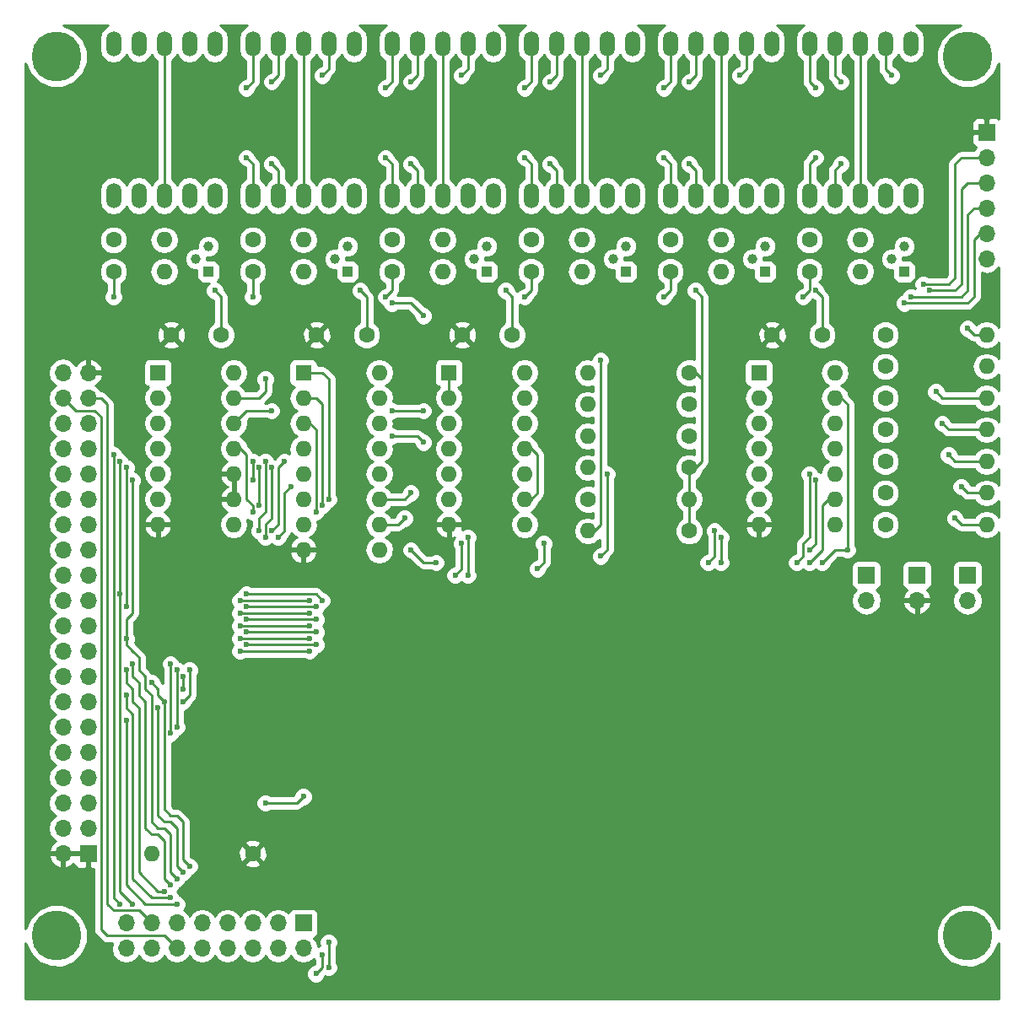
<source format=gbl>
G04 #@! TF.FileFunction,Copper,L2,Bot,Signal*
%FSLAX46Y46*%
G04 Gerber Fmt 4.6, Leading zero omitted, Abs format (unit mm)*
G04 Created by KiCad (PCBNEW 4.0.7) date 09/21/19 14:15:42*
%MOMM*%
%LPD*%
G01*
G04 APERTURE LIST*
%ADD10C,0.100000*%
%ADD11C,1.000000*%
%ADD12R,1.000000X1.000000*%
%ADD13C,1.600000*%
%ADD14O,1.600000X1.600000*%
%ADD15R,1.700000X1.700000*%
%ADD16O,1.700000X1.700000*%
%ADD17O,1.524000X2.524000*%
%ADD18C,5.000000*%
%ADD19R,1.600000X1.600000*%
%ADD20C,0.600000*%
%ADD21C,0.250000*%
%ADD22C,0.254000*%
G04 APERTURE END LIST*
D10*
D11*
X139700000Y-60960000D03*
X140970000Y-59690000D03*
D12*
X140970000Y-62230000D03*
D13*
X194945000Y-68580000D03*
D14*
X205105000Y-68580000D03*
D15*
X136525000Y-127635000D03*
D16*
X136525000Y-130175000D03*
X133985000Y-127635000D03*
X133985000Y-130175000D03*
X131445000Y-127635000D03*
X131445000Y-130175000D03*
X128905000Y-127635000D03*
X128905000Y-130175000D03*
X126365000Y-127635000D03*
X126365000Y-130175000D03*
X123825000Y-127635000D03*
X123825000Y-130175000D03*
X121285000Y-127635000D03*
X121285000Y-130175000D03*
X118745000Y-127635000D03*
X118745000Y-130175000D03*
D11*
X125730000Y-60960000D03*
X127000000Y-59690000D03*
D12*
X127000000Y-62230000D03*
D11*
X153670000Y-60960000D03*
X154940000Y-59690000D03*
D12*
X154940000Y-62230000D03*
D11*
X167640000Y-60960000D03*
X168910000Y-59690000D03*
D12*
X168910000Y-62230000D03*
D11*
X181610000Y-60960000D03*
X182880000Y-59690000D03*
D12*
X182880000Y-62230000D03*
D11*
X195580000Y-60960000D03*
X196850000Y-59690000D03*
D12*
X196850000Y-62230000D03*
D17*
X117475000Y-54610000D03*
X120015000Y-54610000D03*
X122555000Y-54610000D03*
X125095000Y-54610000D03*
X127635000Y-54610000D03*
X127635000Y-39370000D03*
X125095000Y-39370000D03*
X122555000Y-39370000D03*
X120015000Y-39370000D03*
X117475000Y-39370000D03*
X131445000Y-54610000D03*
X133985000Y-54610000D03*
X136525000Y-54610000D03*
X139065000Y-54610000D03*
X141605000Y-54610000D03*
X141605000Y-39370000D03*
X139065000Y-39370000D03*
X136525000Y-39370000D03*
X133985000Y-39370000D03*
X131445000Y-39370000D03*
X145415000Y-54610000D03*
X147955000Y-54610000D03*
X150495000Y-54610000D03*
X153035000Y-54610000D03*
X155575000Y-54610000D03*
X155575000Y-39370000D03*
X153035000Y-39370000D03*
X150495000Y-39370000D03*
X147955000Y-39370000D03*
X145415000Y-39370000D03*
X159385000Y-54610000D03*
X161925000Y-54610000D03*
X164465000Y-54610000D03*
X167005000Y-54610000D03*
X169545000Y-54610000D03*
X169545000Y-39370000D03*
X167005000Y-39370000D03*
X164465000Y-39370000D03*
X161925000Y-39370000D03*
X159385000Y-39370000D03*
X173355000Y-54610000D03*
X175895000Y-54610000D03*
X178435000Y-54610000D03*
X180975000Y-54610000D03*
X183515000Y-54610000D03*
X183515000Y-39370000D03*
X180975000Y-39370000D03*
X178435000Y-39370000D03*
X175895000Y-39370000D03*
X173355000Y-39370000D03*
X187325000Y-54610000D03*
X189865000Y-54610000D03*
X192405000Y-54610000D03*
X194945000Y-54610000D03*
X197485000Y-54610000D03*
X197485000Y-39370000D03*
X194945000Y-39370000D03*
X192405000Y-39370000D03*
X189865000Y-39370000D03*
X187325000Y-39370000D03*
D15*
X114935000Y-120650000D03*
D16*
X112395000Y-120650000D03*
X114935000Y-118110000D03*
X112395000Y-118110000D03*
X114935000Y-115570000D03*
X112395000Y-115570000D03*
X114935000Y-113030000D03*
X112395000Y-113030000D03*
X114935000Y-110490000D03*
X112395000Y-110490000D03*
X114935000Y-107950000D03*
X112395000Y-107950000D03*
X114935000Y-105410000D03*
X112395000Y-105410000D03*
X114935000Y-102870000D03*
X112395000Y-102870000D03*
X114935000Y-100330000D03*
X112395000Y-100330000D03*
X114935000Y-97790000D03*
X112395000Y-97790000D03*
X114935000Y-95250000D03*
X112395000Y-95250000D03*
X114935000Y-92710000D03*
X112395000Y-92710000D03*
X114935000Y-90170000D03*
X112395000Y-90170000D03*
X114935000Y-87630000D03*
X112395000Y-87630000D03*
X114935000Y-85090000D03*
X112395000Y-85090000D03*
X114935000Y-82550000D03*
X112395000Y-82550000D03*
X114935000Y-80010000D03*
X112395000Y-80010000D03*
X114935000Y-77470000D03*
X112395000Y-77470000D03*
X114935000Y-74930000D03*
X112395000Y-74930000D03*
X114935000Y-72390000D03*
X112395000Y-72390000D03*
D18*
X111760000Y-128905000D03*
X203200000Y-128905000D03*
X203200000Y-40640000D03*
X111760000Y-40640000D03*
D19*
X136525000Y-72390000D03*
D14*
X144145000Y-90170000D03*
X136525000Y-74930000D03*
X144145000Y-87630000D03*
X136525000Y-77470000D03*
X144145000Y-85090000D03*
X136525000Y-80010000D03*
X144145000Y-82550000D03*
X136525000Y-82550000D03*
X144145000Y-80010000D03*
X136525000Y-85090000D03*
X144145000Y-77470000D03*
X136525000Y-87630000D03*
X144145000Y-74930000D03*
X136525000Y-90170000D03*
X144145000Y-72390000D03*
D19*
X182245000Y-72390000D03*
D14*
X189865000Y-87630000D03*
X182245000Y-74930000D03*
X189865000Y-85090000D03*
X182245000Y-77470000D03*
X189865000Y-82550000D03*
X182245000Y-80010000D03*
X189865000Y-80010000D03*
X182245000Y-82550000D03*
X189865000Y-77470000D03*
X182245000Y-85090000D03*
X189865000Y-74930000D03*
X182245000Y-87630000D03*
X189865000Y-72390000D03*
D19*
X121920000Y-72390000D03*
D14*
X129540000Y-87630000D03*
X121920000Y-74930000D03*
X129540000Y-85090000D03*
X121920000Y-77470000D03*
X129540000Y-82550000D03*
X121920000Y-80010000D03*
X129540000Y-80010000D03*
X121920000Y-82550000D03*
X129540000Y-77470000D03*
X121920000Y-85090000D03*
X129540000Y-74930000D03*
X121920000Y-87630000D03*
X129540000Y-72390000D03*
D13*
X117475000Y-62230000D03*
D14*
X122555000Y-62230000D03*
D13*
X117475000Y-59055000D03*
D14*
X122555000Y-59055000D03*
D13*
X131445000Y-62230000D03*
D14*
X136525000Y-62230000D03*
D13*
X131445000Y-59055000D03*
D14*
X136525000Y-59055000D03*
D13*
X145415000Y-62230000D03*
D14*
X150495000Y-62230000D03*
D13*
X145415000Y-59055000D03*
D14*
X150495000Y-59055000D03*
D13*
X159385000Y-62230000D03*
D14*
X164465000Y-62230000D03*
D13*
X159385000Y-59055000D03*
D14*
X164465000Y-59055000D03*
D13*
X173355000Y-62230000D03*
D14*
X178435000Y-62230000D03*
D13*
X173355000Y-59055000D03*
D14*
X178435000Y-59055000D03*
D13*
X187325000Y-62230000D03*
D14*
X192405000Y-62230000D03*
D13*
X187325000Y-59055000D03*
D14*
X192405000Y-59055000D03*
D13*
X142875000Y-68580000D03*
X137875000Y-68580000D03*
X188595000Y-68580000D03*
X183595000Y-68580000D03*
X128270000Y-68580000D03*
X123270000Y-68580000D03*
X157480000Y-68580000D03*
X152480000Y-68580000D03*
D15*
X205105000Y-48260000D03*
D16*
X205105000Y-50800000D03*
X205105000Y-53340000D03*
X205105000Y-55880000D03*
X205105000Y-58420000D03*
X205105000Y-60960000D03*
D15*
X203200000Y-92710000D03*
D16*
X203200000Y-95250000D03*
D15*
X198120000Y-92710000D03*
D16*
X198120000Y-95250000D03*
D15*
X193040000Y-92710000D03*
D16*
X193040000Y-95250000D03*
D19*
X151130000Y-72390000D03*
D14*
X158750000Y-87630000D03*
X151130000Y-74930000D03*
X158750000Y-85090000D03*
X151130000Y-77470000D03*
X158750000Y-82550000D03*
X151130000Y-80010000D03*
X158750000Y-80010000D03*
X151130000Y-82550000D03*
X158750000Y-77470000D03*
X151130000Y-85090000D03*
X158750000Y-74930000D03*
X151130000Y-87630000D03*
X158750000Y-72390000D03*
D13*
X175260000Y-88265000D03*
D14*
X165100000Y-88265000D03*
D13*
X175260000Y-78740000D03*
D14*
X165100000Y-78740000D03*
D13*
X175260000Y-72390000D03*
D14*
X165100000Y-72390000D03*
D13*
X175260000Y-75565000D03*
D14*
X165100000Y-75565000D03*
D13*
X175260000Y-81915000D03*
D14*
X165100000Y-81915000D03*
D13*
X194945000Y-71755000D03*
D14*
X205105000Y-71755000D03*
D13*
X194945000Y-74930000D03*
D14*
X205105000Y-74930000D03*
D13*
X194945000Y-78105000D03*
D14*
X205105000Y-78105000D03*
D13*
X194945000Y-81280000D03*
D14*
X205105000Y-81280000D03*
D13*
X194945000Y-84455000D03*
D14*
X205105000Y-84455000D03*
D13*
X194945000Y-87630000D03*
D14*
X205105000Y-87630000D03*
D13*
X165100000Y-85090000D03*
D14*
X175260000Y-85090000D03*
D13*
X131445000Y-120650000D03*
D14*
X121285000Y-120650000D03*
D20*
X175895000Y-64135000D03*
X187960000Y-64135000D03*
X156845000Y-64135000D03*
X142240000Y-64135000D03*
X127635000Y-64135000D03*
X118110000Y-94615000D03*
X130810000Y-95885000D03*
X137795000Y-95885000D03*
X160020000Y-92075000D03*
X160655000Y-89535000D03*
X118110000Y-81280000D03*
X119380000Y-125730000D03*
X201295000Y-80645000D03*
X187960000Y-50800000D03*
X172720000Y-50800000D03*
X158750000Y-50800000D03*
X144780000Y-50800000D03*
X130810000Y-50800000D03*
X133350000Y-51435000D03*
X200660000Y-77470000D03*
X190500000Y-51435000D03*
X175260000Y-51435000D03*
X161290000Y-51435000D03*
X147320000Y-51435000D03*
X200025000Y-74295000D03*
X203200000Y-67945000D03*
X195580000Y-42545000D03*
X180340000Y-42545000D03*
X166370000Y-42545000D03*
X152400000Y-42545000D03*
X138430000Y-42545000D03*
X202565000Y-83820000D03*
X190500000Y-43180000D03*
X175260000Y-43180000D03*
X161290000Y-43180000D03*
X147320000Y-43180000D03*
X133350000Y-43180000D03*
X201930000Y-86995000D03*
X187960000Y-43815000D03*
X172720000Y-43815000D03*
X158750000Y-43815000D03*
X144780000Y-43815000D03*
X130810000Y-43815000D03*
X158750000Y-64770000D03*
X146685000Y-86995000D03*
X172720000Y-64770000D03*
X147320000Y-84455000D03*
X186690000Y-64770000D03*
X117475000Y-64770000D03*
X131445000Y-64770000D03*
X131445000Y-81280000D03*
X131445000Y-83185000D03*
X132080000Y-85725000D03*
X132080000Y-81915000D03*
X144780000Y-64770000D03*
X137160000Y-95250000D03*
X130175000Y-95250000D03*
X187325000Y-90170000D03*
X187960000Y-83185000D03*
X137795000Y-99695000D03*
X130810000Y-99695000D03*
X187325000Y-91440000D03*
X121920000Y-106045000D03*
X124460000Y-122555000D03*
X124460000Y-105410000D03*
X178435000Y-88900000D03*
X178435000Y-91440000D03*
X125095000Y-102235000D03*
X130810000Y-98425000D03*
X137795000Y-98425000D03*
X122555000Y-105410000D03*
X125095000Y-121920000D03*
X121285000Y-103505000D03*
X130175000Y-99060000D03*
X137160000Y-99060000D03*
X186055000Y-91440000D03*
X187325000Y-82550000D03*
X119380000Y-101600000D03*
X123190000Y-123825000D03*
X119380000Y-83185000D03*
X118745000Y-99060000D03*
X123825000Y-123190000D03*
X124460000Y-104140000D03*
X137160000Y-97790000D03*
X130175000Y-97790000D03*
X124460000Y-102870000D03*
X177165000Y-91440000D03*
X177800000Y-88265000D03*
X122555000Y-124460000D03*
X118745000Y-102235000D03*
X123190000Y-125095000D03*
X118745000Y-104775000D03*
X188595000Y-91440000D03*
X137160000Y-100330000D03*
X130175000Y-100330000D03*
X118745000Y-107315000D03*
X123825000Y-125730000D03*
X191135000Y-90170000D03*
X139065000Y-85090000D03*
X139065000Y-129540000D03*
X138430000Y-85725000D03*
X139065000Y-132080000D03*
X137795000Y-86360000D03*
X138430000Y-130810000D03*
X137795000Y-132715000D03*
X117475000Y-80645000D03*
X118110000Y-125730000D03*
X133985000Y-88900000D03*
X135255000Y-83820000D03*
X133350000Y-88265000D03*
X134620000Y-81280000D03*
X133350000Y-81915000D03*
X132715000Y-88900000D03*
X132080000Y-88265000D03*
X132715000Y-81280000D03*
X136525000Y-114935000D03*
X132715000Y-115570000D03*
X131445000Y-86360000D03*
X123190000Y-108585000D03*
X123190000Y-101600000D03*
X130175000Y-96520000D03*
X137160000Y-96520000D03*
X151765000Y-92710000D03*
X152400000Y-89535000D03*
X123825000Y-107950000D03*
X123825000Y-102235000D03*
X130810000Y-97155000D03*
X137795000Y-97155000D03*
X153035000Y-92710000D03*
X153035000Y-88900000D03*
X118745000Y-95885000D03*
X118745000Y-81915000D03*
X166370000Y-71120000D03*
X145415000Y-65405000D03*
X132715000Y-73025000D03*
X148590000Y-66675000D03*
X198755000Y-63500000D03*
X199390000Y-64135000D03*
X197485000Y-64770000D03*
X196850000Y-65405000D03*
X130810000Y-94615000D03*
X138430000Y-95250000D03*
X167005000Y-82550000D03*
X166370000Y-90805000D03*
X148590000Y-76200000D03*
X145415000Y-76200000D03*
X133350000Y-76200000D03*
X145415000Y-78740000D03*
X148590000Y-79375000D03*
X147320000Y-90170000D03*
X149860000Y-91440000D03*
D21*
X176530000Y-73025000D02*
X176530000Y-64770000D01*
X176530000Y-64770000D02*
X175895000Y-64135000D01*
X188595000Y-68580000D02*
X188595000Y-64770000D01*
X188595000Y-64770000D02*
X187960000Y-64135000D01*
X157480000Y-68580000D02*
X157480000Y-64770000D01*
X157480000Y-64770000D02*
X156845000Y-64135000D01*
X142875000Y-68580000D02*
X142875000Y-64770000D01*
X142875000Y-64770000D02*
X142240000Y-64135000D01*
X128270000Y-68580000D02*
X128270000Y-64770000D01*
X128270000Y-64770000D02*
X127635000Y-64135000D01*
X175260000Y-81915000D02*
X175895000Y-81915000D01*
X175895000Y-81915000D02*
X176530000Y-81280000D01*
X176530000Y-73025000D02*
X175895000Y-72390000D01*
X176530000Y-81280000D02*
X176530000Y-73025000D01*
X175895000Y-72390000D02*
X175260000Y-72390000D01*
X175260000Y-85090000D02*
X175260000Y-88265000D01*
X175260000Y-81915000D02*
X175260000Y-85090000D01*
X137795000Y-95885000D02*
X130810000Y-95885000D01*
X160655000Y-91440000D02*
X160020000Y-92075000D01*
X160655000Y-89535000D02*
X160655000Y-91440000D01*
X118110000Y-124460000D02*
X119380000Y-125730000D01*
X118110000Y-124460000D02*
X118110000Y-106045000D01*
X118110000Y-106045000D02*
X118110000Y-94615000D01*
X118110000Y-94615000D02*
X118110000Y-81280000D01*
X122555000Y-54610000D02*
X122555000Y-39370000D01*
X136525000Y-54610000D02*
X136525000Y-39370000D01*
X150495000Y-39370000D02*
X150495000Y-54610000D01*
X164465000Y-39370000D02*
X164465000Y-54610000D01*
X178435000Y-54610000D02*
X178435000Y-39370000D01*
X192405000Y-39370000D02*
X192405000Y-54610000D01*
X201930000Y-81280000D02*
X205105000Y-81280000D01*
X201295000Y-80645000D02*
X201930000Y-81280000D01*
X187960000Y-50800000D02*
X187325000Y-51435000D01*
X187325000Y-51435000D02*
X187325000Y-54610000D01*
X173355000Y-51435000D02*
X173355000Y-54610000D01*
X172720000Y-50800000D02*
X173355000Y-51435000D01*
X159385000Y-51435000D02*
X159385000Y-54610000D01*
X158750000Y-50800000D02*
X159385000Y-51435000D01*
X145415000Y-51435000D02*
X145415000Y-54610000D01*
X144780000Y-50800000D02*
X145415000Y-51435000D01*
X131445000Y-51435000D02*
X131445000Y-54610000D01*
X130810000Y-50800000D02*
X131445000Y-51435000D01*
X133985000Y-54610000D02*
X133985000Y-52705000D01*
X133985000Y-52070000D02*
X133350000Y-51435000D01*
X133985000Y-52705000D02*
X133985000Y-52070000D01*
X201295000Y-78105000D02*
X205105000Y-78105000D01*
X200660000Y-77470000D02*
X201295000Y-78105000D01*
X190500000Y-51435000D02*
X189865000Y-52070000D01*
X189865000Y-52070000D02*
X189865000Y-54610000D01*
X175895000Y-52070000D02*
X175895000Y-54610000D01*
X175260000Y-51435000D02*
X175895000Y-52070000D01*
X161925000Y-52070000D02*
X161925000Y-54610000D01*
X161290000Y-51435000D02*
X161925000Y-52070000D01*
X147955000Y-52070000D02*
X147955000Y-54610000D01*
X147320000Y-51435000D02*
X147955000Y-52070000D01*
X200660000Y-74930000D02*
X205105000Y-74930000D01*
X200025000Y-74295000D02*
X200660000Y-74930000D01*
X203835000Y-68580000D02*
X205105000Y-68580000D01*
X203200000Y-67945000D02*
X203835000Y-68580000D01*
X194945000Y-41910000D02*
X195580000Y-42545000D01*
X194945000Y-41910000D02*
X194945000Y-39370000D01*
X180975000Y-41910000D02*
X180975000Y-39370000D01*
X180340000Y-42545000D02*
X180975000Y-41910000D01*
X167005000Y-41910000D02*
X167005000Y-39370000D01*
X166370000Y-42545000D02*
X167005000Y-41910000D01*
X153035000Y-41910000D02*
X153035000Y-39370000D01*
X152400000Y-42545000D02*
X153035000Y-41910000D01*
X139065000Y-41910000D02*
X139065000Y-39370000D01*
X138430000Y-42545000D02*
X139065000Y-41910000D01*
X203200000Y-84455000D02*
X205105000Y-84455000D01*
X202565000Y-83820000D02*
X203200000Y-84455000D01*
X189865000Y-39370000D02*
X189865000Y-42545000D01*
X190500000Y-43180000D02*
X189865000Y-42545000D01*
X175895000Y-42545000D02*
X175895000Y-39370000D01*
X175260000Y-43180000D02*
X175895000Y-42545000D01*
X161925000Y-42545000D02*
X161925000Y-39370000D01*
X161290000Y-43180000D02*
X161925000Y-42545000D01*
X147955000Y-42545000D02*
X147955000Y-39370000D01*
X147320000Y-43180000D02*
X147955000Y-42545000D01*
X133985000Y-42545000D02*
X133985000Y-39370000D01*
X133350000Y-43180000D02*
X133985000Y-42545000D01*
X202565000Y-87630000D02*
X205105000Y-87630000D01*
X201930000Y-86995000D02*
X202565000Y-87630000D01*
X187325000Y-43180000D02*
X187325000Y-39370000D01*
X187960000Y-43815000D02*
X187325000Y-43180000D01*
X173355000Y-43180000D02*
X173355000Y-39370000D01*
X172720000Y-43815000D02*
X173355000Y-43180000D01*
X159385000Y-43180000D02*
X159385000Y-39370000D01*
X158750000Y-43815000D02*
X159385000Y-43180000D01*
X145415000Y-43180000D02*
X145415000Y-39370000D01*
X144780000Y-43815000D02*
X145415000Y-43180000D01*
X131445000Y-43180000D02*
X131445000Y-39370000D01*
X130810000Y-43815000D02*
X131445000Y-43180000D01*
X159385000Y-62230000D02*
X159385000Y-64135000D01*
X159385000Y-64135000D02*
X158750000Y-64770000D01*
X173355000Y-62230000D02*
X173355000Y-64135000D01*
X146050000Y-87630000D02*
X144145000Y-87630000D01*
X146685000Y-86995000D02*
X146050000Y-87630000D01*
X173355000Y-64135000D02*
X172720000Y-64770000D01*
X187325000Y-62230000D02*
X187325000Y-64135000D01*
X146685000Y-85090000D02*
X144145000Y-85090000D01*
X147320000Y-84455000D02*
X146685000Y-85090000D01*
X187325000Y-64135000D02*
X186690000Y-64770000D01*
X117475000Y-62230000D02*
X117475000Y-64770000D01*
X131445000Y-64770000D02*
X131445000Y-62230000D01*
X131445000Y-83185000D02*
X131445000Y-81280000D01*
X145415000Y-62230000D02*
X145415000Y-64135000D01*
X132080000Y-81915000D02*
X132080000Y-85725000D01*
X145415000Y-64135000D02*
X144780000Y-64770000D01*
X130175000Y-95250000D02*
X137160000Y-95250000D01*
X187960000Y-89535000D02*
X187325000Y-90170000D01*
X187960000Y-84455000D02*
X187960000Y-88900000D01*
X187960000Y-83185000D02*
X187960000Y-84455000D01*
X187960000Y-88900000D02*
X187960000Y-89535000D01*
X137795000Y-99695000D02*
X130810000Y-99695000D01*
X188595000Y-88900000D02*
X188595000Y-90170000D01*
X188595000Y-85725000D02*
X188595000Y-88900000D01*
X189230000Y-85090000D02*
X188595000Y-85725000D01*
X188595000Y-90170000D02*
X187325000Y-91440000D01*
X189865000Y-85090000D02*
X189230000Y-85090000D01*
X121920000Y-116840000D02*
X121920000Y-106045000D01*
X122555000Y-117475000D02*
X121920000Y-116840000D01*
X123190000Y-117475000D02*
X122555000Y-117475000D01*
X123825000Y-118110000D02*
X123190000Y-117475000D01*
X123825000Y-121920000D02*
X123825000Y-118110000D01*
X124460000Y-122555000D02*
X123825000Y-121920000D01*
X125095000Y-104775000D02*
X124460000Y-105410000D01*
X178435000Y-88900000D02*
X178435000Y-91440000D01*
X125095000Y-102235000D02*
X125095000Y-104775000D01*
X137795000Y-98425000D02*
X130810000Y-98425000D01*
X125095000Y-121920000D02*
X124460000Y-121285000D01*
X124460000Y-121285000D02*
X124460000Y-117475000D01*
X124460000Y-117475000D02*
X123825000Y-116840000D01*
X123825000Y-116840000D02*
X123190000Y-116840000D01*
X123190000Y-116840000D02*
X122555000Y-116205000D01*
X122555000Y-116205000D02*
X122555000Y-105410000D01*
X122555000Y-105410000D02*
X121920000Y-104775000D01*
X121920000Y-104775000D02*
X121920000Y-104140000D01*
X121920000Y-104140000D02*
X121285000Y-103505000D01*
X137160000Y-99060000D02*
X130175000Y-99060000D01*
X186690000Y-90805000D02*
X186055000Y-91440000D01*
X186690000Y-89535000D02*
X186690000Y-90805000D01*
X187325000Y-88900000D02*
X186690000Y-89535000D01*
X187325000Y-82550000D02*
X187325000Y-88900000D01*
X119380000Y-102870000D02*
X119380000Y-101600000D01*
X120015000Y-103505000D02*
X119380000Y-102870000D01*
X120015000Y-104775000D02*
X120015000Y-103505000D01*
X120650000Y-105410000D02*
X120015000Y-104775000D01*
X120650000Y-118110000D02*
X120650000Y-105410000D01*
X121285000Y-118745000D02*
X120650000Y-118110000D01*
X121920000Y-118745000D02*
X121285000Y-118745000D01*
X122555000Y-119380000D02*
X121920000Y-118745000D01*
X122555000Y-123190000D02*
X122555000Y-119380000D01*
X123190000Y-123825000D02*
X122555000Y-123190000D01*
X118745000Y-99060000D02*
X118745000Y-97155000D01*
X118745000Y-97155000D02*
X119380000Y-96520000D01*
X119380000Y-83185000D02*
X119380000Y-96520000D01*
X118745000Y-99695000D02*
X118745000Y-99060000D01*
X119380000Y-100330000D02*
X118745000Y-99695000D01*
X120015000Y-100965000D02*
X119380000Y-100330000D01*
X120015000Y-102235000D02*
X120015000Y-100965000D01*
X120650000Y-102870000D02*
X120015000Y-102235000D01*
X120650000Y-104140000D02*
X120650000Y-102870000D01*
X121285000Y-104775000D02*
X120650000Y-104140000D01*
X121285000Y-117475000D02*
X121285000Y-104775000D01*
X121920000Y-118110000D02*
X121285000Y-117475000D01*
X122555000Y-118110000D02*
X121920000Y-118110000D01*
X123190000Y-118745000D02*
X122555000Y-118110000D01*
X123190000Y-122555000D02*
X123190000Y-118745000D01*
X123825000Y-123190000D02*
X123190000Y-122555000D01*
X137160000Y-97790000D02*
X130175000Y-97790000D01*
X124460000Y-102870000D02*
X124460000Y-104140000D01*
X177165000Y-91440000D02*
X177800000Y-90805000D01*
X177800000Y-90805000D02*
X177800000Y-88265000D01*
X120015000Y-119380000D02*
X120015000Y-106045000D01*
X121920000Y-124460000D02*
X120015000Y-122555000D01*
X120015000Y-122555000D02*
X120015000Y-119380000D01*
X122555000Y-124460000D02*
X121920000Y-124460000D01*
X118745000Y-103505000D02*
X118745000Y-102235000D01*
X119380000Y-104140000D02*
X118745000Y-103505000D01*
X119380000Y-105410000D02*
X119380000Y-104140000D01*
X120015000Y-106045000D02*
X119380000Y-105410000D01*
X119380000Y-121285000D02*
X119380000Y-106680000D01*
X121285000Y-125095000D02*
X119380000Y-123190000D01*
X119380000Y-123190000D02*
X119380000Y-121285000D01*
X123190000Y-125095000D02*
X121285000Y-125095000D01*
X118745000Y-106045000D02*
X118745000Y-104775000D01*
X119380000Y-106680000D02*
X118745000Y-106045000D01*
X189865000Y-90170000D02*
X191135000Y-90170000D01*
X188595000Y-91440000D02*
X189865000Y-90170000D01*
X130175000Y-100330000D02*
X137160000Y-100330000D01*
X123825000Y-125730000D02*
X120650000Y-125730000D01*
X118745000Y-123825000D02*
X118745000Y-121285000D01*
X120650000Y-125730000D02*
X118745000Y-123825000D01*
X118745000Y-121285000D02*
X118745000Y-107315000D01*
X189865000Y-74930000D02*
X190500000Y-74930000D01*
X190500000Y-74930000D02*
X191135000Y-75565000D01*
X191135000Y-75565000D02*
X191135000Y-90170000D01*
X138430000Y-72390000D02*
X136525000Y-72390000D01*
X139065000Y-73025000D02*
X138430000Y-72390000D01*
X139065000Y-85090000D02*
X139065000Y-73025000D01*
X136525000Y-74930000D02*
X137795000Y-74930000D01*
X138430000Y-75565000D02*
X138430000Y-85725000D01*
X137795000Y-74930000D02*
X138430000Y-75565000D01*
X139065000Y-132080000D02*
X139065000Y-129540000D01*
X137795000Y-86360000D02*
X137795000Y-78105000D01*
X138430000Y-130810000D02*
X138430000Y-132080000D01*
X138430000Y-132080000D02*
X137795000Y-132715000D01*
X137160000Y-77470000D02*
X137795000Y-78105000D01*
X136525000Y-77470000D02*
X137160000Y-77470000D01*
X112395000Y-74930000D02*
X113665000Y-76200000D01*
X122555000Y-128905000D02*
X123825000Y-130175000D01*
X116840000Y-128905000D02*
X122555000Y-128905000D01*
X116205000Y-128270000D02*
X116840000Y-128905000D01*
X116205000Y-76835000D02*
X116205000Y-128270000D01*
X115570000Y-76200000D02*
X116205000Y-76835000D01*
X113665000Y-76200000D02*
X115570000Y-76200000D01*
X114935000Y-74930000D02*
X116205000Y-74930000D01*
X120015000Y-126365000D02*
X121285000Y-127635000D01*
X117475000Y-126365000D02*
X120015000Y-126365000D01*
X116840000Y-125730000D02*
X117475000Y-126365000D01*
X116840000Y-75565000D02*
X116840000Y-125730000D01*
X116205000Y-74930000D02*
X116840000Y-75565000D01*
X117475000Y-125095000D02*
X118110000Y-125730000D01*
X117475000Y-80645000D02*
X117475000Y-125095000D01*
X134620000Y-88265000D02*
X133985000Y-88900000D01*
X134620000Y-84455000D02*
X134620000Y-88265000D01*
X135255000Y-83820000D02*
X134620000Y-84455000D01*
X133985000Y-87630000D02*
X133350000Y-88265000D01*
X133985000Y-81915000D02*
X133985000Y-87630000D01*
X134620000Y-81280000D02*
X133985000Y-81915000D01*
X133350000Y-81915000D02*
X133350000Y-86995000D01*
X132715000Y-87630000D02*
X132715000Y-88900000D01*
X133350000Y-86995000D02*
X132715000Y-87630000D01*
X132715000Y-86360000D02*
X132080000Y-86995000D01*
X132080000Y-86995000D02*
X132080000Y-88265000D01*
X132715000Y-81280000D02*
X132715000Y-86360000D01*
X136525000Y-114935000D02*
X135890000Y-115570000D01*
X135890000Y-115570000D02*
X132715000Y-115570000D01*
X151130000Y-74930000D02*
X151130000Y-72390000D01*
X129540000Y-80010000D02*
X130175000Y-80010000D01*
X130175000Y-80010000D02*
X130810000Y-80645000D01*
X130810000Y-80645000D02*
X130810000Y-85090000D01*
X130810000Y-85090000D02*
X131445000Y-85725000D01*
X131445000Y-85725000D02*
X131445000Y-86360000D01*
X123190000Y-101600000D02*
X123190000Y-108585000D01*
X137160000Y-96520000D02*
X130175000Y-96520000D01*
X152400000Y-92075000D02*
X151765000Y-92710000D01*
X152400000Y-89535000D02*
X152400000Y-92075000D01*
X123825000Y-102235000D02*
X123825000Y-107950000D01*
X137795000Y-97155000D02*
X130810000Y-97155000D01*
X153035000Y-88900000D02*
X153035000Y-92710000D01*
X158750000Y-85090000D02*
X159385000Y-85090000D01*
X159385000Y-85090000D02*
X160020000Y-84455000D01*
X160020000Y-84455000D02*
X160020000Y-80645000D01*
X160020000Y-80645000D02*
X159385000Y-80010000D01*
X159385000Y-80010000D02*
X158750000Y-80010000D01*
X118745000Y-81915000D02*
X118745000Y-95885000D01*
X165100000Y-88265000D02*
X165735000Y-88265000D01*
X165735000Y-88265000D02*
X166370000Y-87630000D01*
X166370000Y-87630000D02*
X166370000Y-71120000D01*
X147320000Y-65405000D02*
X148590000Y-66675000D01*
X146685000Y-65405000D02*
X147320000Y-65405000D01*
X145415000Y-65405000D02*
X146685000Y-65405000D01*
X132080000Y-74930000D02*
X129540000Y-74930000D01*
X132715000Y-74295000D02*
X132080000Y-74930000D01*
X132715000Y-73025000D02*
X132715000Y-74295000D01*
X202565000Y-50800000D02*
X205105000Y-50800000D01*
X201930000Y-51435000D02*
X202565000Y-50800000D01*
X198755000Y-63500000D02*
X201295000Y-63500000D01*
X201295000Y-63500000D02*
X201930000Y-62865000D01*
X201930000Y-62865000D02*
X201930000Y-51435000D01*
X199390000Y-64135000D02*
X201930000Y-64135000D01*
X202565000Y-53975000D02*
X203200000Y-53340000D01*
X202565000Y-63500000D02*
X202565000Y-53975000D01*
X201930000Y-64135000D02*
X202565000Y-63500000D01*
X205105000Y-53340000D02*
X203200000Y-53340000D01*
X205105000Y-55880000D02*
X203835000Y-55880000D01*
X197485000Y-64770000D02*
X202565000Y-64770000D01*
X203200000Y-64135000D02*
X202565000Y-64770000D01*
X203200000Y-56515000D02*
X203200000Y-64135000D01*
X203835000Y-55880000D02*
X203200000Y-56515000D01*
X203835000Y-59055000D02*
X204470000Y-58420000D01*
X203835000Y-59055000D02*
X203835000Y-64770000D01*
X203835000Y-64770000D02*
X203200000Y-65405000D01*
X203200000Y-65405000D02*
X197485000Y-65405000D01*
X196850000Y-65405000D02*
X197485000Y-65405000D01*
X205105000Y-58420000D02*
X204470000Y-58420000D01*
X130810000Y-94615000D02*
X137795000Y-94615000D01*
X137795000Y-94615000D02*
X138430000Y-95250000D01*
X167005000Y-90170000D02*
X167005000Y-82550000D01*
X166370000Y-90805000D02*
X167005000Y-90170000D01*
X129540000Y-77470000D02*
X130810000Y-76200000D01*
X145415000Y-76200000D02*
X148590000Y-76200000D01*
X130810000Y-76200000D02*
X133350000Y-76200000D01*
X145415000Y-78740000D02*
X147955000Y-78740000D01*
X147955000Y-78740000D02*
X148590000Y-79375000D01*
X147320000Y-90170000D02*
X148590000Y-91440000D01*
X148590000Y-91440000D02*
X149860000Y-91440000D01*
D22*
G36*
X116940391Y-37542176D02*
X116487172Y-37845008D01*
X116184340Y-38298227D01*
X116078000Y-38832836D01*
X116078000Y-39907164D01*
X116184340Y-40441773D01*
X116487172Y-40894992D01*
X116940391Y-41197824D01*
X117475000Y-41304164D01*
X118009609Y-41197824D01*
X118462828Y-40894992D01*
X118745000Y-40472693D01*
X119027172Y-40894992D01*
X119480391Y-41197824D01*
X120015000Y-41304164D01*
X120549609Y-41197824D01*
X121002828Y-40894992D01*
X121285000Y-40472693D01*
X121567172Y-40894992D01*
X121795000Y-41047222D01*
X121795000Y-52932778D01*
X121567172Y-53085008D01*
X121285000Y-53507307D01*
X121002828Y-53085008D01*
X120549609Y-52782176D01*
X120015000Y-52675836D01*
X119480391Y-52782176D01*
X119027172Y-53085008D01*
X118745000Y-53507307D01*
X118462828Y-53085008D01*
X118009609Y-52782176D01*
X117475000Y-52675836D01*
X116940391Y-52782176D01*
X116487172Y-53085008D01*
X116184340Y-53538227D01*
X116078000Y-54072836D01*
X116078000Y-55147164D01*
X116184340Y-55681773D01*
X116487172Y-56134992D01*
X116940391Y-56437824D01*
X117475000Y-56544164D01*
X118009609Y-56437824D01*
X118462828Y-56134992D01*
X118745000Y-55712693D01*
X119027172Y-56134992D01*
X119480391Y-56437824D01*
X120015000Y-56544164D01*
X120549609Y-56437824D01*
X121002828Y-56134992D01*
X121285000Y-55712693D01*
X121567172Y-56134992D01*
X122020391Y-56437824D01*
X122555000Y-56544164D01*
X123089609Y-56437824D01*
X123542828Y-56134992D01*
X123825000Y-55712693D01*
X124107172Y-56134992D01*
X124560391Y-56437824D01*
X125095000Y-56544164D01*
X125629609Y-56437824D01*
X126082828Y-56134992D01*
X126365000Y-55712693D01*
X126647172Y-56134992D01*
X127100391Y-56437824D01*
X127635000Y-56544164D01*
X128169609Y-56437824D01*
X128622828Y-56134992D01*
X128925660Y-55681773D01*
X129032000Y-55147164D01*
X129032000Y-54072836D01*
X128925660Y-53538227D01*
X128622828Y-53085008D01*
X128169609Y-52782176D01*
X127635000Y-52675836D01*
X127100391Y-52782176D01*
X126647172Y-53085008D01*
X126365000Y-53507307D01*
X126082828Y-53085008D01*
X125629609Y-52782176D01*
X125095000Y-52675836D01*
X124560391Y-52782176D01*
X124107172Y-53085008D01*
X123825000Y-53507307D01*
X123542828Y-53085008D01*
X123315000Y-52932778D01*
X123315000Y-41047222D01*
X123542828Y-40894992D01*
X123825000Y-40472693D01*
X124107172Y-40894992D01*
X124560391Y-41197824D01*
X125095000Y-41304164D01*
X125629609Y-41197824D01*
X126082828Y-40894992D01*
X126365000Y-40472693D01*
X126647172Y-40894992D01*
X127100391Y-41197824D01*
X127635000Y-41304164D01*
X128169609Y-41197824D01*
X128622828Y-40894992D01*
X128925660Y-40441773D01*
X129032000Y-39907164D01*
X129032000Y-38832836D01*
X128925660Y-38298227D01*
X128622828Y-37845008D01*
X128169609Y-37542176D01*
X128158669Y-37540000D01*
X130921331Y-37540000D01*
X130910391Y-37542176D01*
X130457172Y-37845008D01*
X130154340Y-38298227D01*
X130048000Y-38832836D01*
X130048000Y-39907164D01*
X130154340Y-40441773D01*
X130457172Y-40894992D01*
X130685000Y-41047222D01*
X130685000Y-42865198D01*
X130670320Y-42879878D01*
X130624833Y-42879838D01*
X130281057Y-43021883D01*
X130017808Y-43284673D01*
X129875162Y-43628201D01*
X129874838Y-44000167D01*
X130016883Y-44343943D01*
X130279673Y-44607192D01*
X130623201Y-44749838D01*
X130995167Y-44750162D01*
X131338943Y-44608117D01*
X131602192Y-44345327D01*
X131744838Y-44001799D01*
X131744879Y-43954923D01*
X131982401Y-43717401D01*
X132147148Y-43470839D01*
X132205000Y-43180000D01*
X132205000Y-41047222D01*
X132432828Y-40894992D01*
X132715000Y-40472693D01*
X132997172Y-40894992D01*
X133225000Y-41047222D01*
X133225000Y-42230198D01*
X133210320Y-42244878D01*
X133164833Y-42244838D01*
X132821057Y-42386883D01*
X132557808Y-42649673D01*
X132415162Y-42993201D01*
X132414838Y-43365167D01*
X132556883Y-43708943D01*
X132819673Y-43972192D01*
X133163201Y-44114838D01*
X133535167Y-44115162D01*
X133878943Y-43973117D01*
X134142192Y-43710327D01*
X134284838Y-43366799D01*
X134284879Y-43319923D01*
X134522401Y-43082401D01*
X134687148Y-42835839D01*
X134745000Y-42545000D01*
X134745000Y-41047222D01*
X134972828Y-40894992D01*
X135255000Y-40472693D01*
X135537172Y-40894992D01*
X135765000Y-41047222D01*
X135765000Y-52932778D01*
X135537172Y-53085008D01*
X135255000Y-53507307D01*
X134972828Y-53085008D01*
X134745000Y-52932778D01*
X134745000Y-52070000D01*
X134687148Y-51779161D01*
X134522401Y-51532599D01*
X134285122Y-51295320D01*
X134285162Y-51249833D01*
X134143117Y-50906057D01*
X133880327Y-50642808D01*
X133536799Y-50500162D01*
X133164833Y-50499838D01*
X132821057Y-50641883D01*
X132557808Y-50904673D01*
X132415162Y-51248201D01*
X132414838Y-51620167D01*
X132556883Y-51963943D01*
X132819673Y-52227192D01*
X133163201Y-52369838D01*
X133210077Y-52369879D01*
X133225000Y-52384802D01*
X133225000Y-52932778D01*
X132997172Y-53085008D01*
X132715000Y-53507307D01*
X132432828Y-53085008D01*
X132205000Y-52932778D01*
X132205000Y-51435000D01*
X132147148Y-51144161D01*
X131982401Y-50897599D01*
X131745122Y-50660320D01*
X131745162Y-50614833D01*
X131603117Y-50271057D01*
X131340327Y-50007808D01*
X130996799Y-49865162D01*
X130624833Y-49864838D01*
X130281057Y-50006883D01*
X130017808Y-50269673D01*
X129875162Y-50613201D01*
X129874838Y-50985167D01*
X130016883Y-51328943D01*
X130279673Y-51592192D01*
X130623201Y-51734838D01*
X130670077Y-51734879D01*
X130685000Y-51749802D01*
X130685000Y-52932778D01*
X130457172Y-53085008D01*
X130154340Y-53538227D01*
X130048000Y-54072836D01*
X130048000Y-55147164D01*
X130154340Y-55681773D01*
X130457172Y-56134992D01*
X130910391Y-56437824D01*
X131445000Y-56544164D01*
X131979609Y-56437824D01*
X132432828Y-56134992D01*
X132715000Y-55712693D01*
X132997172Y-56134992D01*
X133450391Y-56437824D01*
X133985000Y-56544164D01*
X134519609Y-56437824D01*
X134972828Y-56134992D01*
X135255000Y-55712693D01*
X135537172Y-56134992D01*
X135990391Y-56437824D01*
X136525000Y-56544164D01*
X137059609Y-56437824D01*
X137512828Y-56134992D01*
X137795000Y-55712693D01*
X138077172Y-56134992D01*
X138530391Y-56437824D01*
X139065000Y-56544164D01*
X139599609Y-56437824D01*
X140052828Y-56134992D01*
X140335000Y-55712693D01*
X140617172Y-56134992D01*
X141070391Y-56437824D01*
X141605000Y-56544164D01*
X142139609Y-56437824D01*
X142592828Y-56134992D01*
X142895660Y-55681773D01*
X143002000Y-55147164D01*
X143002000Y-54072836D01*
X142895660Y-53538227D01*
X142592828Y-53085008D01*
X142139609Y-52782176D01*
X141605000Y-52675836D01*
X141070391Y-52782176D01*
X140617172Y-53085008D01*
X140335000Y-53507307D01*
X140052828Y-53085008D01*
X139599609Y-52782176D01*
X139065000Y-52675836D01*
X138530391Y-52782176D01*
X138077172Y-53085008D01*
X137795000Y-53507307D01*
X137512828Y-53085008D01*
X137285000Y-52932778D01*
X137285000Y-41047222D01*
X137512828Y-40894992D01*
X137795000Y-40472693D01*
X138077172Y-40894992D01*
X138305000Y-41047222D01*
X138305000Y-41595198D01*
X138290320Y-41609878D01*
X138244833Y-41609838D01*
X137901057Y-41751883D01*
X137637808Y-42014673D01*
X137495162Y-42358201D01*
X137494838Y-42730167D01*
X137636883Y-43073943D01*
X137899673Y-43337192D01*
X138243201Y-43479838D01*
X138615167Y-43480162D01*
X138958943Y-43338117D01*
X139222192Y-43075327D01*
X139364838Y-42731799D01*
X139364879Y-42684923D01*
X139602401Y-42447401D01*
X139767148Y-42200839D01*
X139825000Y-41910000D01*
X139825000Y-41047222D01*
X140052828Y-40894992D01*
X140335000Y-40472693D01*
X140617172Y-40894992D01*
X141070391Y-41197824D01*
X141605000Y-41304164D01*
X142139609Y-41197824D01*
X142592828Y-40894992D01*
X142895660Y-40441773D01*
X143002000Y-39907164D01*
X143002000Y-38832836D01*
X142895660Y-38298227D01*
X142592828Y-37845008D01*
X142139609Y-37542176D01*
X142128669Y-37540000D01*
X144891331Y-37540000D01*
X144880391Y-37542176D01*
X144427172Y-37845008D01*
X144124340Y-38298227D01*
X144018000Y-38832836D01*
X144018000Y-39907164D01*
X144124340Y-40441773D01*
X144427172Y-40894992D01*
X144655000Y-41047222D01*
X144655000Y-42865198D01*
X144640320Y-42879878D01*
X144594833Y-42879838D01*
X144251057Y-43021883D01*
X143987808Y-43284673D01*
X143845162Y-43628201D01*
X143844838Y-44000167D01*
X143986883Y-44343943D01*
X144249673Y-44607192D01*
X144593201Y-44749838D01*
X144965167Y-44750162D01*
X145308943Y-44608117D01*
X145572192Y-44345327D01*
X145714838Y-44001799D01*
X145714879Y-43954923D01*
X145952401Y-43717401D01*
X146117148Y-43470839D01*
X146175000Y-43180000D01*
X146175000Y-41047222D01*
X146402828Y-40894992D01*
X146685000Y-40472693D01*
X146967172Y-40894992D01*
X147195000Y-41047222D01*
X147195000Y-42230198D01*
X147180320Y-42244878D01*
X147134833Y-42244838D01*
X146791057Y-42386883D01*
X146527808Y-42649673D01*
X146385162Y-42993201D01*
X146384838Y-43365167D01*
X146526883Y-43708943D01*
X146789673Y-43972192D01*
X147133201Y-44114838D01*
X147505167Y-44115162D01*
X147848943Y-43973117D01*
X148112192Y-43710327D01*
X148254838Y-43366799D01*
X148254879Y-43319923D01*
X148492401Y-43082401D01*
X148657148Y-42835839D01*
X148715000Y-42545000D01*
X148715000Y-41047222D01*
X148942828Y-40894992D01*
X149225000Y-40472693D01*
X149507172Y-40894992D01*
X149735000Y-41047222D01*
X149735000Y-52932778D01*
X149507172Y-53085008D01*
X149225000Y-53507307D01*
X148942828Y-53085008D01*
X148715000Y-52932778D01*
X148715000Y-52070000D01*
X148657148Y-51779161D01*
X148492401Y-51532599D01*
X148255122Y-51295320D01*
X148255162Y-51249833D01*
X148113117Y-50906057D01*
X147850327Y-50642808D01*
X147506799Y-50500162D01*
X147134833Y-50499838D01*
X146791057Y-50641883D01*
X146527808Y-50904673D01*
X146385162Y-51248201D01*
X146384838Y-51620167D01*
X146526883Y-51963943D01*
X146789673Y-52227192D01*
X147133201Y-52369838D01*
X147180077Y-52369879D01*
X147195000Y-52384802D01*
X147195000Y-52932778D01*
X146967172Y-53085008D01*
X146685000Y-53507307D01*
X146402828Y-53085008D01*
X146175000Y-52932778D01*
X146175000Y-51435000D01*
X146117148Y-51144161D01*
X145952401Y-50897599D01*
X145715122Y-50660320D01*
X145715162Y-50614833D01*
X145573117Y-50271057D01*
X145310327Y-50007808D01*
X144966799Y-49865162D01*
X144594833Y-49864838D01*
X144251057Y-50006883D01*
X143987808Y-50269673D01*
X143845162Y-50613201D01*
X143844838Y-50985167D01*
X143986883Y-51328943D01*
X144249673Y-51592192D01*
X144593201Y-51734838D01*
X144640077Y-51734879D01*
X144655000Y-51749802D01*
X144655000Y-52932778D01*
X144427172Y-53085008D01*
X144124340Y-53538227D01*
X144018000Y-54072836D01*
X144018000Y-55147164D01*
X144124340Y-55681773D01*
X144427172Y-56134992D01*
X144880391Y-56437824D01*
X145415000Y-56544164D01*
X145949609Y-56437824D01*
X146402828Y-56134992D01*
X146685000Y-55712693D01*
X146967172Y-56134992D01*
X147420391Y-56437824D01*
X147955000Y-56544164D01*
X148489609Y-56437824D01*
X148942828Y-56134992D01*
X149225000Y-55712693D01*
X149507172Y-56134992D01*
X149960391Y-56437824D01*
X150495000Y-56544164D01*
X151029609Y-56437824D01*
X151482828Y-56134992D01*
X151765000Y-55712693D01*
X152047172Y-56134992D01*
X152500391Y-56437824D01*
X153035000Y-56544164D01*
X153569609Y-56437824D01*
X154022828Y-56134992D01*
X154305000Y-55712693D01*
X154587172Y-56134992D01*
X155040391Y-56437824D01*
X155575000Y-56544164D01*
X156109609Y-56437824D01*
X156562828Y-56134992D01*
X156865660Y-55681773D01*
X156972000Y-55147164D01*
X156972000Y-54072836D01*
X156865660Y-53538227D01*
X156562828Y-53085008D01*
X156109609Y-52782176D01*
X155575000Y-52675836D01*
X155040391Y-52782176D01*
X154587172Y-53085008D01*
X154305000Y-53507307D01*
X154022828Y-53085008D01*
X153569609Y-52782176D01*
X153035000Y-52675836D01*
X152500391Y-52782176D01*
X152047172Y-53085008D01*
X151765000Y-53507307D01*
X151482828Y-53085008D01*
X151255000Y-52932778D01*
X151255000Y-41047222D01*
X151482828Y-40894992D01*
X151765000Y-40472693D01*
X152047172Y-40894992D01*
X152275000Y-41047222D01*
X152275000Y-41595198D01*
X152260320Y-41609878D01*
X152214833Y-41609838D01*
X151871057Y-41751883D01*
X151607808Y-42014673D01*
X151465162Y-42358201D01*
X151464838Y-42730167D01*
X151606883Y-43073943D01*
X151869673Y-43337192D01*
X152213201Y-43479838D01*
X152585167Y-43480162D01*
X152928943Y-43338117D01*
X153192192Y-43075327D01*
X153334838Y-42731799D01*
X153334879Y-42684923D01*
X153572401Y-42447401D01*
X153737148Y-42200839D01*
X153795000Y-41910000D01*
X153795000Y-41047222D01*
X154022828Y-40894992D01*
X154305000Y-40472693D01*
X154587172Y-40894992D01*
X155040391Y-41197824D01*
X155575000Y-41304164D01*
X156109609Y-41197824D01*
X156562828Y-40894992D01*
X156865660Y-40441773D01*
X156972000Y-39907164D01*
X156972000Y-38832836D01*
X156865660Y-38298227D01*
X156562828Y-37845008D01*
X156109609Y-37542176D01*
X156098669Y-37540000D01*
X158861331Y-37540000D01*
X158850391Y-37542176D01*
X158397172Y-37845008D01*
X158094340Y-38298227D01*
X157988000Y-38832836D01*
X157988000Y-39907164D01*
X158094340Y-40441773D01*
X158397172Y-40894992D01*
X158625000Y-41047222D01*
X158625000Y-42865198D01*
X158610320Y-42879878D01*
X158564833Y-42879838D01*
X158221057Y-43021883D01*
X157957808Y-43284673D01*
X157815162Y-43628201D01*
X157814838Y-44000167D01*
X157956883Y-44343943D01*
X158219673Y-44607192D01*
X158563201Y-44749838D01*
X158935167Y-44750162D01*
X159278943Y-44608117D01*
X159542192Y-44345327D01*
X159684838Y-44001799D01*
X159684879Y-43954923D01*
X159922401Y-43717401D01*
X160087148Y-43470839D01*
X160145000Y-43180000D01*
X160145000Y-41047222D01*
X160372828Y-40894992D01*
X160655000Y-40472693D01*
X160937172Y-40894992D01*
X161165000Y-41047222D01*
X161165000Y-42230198D01*
X161150320Y-42244878D01*
X161104833Y-42244838D01*
X160761057Y-42386883D01*
X160497808Y-42649673D01*
X160355162Y-42993201D01*
X160354838Y-43365167D01*
X160496883Y-43708943D01*
X160759673Y-43972192D01*
X161103201Y-44114838D01*
X161475167Y-44115162D01*
X161818943Y-43973117D01*
X162082192Y-43710327D01*
X162224838Y-43366799D01*
X162224879Y-43319923D01*
X162462401Y-43082401D01*
X162627148Y-42835839D01*
X162685000Y-42545000D01*
X162685000Y-41047222D01*
X162912828Y-40894992D01*
X163195000Y-40472693D01*
X163477172Y-40894992D01*
X163705000Y-41047222D01*
X163705000Y-52932778D01*
X163477172Y-53085008D01*
X163195000Y-53507307D01*
X162912828Y-53085008D01*
X162685000Y-52932778D01*
X162685000Y-52070000D01*
X162627148Y-51779161D01*
X162462401Y-51532599D01*
X162225122Y-51295320D01*
X162225162Y-51249833D01*
X162083117Y-50906057D01*
X161820327Y-50642808D01*
X161476799Y-50500162D01*
X161104833Y-50499838D01*
X160761057Y-50641883D01*
X160497808Y-50904673D01*
X160355162Y-51248201D01*
X160354838Y-51620167D01*
X160496883Y-51963943D01*
X160759673Y-52227192D01*
X161103201Y-52369838D01*
X161150077Y-52369879D01*
X161165000Y-52384802D01*
X161165000Y-52932778D01*
X160937172Y-53085008D01*
X160655000Y-53507307D01*
X160372828Y-53085008D01*
X160145000Y-52932778D01*
X160145000Y-51435000D01*
X160087148Y-51144161D01*
X159922401Y-50897599D01*
X159685122Y-50660320D01*
X159685162Y-50614833D01*
X159543117Y-50271057D01*
X159280327Y-50007808D01*
X158936799Y-49865162D01*
X158564833Y-49864838D01*
X158221057Y-50006883D01*
X157957808Y-50269673D01*
X157815162Y-50613201D01*
X157814838Y-50985167D01*
X157956883Y-51328943D01*
X158219673Y-51592192D01*
X158563201Y-51734838D01*
X158610077Y-51734879D01*
X158625000Y-51749802D01*
X158625000Y-52932778D01*
X158397172Y-53085008D01*
X158094340Y-53538227D01*
X157988000Y-54072836D01*
X157988000Y-55147164D01*
X158094340Y-55681773D01*
X158397172Y-56134992D01*
X158850391Y-56437824D01*
X159385000Y-56544164D01*
X159919609Y-56437824D01*
X160372828Y-56134992D01*
X160655000Y-55712693D01*
X160937172Y-56134992D01*
X161390391Y-56437824D01*
X161925000Y-56544164D01*
X162459609Y-56437824D01*
X162912828Y-56134992D01*
X163195000Y-55712693D01*
X163477172Y-56134992D01*
X163930391Y-56437824D01*
X164465000Y-56544164D01*
X164999609Y-56437824D01*
X165452828Y-56134992D01*
X165735000Y-55712693D01*
X166017172Y-56134992D01*
X166470391Y-56437824D01*
X167005000Y-56544164D01*
X167539609Y-56437824D01*
X167992828Y-56134992D01*
X168275000Y-55712693D01*
X168557172Y-56134992D01*
X169010391Y-56437824D01*
X169545000Y-56544164D01*
X170079609Y-56437824D01*
X170532828Y-56134992D01*
X170835660Y-55681773D01*
X170942000Y-55147164D01*
X170942000Y-54072836D01*
X170835660Y-53538227D01*
X170532828Y-53085008D01*
X170079609Y-52782176D01*
X169545000Y-52675836D01*
X169010391Y-52782176D01*
X168557172Y-53085008D01*
X168275000Y-53507307D01*
X167992828Y-53085008D01*
X167539609Y-52782176D01*
X167005000Y-52675836D01*
X166470391Y-52782176D01*
X166017172Y-53085008D01*
X165735000Y-53507307D01*
X165452828Y-53085008D01*
X165225000Y-52932778D01*
X165225000Y-41047222D01*
X165452828Y-40894992D01*
X165735000Y-40472693D01*
X166017172Y-40894992D01*
X166245000Y-41047222D01*
X166245000Y-41595198D01*
X166230320Y-41609878D01*
X166184833Y-41609838D01*
X165841057Y-41751883D01*
X165577808Y-42014673D01*
X165435162Y-42358201D01*
X165434838Y-42730167D01*
X165576883Y-43073943D01*
X165839673Y-43337192D01*
X166183201Y-43479838D01*
X166555167Y-43480162D01*
X166898943Y-43338117D01*
X167162192Y-43075327D01*
X167304838Y-42731799D01*
X167304879Y-42684923D01*
X167542401Y-42447401D01*
X167707148Y-42200839D01*
X167765000Y-41910000D01*
X167765000Y-41047222D01*
X167992828Y-40894992D01*
X168275000Y-40472693D01*
X168557172Y-40894992D01*
X169010391Y-41197824D01*
X169545000Y-41304164D01*
X170079609Y-41197824D01*
X170532828Y-40894992D01*
X170835660Y-40441773D01*
X170942000Y-39907164D01*
X170942000Y-38832836D01*
X170835660Y-38298227D01*
X170532828Y-37845008D01*
X170079609Y-37542176D01*
X170068669Y-37540000D01*
X172831331Y-37540000D01*
X172820391Y-37542176D01*
X172367172Y-37845008D01*
X172064340Y-38298227D01*
X171958000Y-38832836D01*
X171958000Y-39907164D01*
X172064340Y-40441773D01*
X172367172Y-40894992D01*
X172595000Y-41047222D01*
X172595000Y-42865198D01*
X172580320Y-42879878D01*
X172534833Y-42879838D01*
X172191057Y-43021883D01*
X171927808Y-43284673D01*
X171785162Y-43628201D01*
X171784838Y-44000167D01*
X171926883Y-44343943D01*
X172189673Y-44607192D01*
X172533201Y-44749838D01*
X172905167Y-44750162D01*
X173248943Y-44608117D01*
X173512192Y-44345327D01*
X173654838Y-44001799D01*
X173654879Y-43954923D01*
X173892401Y-43717401D01*
X174057148Y-43470839D01*
X174115000Y-43180000D01*
X174115000Y-41047222D01*
X174342828Y-40894992D01*
X174625000Y-40472693D01*
X174907172Y-40894992D01*
X175135000Y-41047222D01*
X175135000Y-42230198D01*
X175120320Y-42244878D01*
X175074833Y-42244838D01*
X174731057Y-42386883D01*
X174467808Y-42649673D01*
X174325162Y-42993201D01*
X174324838Y-43365167D01*
X174466883Y-43708943D01*
X174729673Y-43972192D01*
X175073201Y-44114838D01*
X175445167Y-44115162D01*
X175788943Y-43973117D01*
X176052192Y-43710327D01*
X176194838Y-43366799D01*
X176194879Y-43319923D01*
X176432401Y-43082401D01*
X176597148Y-42835839D01*
X176655000Y-42545000D01*
X176655000Y-41047222D01*
X176882828Y-40894992D01*
X177165000Y-40472693D01*
X177447172Y-40894992D01*
X177675000Y-41047222D01*
X177675000Y-52932778D01*
X177447172Y-53085008D01*
X177165000Y-53507307D01*
X176882828Y-53085008D01*
X176655000Y-52932778D01*
X176655000Y-52070000D01*
X176597148Y-51779161D01*
X176432401Y-51532599D01*
X176195122Y-51295320D01*
X176195162Y-51249833D01*
X176053117Y-50906057D01*
X175790327Y-50642808D01*
X175446799Y-50500162D01*
X175074833Y-50499838D01*
X174731057Y-50641883D01*
X174467808Y-50904673D01*
X174325162Y-51248201D01*
X174324838Y-51620167D01*
X174466883Y-51963943D01*
X174729673Y-52227192D01*
X175073201Y-52369838D01*
X175120077Y-52369879D01*
X175135000Y-52384802D01*
X175135000Y-52932778D01*
X174907172Y-53085008D01*
X174625000Y-53507307D01*
X174342828Y-53085008D01*
X174115000Y-52932778D01*
X174115000Y-51435000D01*
X174057148Y-51144161D01*
X173892401Y-50897599D01*
X173655122Y-50660320D01*
X173655162Y-50614833D01*
X173513117Y-50271057D01*
X173250327Y-50007808D01*
X172906799Y-49865162D01*
X172534833Y-49864838D01*
X172191057Y-50006883D01*
X171927808Y-50269673D01*
X171785162Y-50613201D01*
X171784838Y-50985167D01*
X171926883Y-51328943D01*
X172189673Y-51592192D01*
X172533201Y-51734838D01*
X172580077Y-51734879D01*
X172595000Y-51749802D01*
X172595000Y-52932778D01*
X172367172Y-53085008D01*
X172064340Y-53538227D01*
X171958000Y-54072836D01*
X171958000Y-55147164D01*
X172064340Y-55681773D01*
X172367172Y-56134992D01*
X172820391Y-56437824D01*
X173355000Y-56544164D01*
X173889609Y-56437824D01*
X174342828Y-56134992D01*
X174625000Y-55712693D01*
X174907172Y-56134992D01*
X175360391Y-56437824D01*
X175895000Y-56544164D01*
X176429609Y-56437824D01*
X176882828Y-56134992D01*
X177165000Y-55712693D01*
X177447172Y-56134992D01*
X177900391Y-56437824D01*
X178435000Y-56544164D01*
X178969609Y-56437824D01*
X179422828Y-56134992D01*
X179705000Y-55712693D01*
X179987172Y-56134992D01*
X180440391Y-56437824D01*
X180975000Y-56544164D01*
X181509609Y-56437824D01*
X181962828Y-56134992D01*
X182245000Y-55712693D01*
X182527172Y-56134992D01*
X182980391Y-56437824D01*
X183515000Y-56544164D01*
X184049609Y-56437824D01*
X184502828Y-56134992D01*
X184805660Y-55681773D01*
X184912000Y-55147164D01*
X184912000Y-54072836D01*
X184805660Y-53538227D01*
X184502828Y-53085008D01*
X184049609Y-52782176D01*
X183515000Y-52675836D01*
X182980391Y-52782176D01*
X182527172Y-53085008D01*
X182245000Y-53507307D01*
X181962828Y-53085008D01*
X181509609Y-52782176D01*
X180975000Y-52675836D01*
X180440391Y-52782176D01*
X179987172Y-53085008D01*
X179705000Y-53507307D01*
X179422828Y-53085008D01*
X179195000Y-52932778D01*
X179195000Y-41047222D01*
X179422828Y-40894992D01*
X179705000Y-40472693D01*
X179987172Y-40894992D01*
X180215000Y-41047222D01*
X180215000Y-41595198D01*
X180200320Y-41609878D01*
X180154833Y-41609838D01*
X179811057Y-41751883D01*
X179547808Y-42014673D01*
X179405162Y-42358201D01*
X179404838Y-42730167D01*
X179546883Y-43073943D01*
X179809673Y-43337192D01*
X180153201Y-43479838D01*
X180525167Y-43480162D01*
X180868943Y-43338117D01*
X181132192Y-43075327D01*
X181274838Y-42731799D01*
X181274879Y-42684923D01*
X181512401Y-42447401D01*
X181677148Y-42200839D01*
X181735000Y-41910000D01*
X181735000Y-41047222D01*
X181962828Y-40894992D01*
X182245000Y-40472693D01*
X182527172Y-40894992D01*
X182980391Y-41197824D01*
X183515000Y-41304164D01*
X184049609Y-41197824D01*
X184502828Y-40894992D01*
X184805660Y-40441773D01*
X184912000Y-39907164D01*
X184912000Y-38832836D01*
X184805660Y-38298227D01*
X184502828Y-37845008D01*
X184049609Y-37542176D01*
X184038669Y-37540000D01*
X186801331Y-37540000D01*
X186790391Y-37542176D01*
X186337172Y-37845008D01*
X186034340Y-38298227D01*
X185928000Y-38832836D01*
X185928000Y-39907164D01*
X186034340Y-40441773D01*
X186337172Y-40894992D01*
X186565000Y-41047222D01*
X186565000Y-43180000D01*
X186622852Y-43470839D01*
X186787599Y-43717401D01*
X187024878Y-43954680D01*
X187024838Y-44000167D01*
X187166883Y-44343943D01*
X187429673Y-44607192D01*
X187773201Y-44749838D01*
X188145167Y-44750162D01*
X188488943Y-44608117D01*
X188752192Y-44345327D01*
X188894838Y-44001799D01*
X188895162Y-43629833D01*
X188753117Y-43286057D01*
X188490327Y-43022808D01*
X188146799Y-42880162D01*
X188099923Y-42880121D01*
X188085000Y-42865198D01*
X188085000Y-41047222D01*
X188312828Y-40894992D01*
X188595000Y-40472693D01*
X188877172Y-40894992D01*
X189105000Y-41047222D01*
X189105000Y-42545000D01*
X189162852Y-42835839D01*
X189327599Y-43082401D01*
X189564878Y-43319680D01*
X189564838Y-43365167D01*
X189706883Y-43708943D01*
X189969673Y-43972192D01*
X190313201Y-44114838D01*
X190685167Y-44115162D01*
X191028943Y-43973117D01*
X191292192Y-43710327D01*
X191434838Y-43366799D01*
X191435162Y-42994833D01*
X191293117Y-42651057D01*
X191030327Y-42387808D01*
X190686799Y-42245162D01*
X190639923Y-42245121D01*
X190625000Y-42230198D01*
X190625000Y-41047222D01*
X190852828Y-40894992D01*
X191135000Y-40472693D01*
X191417172Y-40894992D01*
X191645000Y-41047222D01*
X191645000Y-52932778D01*
X191417172Y-53085008D01*
X191135000Y-53507307D01*
X190852828Y-53085008D01*
X190625000Y-52932778D01*
X190625000Y-52384802D01*
X190639680Y-52370122D01*
X190685167Y-52370162D01*
X191028943Y-52228117D01*
X191292192Y-51965327D01*
X191434838Y-51621799D01*
X191435162Y-51249833D01*
X191293117Y-50906057D01*
X191030327Y-50642808D01*
X190686799Y-50500162D01*
X190314833Y-50499838D01*
X189971057Y-50641883D01*
X189707808Y-50904673D01*
X189565162Y-51248201D01*
X189565121Y-51295077D01*
X189327599Y-51532599D01*
X189162852Y-51779161D01*
X189105000Y-52070000D01*
X189105000Y-52932778D01*
X188877172Y-53085008D01*
X188595000Y-53507307D01*
X188312828Y-53085008D01*
X188085000Y-52932778D01*
X188085000Y-51749802D01*
X188099680Y-51735122D01*
X188145167Y-51735162D01*
X188488943Y-51593117D01*
X188752192Y-51330327D01*
X188894838Y-50986799D01*
X188895162Y-50614833D01*
X188753117Y-50271057D01*
X188490327Y-50007808D01*
X188146799Y-49865162D01*
X187774833Y-49864838D01*
X187431057Y-50006883D01*
X187167808Y-50269673D01*
X187025162Y-50613201D01*
X187025121Y-50660077D01*
X186787599Y-50897599D01*
X186622852Y-51144161D01*
X186565000Y-51435000D01*
X186565000Y-52932778D01*
X186337172Y-53085008D01*
X186034340Y-53538227D01*
X185928000Y-54072836D01*
X185928000Y-55147164D01*
X186034340Y-55681773D01*
X186337172Y-56134992D01*
X186790391Y-56437824D01*
X187325000Y-56544164D01*
X187859609Y-56437824D01*
X188312828Y-56134992D01*
X188595000Y-55712693D01*
X188877172Y-56134992D01*
X189330391Y-56437824D01*
X189865000Y-56544164D01*
X190399609Y-56437824D01*
X190852828Y-56134992D01*
X191135000Y-55712693D01*
X191417172Y-56134992D01*
X191870391Y-56437824D01*
X192405000Y-56544164D01*
X192939609Y-56437824D01*
X193392828Y-56134992D01*
X193675000Y-55712693D01*
X193957172Y-56134992D01*
X194410391Y-56437824D01*
X194945000Y-56544164D01*
X195479609Y-56437824D01*
X195932828Y-56134992D01*
X196215000Y-55712693D01*
X196497172Y-56134992D01*
X196950391Y-56437824D01*
X197485000Y-56544164D01*
X198019609Y-56437824D01*
X198472828Y-56134992D01*
X198775660Y-55681773D01*
X198882000Y-55147164D01*
X198882000Y-54072836D01*
X198775660Y-53538227D01*
X198472828Y-53085008D01*
X198019609Y-52782176D01*
X197485000Y-52675836D01*
X196950391Y-52782176D01*
X196497172Y-53085008D01*
X196215000Y-53507307D01*
X195932828Y-53085008D01*
X195479609Y-52782176D01*
X194945000Y-52675836D01*
X194410391Y-52782176D01*
X193957172Y-53085008D01*
X193675000Y-53507307D01*
X193392828Y-53085008D01*
X193165000Y-52932778D01*
X193165000Y-47283690D01*
X203620000Y-47283690D01*
X203620000Y-47974250D01*
X203778750Y-48133000D01*
X204978000Y-48133000D01*
X204978000Y-46933750D01*
X204819250Y-46775000D01*
X204128691Y-46775000D01*
X203895302Y-46871673D01*
X203716673Y-47050301D01*
X203620000Y-47283690D01*
X193165000Y-47283690D01*
X193165000Y-41047222D01*
X193392828Y-40894992D01*
X193675000Y-40472693D01*
X193957172Y-40894992D01*
X194185000Y-41047222D01*
X194185000Y-41910000D01*
X194242852Y-42200839D01*
X194407599Y-42447401D01*
X194644878Y-42684680D01*
X194644838Y-42730167D01*
X194786883Y-43073943D01*
X195049673Y-43337192D01*
X195393201Y-43479838D01*
X195765167Y-43480162D01*
X196108943Y-43338117D01*
X196372192Y-43075327D01*
X196514838Y-42731799D01*
X196515162Y-42359833D01*
X196373117Y-42016057D01*
X196110327Y-41752808D01*
X195766799Y-41610162D01*
X195719923Y-41610121D01*
X195705000Y-41595198D01*
X195705000Y-41047222D01*
X195932828Y-40894992D01*
X196215000Y-40472693D01*
X196497172Y-40894992D01*
X196950391Y-41197824D01*
X197485000Y-41304164D01*
X198019609Y-41197824D01*
X198472828Y-40894992D01*
X198775660Y-40441773D01*
X198882000Y-39907164D01*
X198882000Y-38832836D01*
X198775660Y-38298227D01*
X198472828Y-37845008D01*
X198019609Y-37542176D01*
X198008669Y-37540000D01*
X202493125Y-37540000D01*
X201426485Y-37980727D01*
X200543826Y-38861847D01*
X200065546Y-40013674D01*
X200064457Y-41260854D01*
X200540727Y-42413515D01*
X201421847Y-43296174D01*
X202573674Y-43774454D01*
X203820854Y-43775543D01*
X204973515Y-43299273D01*
X205856174Y-42418153D01*
X206300000Y-41349301D01*
X206300000Y-46865585D01*
X206081309Y-46775000D01*
X205390750Y-46775000D01*
X205232000Y-46933750D01*
X205232000Y-48133000D01*
X205252000Y-48133000D01*
X205252000Y-48387000D01*
X205232000Y-48387000D01*
X205232000Y-48407000D01*
X204978000Y-48407000D01*
X204978000Y-48387000D01*
X203778750Y-48387000D01*
X203620000Y-48545750D01*
X203620000Y-49236310D01*
X203716673Y-49469699D01*
X203895302Y-49648327D01*
X204069777Y-49720597D01*
X204025853Y-49749946D01*
X203832046Y-50040000D01*
X202565000Y-50040000D01*
X202274161Y-50097852D01*
X202027599Y-50262599D01*
X201392599Y-50897599D01*
X201227852Y-51144161D01*
X201170000Y-51435000D01*
X201170000Y-62550198D01*
X200980198Y-62740000D01*
X199317463Y-62740000D01*
X199285327Y-62707808D01*
X198941799Y-62565162D01*
X198569833Y-62564838D01*
X198226057Y-62706883D01*
X197962808Y-62969673D01*
X197820162Y-63313201D01*
X197819838Y-63685167D01*
X197925310Y-63940430D01*
X197671799Y-63835162D01*
X197299833Y-63834838D01*
X196956057Y-63976883D01*
X196692808Y-64239673D01*
X196583235Y-64503554D01*
X196321057Y-64611883D01*
X196057808Y-64874673D01*
X195915162Y-65218201D01*
X195914838Y-65590167D01*
X196056883Y-65933943D01*
X196319673Y-66197192D01*
X196663201Y-66339838D01*
X197035167Y-66340162D01*
X197378943Y-66198117D01*
X197412118Y-66165000D01*
X203200000Y-66165000D01*
X203490839Y-66107148D01*
X203737401Y-65942401D01*
X204372401Y-65307401D01*
X204537148Y-65060839D01*
X204595000Y-64770000D01*
X204595000Y-62349342D01*
X205075907Y-62445000D01*
X205134093Y-62445000D01*
X205702378Y-62331961D01*
X206184147Y-62010054D01*
X206300000Y-61836667D01*
X206300000Y-67793069D01*
X206147811Y-67565302D01*
X205682264Y-67254233D01*
X205133113Y-67145000D01*
X205076887Y-67145000D01*
X204527736Y-67254233D01*
X204062189Y-67565302D01*
X204057613Y-67572150D01*
X203993117Y-67416057D01*
X203730327Y-67152808D01*
X203386799Y-67010162D01*
X203014833Y-67009838D01*
X202671057Y-67151883D01*
X202407808Y-67414673D01*
X202265162Y-67758201D01*
X202264838Y-68130167D01*
X202406883Y-68473943D01*
X202669673Y-68737192D01*
X203013201Y-68879838D01*
X203060077Y-68879879D01*
X203297599Y-69117401D01*
X203544161Y-69282148D01*
X203835000Y-69340000D01*
X203892005Y-69340000D01*
X204062189Y-69594698D01*
X204527736Y-69905767D01*
X205076887Y-70015000D01*
X205133113Y-70015000D01*
X205682264Y-69905767D01*
X206147811Y-69594698D01*
X206300000Y-69366931D01*
X206300000Y-70968069D01*
X206147811Y-70740302D01*
X205682264Y-70429233D01*
X205133113Y-70320000D01*
X205076887Y-70320000D01*
X204527736Y-70429233D01*
X204062189Y-70740302D01*
X203751120Y-71205849D01*
X203641887Y-71755000D01*
X203751120Y-72304151D01*
X204062189Y-72769698D01*
X204527736Y-73080767D01*
X205076887Y-73190000D01*
X205133113Y-73190000D01*
X205682264Y-73080767D01*
X206147811Y-72769698D01*
X206300000Y-72541931D01*
X206300000Y-74143069D01*
X206147811Y-73915302D01*
X205682264Y-73604233D01*
X205133113Y-73495000D01*
X205076887Y-73495000D01*
X204527736Y-73604233D01*
X204062189Y-73915302D01*
X203892005Y-74170000D01*
X200974802Y-74170000D01*
X200960122Y-74155320D01*
X200960162Y-74109833D01*
X200818117Y-73766057D01*
X200555327Y-73502808D01*
X200211799Y-73360162D01*
X199839833Y-73359838D01*
X199496057Y-73501883D01*
X199232808Y-73764673D01*
X199090162Y-74108201D01*
X199089838Y-74480167D01*
X199231883Y-74823943D01*
X199494673Y-75087192D01*
X199838201Y-75229838D01*
X199885077Y-75229879D01*
X200122599Y-75467401D01*
X200369161Y-75632148D01*
X200660000Y-75690000D01*
X203892005Y-75690000D01*
X204062189Y-75944698D01*
X204527736Y-76255767D01*
X205076887Y-76365000D01*
X205133113Y-76365000D01*
X205682264Y-76255767D01*
X206147811Y-75944698D01*
X206300000Y-75716931D01*
X206300000Y-77318069D01*
X206147811Y-77090302D01*
X205682264Y-76779233D01*
X205133113Y-76670000D01*
X205076887Y-76670000D01*
X204527736Y-76779233D01*
X204062189Y-77090302D01*
X203892005Y-77345000D01*
X201609802Y-77345000D01*
X201595122Y-77330320D01*
X201595162Y-77284833D01*
X201453117Y-76941057D01*
X201190327Y-76677808D01*
X200846799Y-76535162D01*
X200474833Y-76534838D01*
X200131057Y-76676883D01*
X199867808Y-76939673D01*
X199725162Y-77283201D01*
X199724838Y-77655167D01*
X199866883Y-77998943D01*
X200129673Y-78262192D01*
X200473201Y-78404838D01*
X200520077Y-78404879D01*
X200757599Y-78642401D01*
X201004161Y-78807148D01*
X201295000Y-78865000D01*
X203892005Y-78865000D01*
X204062189Y-79119698D01*
X204527736Y-79430767D01*
X205076887Y-79540000D01*
X205133113Y-79540000D01*
X205682264Y-79430767D01*
X206147811Y-79119698D01*
X206300000Y-78891931D01*
X206300000Y-80493069D01*
X206147811Y-80265302D01*
X205682264Y-79954233D01*
X205133113Y-79845000D01*
X205076887Y-79845000D01*
X204527736Y-79954233D01*
X204062189Y-80265302D01*
X203892005Y-80520000D01*
X202244802Y-80520000D01*
X202230122Y-80505320D01*
X202230162Y-80459833D01*
X202088117Y-80116057D01*
X201825327Y-79852808D01*
X201481799Y-79710162D01*
X201109833Y-79709838D01*
X200766057Y-79851883D01*
X200502808Y-80114673D01*
X200360162Y-80458201D01*
X200359838Y-80830167D01*
X200501883Y-81173943D01*
X200764673Y-81437192D01*
X201108201Y-81579838D01*
X201155077Y-81579879D01*
X201392599Y-81817401D01*
X201639161Y-81982148D01*
X201930000Y-82040000D01*
X203892005Y-82040000D01*
X204062189Y-82294698D01*
X204527736Y-82605767D01*
X205076887Y-82715000D01*
X205133113Y-82715000D01*
X205682264Y-82605767D01*
X206147811Y-82294698D01*
X206300000Y-82066931D01*
X206300000Y-83668069D01*
X206147811Y-83440302D01*
X205682264Y-83129233D01*
X205133113Y-83020000D01*
X205076887Y-83020000D01*
X204527736Y-83129233D01*
X204062189Y-83440302D01*
X203892005Y-83695000D01*
X203514802Y-83695000D01*
X203500122Y-83680320D01*
X203500162Y-83634833D01*
X203358117Y-83291057D01*
X203095327Y-83027808D01*
X202751799Y-82885162D01*
X202379833Y-82884838D01*
X202036057Y-83026883D01*
X201772808Y-83289673D01*
X201630162Y-83633201D01*
X201629838Y-84005167D01*
X201771883Y-84348943D01*
X202034673Y-84612192D01*
X202378201Y-84754838D01*
X202425077Y-84754879D01*
X202662599Y-84992401D01*
X202909161Y-85157148D01*
X203200000Y-85215000D01*
X203892005Y-85215000D01*
X204062189Y-85469698D01*
X204527736Y-85780767D01*
X205076887Y-85890000D01*
X205133113Y-85890000D01*
X205682264Y-85780767D01*
X206147811Y-85469698D01*
X206300000Y-85241931D01*
X206300000Y-86843069D01*
X206147811Y-86615302D01*
X205682264Y-86304233D01*
X205133113Y-86195000D01*
X205076887Y-86195000D01*
X204527736Y-86304233D01*
X204062189Y-86615302D01*
X203892005Y-86870000D01*
X202879802Y-86870000D01*
X202865122Y-86855320D01*
X202865162Y-86809833D01*
X202723117Y-86466057D01*
X202460327Y-86202808D01*
X202116799Y-86060162D01*
X201744833Y-86059838D01*
X201401057Y-86201883D01*
X201137808Y-86464673D01*
X200995162Y-86808201D01*
X200994838Y-87180167D01*
X201136883Y-87523943D01*
X201399673Y-87787192D01*
X201743201Y-87929838D01*
X201790077Y-87929879D01*
X202027599Y-88167401D01*
X202274161Y-88332148D01*
X202565000Y-88390000D01*
X203892005Y-88390000D01*
X204062189Y-88644698D01*
X204527736Y-88955767D01*
X205076887Y-89065000D01*
X205133113Y-89065000D01*
X205682264Y-88955767D01*
X206147811Y-88644698D01*
X206300000Y-88416931D01*
X206300000Y-128198125D01*
X205859273Y-127131485D01*
X204978153Y-126248826D01*
X203826326Y-125770546D01*
X202579146Y-125769457D01*
X201426485Y-126245727D01*
X200543826Y-127126847D01*
X200065546Y-128278674D01*
X200064457Y-129525854D01*
X200540727Y-130678515D01*
X201421847Y-131561174D01*
X202573674Y-132039454D01*
X203820854Y-132040543D01*
X204973515Y-131564273D01*
X205856174Y-130683153D01*
X206300000Y-129614301D01*
X206300000Y-135180000D01*
X108660000Y-135180000D01*
X108660000Y-129611875D01*
X109100727Y-130678515D01*
X109981847Y-131561174D01*
X111133674Y-132039454D01*
X112380854Y-132040543D01*
X113533515Y-131564273D01*
X114416174Y-130683153D01*
X114894454Y-129531326D01*
X114895543Y-128284146D01*
X114419273Y-127131485D01*
X113538153Y-126248826D01*
X112386326Y-125770546D01*
X111139146Y-125769457D01*
X109986485Y-126245727D01*
X109103826Y-127126847D01*
X108660000Y-128195699D01*
X108660000Y-121006890D01*
X110953524Y-121006890D01*
X111123355Y-121416924D01*
X111513642Y-121845183D01*
X112038108Y-122091486D01*
X112268000Y-121970819D01*
X112268000Y-120777000D01*
X112522000Y-120777000D01*
X112522000Y-121970819D01*
X112751892Y-122091486D01*
X113276358Y-121845183D01*
X113458070Y-121645792D01*
X113546673Y-121859699D01*
X113725302Y-122038327D01*
X113958691Y-122135000D01*
X114649250Y-122135000D01*
X114808000Y-121976250D01*
X114808000Y-120777000D01*
X112522000Y-120777000D01*
X112268000Y-120777000D01*
X111074845Y-120777000D01*
X110953524Y-121006890D01*
X108660000Y-121006890D01*
X108660000Y-72390000D01*
X110880907Y-72390000D01*
X110993946Y-72958285D01*
X111315853Y-73440054D01*
X111645026Y-73660000D01*
X111315853Y-73879946D01*
X110993946Y-74361715D01*
X110880907Y-74930000D01*
X110993946Y-75498285D01*
X111315853Y-75980054D01*
X111645026Y-76200000D01*
X111315853Y-76419946D01*
X110993946Y-76901715D01*
X110880907Y-77470000D01*
X110993946Y-78038285D01*
X111315853Y-78520054D01*
X111645026Y-78740000D01*
X111315853Y-78959946D01*
X110993946Y-79441715D01*
X110880907Y-80010000D01*
X110993946Y-80578285D01*
X111315853Y-81060054D01*
X111645026Y-81280000D01*
X111315853Y-81499946D01*
X110993946Y-81981715D01*
X110880907Y-82550000D01*
X110993946Y-83118285D01*
X111315853Y-83600054D01*
X111645026Y-83820000D01*
X111315853Y-84039946D01*
X110993946Y-84521715D01*
X110880907Y-85090000D01*
X110993946Y-85658285D01*
X111315853Y-86140054D01*
X111645026Y-86360000D01*
X111315853Y-86579946D01*
X110993946Y-87061715D01*
X110880907Y-87630000D01*
X110993946Y-88198285D01*
X111315853Y-88680054D01*
X111645026Y-88900000D01*
X111315853Y-89119946D01*
X110993946Y-89601715D01*
X110880907Y-90170000D01*
X110993946Y-90738285D01*
X111315853Y-91220054D01*
X111645026Y-91440000D01*
X111315853Y-91659946D01*
X110993946Y-92141715D01*
X110880907Y-92710000D01*
X110993946Y-93278285D01*
X111315853Y-93760054D01*
X111645026Y-93980000D01*
X111315853Y-94199946D01*
X110993946Y-94681715D01*
X110880907Y-95250000D01*
X110993946Y-95818285D01*
X111315853Y-96300054D01*
X111645026Y-96520000D01*
X111315853Y-96739946D01*
X110993946Y-97221715D01*
X110880907Y-97790000D01*
X110993946Y-98358285D01*
X111315853Y-98840054D01*
X111645026Y-99060000D01*
X111315853Y-99279946D01*
X110993946Y-99761715D01*
X110880907Y-100330000D01*
X110993946Y-100898285D01*
X111315853Y-101380054D01*
X111645026Y-101600000D01*
X111315853Y-101819946D01*
X110993946Y-102301715D01*
X110880907Y-102870000D01*
X110993946Y-103438285D01*
X111315853Y-103920054D01*
X111645026Y-104140000D01*
X111315853Y-104359946D01*
X110993946Y-104841715D01*
X110880907Y-105410000D01*
X110993946Y-105978285D01*
X111315853Y-106460054D01*
X111645026Y-106680000D01*
X111315853Y-106899946D01*
X110993946Y-107381715D01*
X110880907Y-107950000D01*
X110993946Y-108518285D01*
X111315853Y-109000054D01*
X111645026Y-109220000D01*
X111315853Y-109439946D01*
X110993946Y-109921715D01*
X110880907Y-110490000D01*
X110993946Y-111058285D01*
X111315853Y-111540054D01*
X111645026Y-111760000D01*
X111315853Y-111979946D01*
X110993946Y-112461715D01*
X110880907Y-113030000D01*
X110993946Y-113598285D01*
X111315853Y-114080054D01*
X111645026Y-114300000D01*
X111315853Y-114519946D01*
X110993946Y-115001715D01*
X110880907Y-115570000D01*
X110993946Y-116138285D01*
X111315853Y-116620054D01*
X111645026Y-116840000D01*
X111315853Y-117059946D01*
X110993946Y-117541715D01*
X110880907Y-118110000D01*
X110993946Y-118678285D01*
X111315853Y-119160054D01*
X111656553Y-119387702D01*
X111513642Y-119454817D01*
X111123355Y-119883076D01*
X110953524Y-120293110D01*
X111074845Y-120523000D01*
X112268000Y-120523000D01*
X112268000Y-120503000D01*
X112522000Y-120503000D01*
X112522000Y-120523000D01*
X114808000Y-120523000D01*
X114808000Y-120503000D01*
X115062000Y-120503000D01*
X115062000Y-120523000D01*
X115082000Y-120523000D01*
X115082000Y-120777000D01*
X115062000Y-120777000D01*
X115062000Y-121976250D01*
X115220750Y-122135000D01*
X115445000Y-122135000D01*
X115445000Y-128270000D01*
X115502852Y-128560839D01*
X115667599Y-128807401D01*
X116302599Y-129442401D01*
X116549161Y-129607148D01*
X116840000Y-129665000D01*
X117355658Y-129665000D01*
X117260000Y-130145907D01*
X117260000Y-130204093D01*
X117373039Y-130772378D01*
X117694946Y-131254147D01*
X118176715Y-131576054D01*
X118745000Y-131689093D01*
X119313285Y-131576054D01*
X119795054Y-131254147D01*
X120015000Y-130924974D01*
X120234946Y-131254147D01*
X120716715Y-131576054D01*
X121285000Y-131689093D01*
X121853285Y-131576054D01*
X122335054Y-131254147D01*
X122555000Y-130924974D01*
X122774946Y-131254147D01*
X123256715Y-131576054D01*
X123825000Y-131689093D01*
X124393285Y-131576054D01*
X124875054Y-131254147D01*
X125095000Y-130924974D01*
X125314946Y-131254147D01*
X125796715Y-131576054D01*
X126365000Y-131689093D01*
X126933285Y-131576054D01*
X127415054Y-131254147D01*
X127635000Y-130924974D01*
X127854946Y-131254147D01*
X128336715Y-131576054D01*
X128905000Y-131689093D01*
X129473285Y-131576054D01*
X129955054Y-131254147D01*
X130175000Y-130924974D01*
X130394946Y-131254147D01*
X130876715Y-131576054D01*
X131445000Y-131689093D01*
X132013285Y-131576054D01*
X132495054Y-131254147D01*
X132715000Y-130924974D01*
X132934946Y-131254147D01*
X133416715Y-131576054D01*
X133985000Y-131689093D01*
X134553285Y-131576054D01*
X135035054Y-131254147D01*
X135255000Y-130924974D01*
X135474946Y-131254147D01*
X135956715Y-131576054D01*
X136525000Y-131689093D01*
X137093285Y-131576054D01*
X137575054Y-131254147D01*
X137591609Y-131229371D01*
X137636883Y-131338943D01*
X137670000Y-131372118D01*
X137670000Y-131765198D01*
X137655320Y-131779878D01*
X137609833Y-131779838D01*
X137266057Y-131921883D01*
X137002808Y-132184673D01*
X136860162Y-132528201D01*
X136859838Y-132900167D01*
X137001883Y-133243943D01*
X137264673Y-133507192D01*
X137608201Y-133649838D01*
X137980167Y-133650162D01*
X138323943Y-133508117D01*
X138587192Y-133245327D01*
X138711622Y-132945668D01*
X138878201Y-133014838D01*
X139250167Y-133015162D01*
X139593943Y-132873117D01*
X139857192Y-132610327D01*
X139999838Y-132266799D01*
X140000162Y-131894833D01*
X139858117Y-131551057D01*
X139825000Y-131517882D01*
X139825000Y-130102463D01*
X139857192Y-130070327D01*
X139999838Y-129726799D01*
X140000162Y-129354833D01*
X139858117Y-129011057D01*
X139595327Y-128747808D01*
X139251799Y-128605162D01*
X138879833Y-128604838D01*
X138536057Y-128746883D01*
X138272808Y-129009673D01*
X138130162Y-129353201D01*
X138129838Y-129725167D01*
X138199432Y-129893597D01*
X137978011Y-129985086D01*
X137896961Y-129577622D01*
X137575054Y-129095853D01*
X137573821Y-129095029D01*
X137610317Y-129088162D01*
X137826441Y-128949090D01*
X137971431Y-128736890D01*
X138022440Y-128485000D01*
X138022440Y-126785000D01*
X137978162Y-126549683D01*
X137839090Y-126333559D01*
X137626890Y-126188569D01*
X137375000Y-126137560D01*
X135675000Y-126137560D01*
X135439683Y-126181838D01*
X135223559Y-126320910D01*
X135078569Y-126533110D01*
X135064914Y-126600541D01*
X135035054Y-126555853D01*
X134553285Y-126233946D01*
X133985000Y-126120907D01*
X133416715Y-126233946D01*
X132934946Y-126555853D01*
X132715000Y-126885026D01*
X132495054Y-126555853D01*
X132013285Y-126233946D01*
X131445000Y-126120907D01*
X130876715Y-126233946D01*
X130394946Y-126555853D01*
X130175000Y-126885026D01*
X129955054Y-126555853D01*
X129473285Y-126233946D01*
X128905000Y-126120907D01*
X128336715Y-126233946D01*
X127854946Y-126555853D01*
X127635000Y-126885026D01*
X127415054Y-126555853D01*
X126933285Y-126233946D01*
X126365000Y-126120907D01*
X125796715Y-126233946D01*
X125314946Y-126555853D01*
X125095000Y-126885026D01*
X124875054Y-126555853D01*
X124543245Y-126334146D01*
X124617192Y-126260327D01*
X124759838Y-125916799D01*
X124760162Y-125544833D01*
X124618117Y-125201057D01*
X124355327Y-124937808D01*
X124091446Y-124828235D01*
X123983117Y-124566057D01*
X123877290Y-124460046D01*
X123982192Y-124355327D01*
X124091765Y-124091446D01*
X124353943Y-123983117D01*
X124617192Y-123720327D01*
X124726765Y-123456446D01*
X124988943Y-123348117D01*
X125252192Y-123085327D01*
X125361765Y-122821446D01*
X125623943Y-122713117D01*
X125887192Y-122450327D01*
X126029838Y-122106799D01*
X126030162Y-121734833D01*
X125998310Y-121657745D01*
X130616861Y-121657745D01*
X130690995Y-121903864D01*
X131228223Y-122096965D01*
X131798454Y-122069778D01*
X132199005Y-121903864D01*
X132273139Y-121657745D01*
X131445000Y-120829605D01*
X130616861Y-121657745D01*
X125998310Y-121657745D01*
X125888117Y-121391057D01*
X125625327Y-121127808D01*
X125281799Y-120985162D01*
X125234923Y-120985121D01*
X125220000Y-120970198D01*
X125220000Y-120433223D01*
X129998035Y-120433223D01*
X130025222Y-121003454D01*
X130191136Y-121404005D01*
X130437255Y-121478139D01*
X131265395Y-120650000D01*
X131624605Y-120650000D01*
X132452745Y-121478139D01*
X132698864Y-121404005D01*
X132891965Y-120866777D01*
X132864778Y-120296546D01*
X132698864Y-119895995D01*
X132452745Y-119821861D01*
X131624605Y-120650000D01*
X131265395Y-120650000D01*
X130437255Y-119821861D01*
X130191136Y-119895995D01*
X129998035Y-120433223D01*
X125220000Y-120433223D01*
X125220000Y-119642255D01*
X130616861Y-119642255D01*
X131445000Y-120470395D01*
X132273139Y-119642255D01*
X132199005Y-119396136D01*
X131661777Y-119203035D01*
X131091546Y-119230222D01*
X130690995Y-119396136D01*
X130616861Y-119642255D01*
X125220000Y-119642255D01*
X125220000Y-117475000D01*
X125162148Y-117184161D01*
X124997401Y-116937599D01*
X124362401Y-116302599D01*
X124115839Y-116137852D01*
X123825000Y-116080000D01*
X123504802Y-116080000D01*
X123315000Y-115890198D01*
X123315000Y-115755167D01*
X131779838Y-115755167D01*
X131921883Y-116098943D01*
X132184673Y-116362192D01*
X132528201Y-116504838D01*
X132900167Y-116505162D01*
X133243943Y-116363117D01*
X133277118Y-116330000D01*
X135890000Y-116330000D01*
X136180839Y-116272148D01*
X136427401Y-116107401D01*
X136664680Y-115870122D01*
X136710167Y-115870162D01*
X137053943Y-115728117D01*
X137317192Y-115465327D01*
X137459838Y-115121799D01*
X137460162Y-114749833D01*
X137318117Y-114406057D01*
X137055327Y-114142808D01*
X136711799Y-114000162D01*
X136339833Y-113999838D01*
X135996057Y-114141883D01*
X135732808Y-114404673D01*
X135590162Y-114748201D01*
X135590121Y-114795077D01*
X135575198Y-114810000D01*
X133277463Y-114810000D01*
X133245327Y-114777808D01*
X132901799Y-114635162D01*
X132529833Y-114634838D01*
X132186057Y-114776883D01*
X131922808Y-115039673D01*
X131780162Y-115383201D01*
X131779838Y-115755167D01*
X123315000Y-115755167D01*
X123315000Y-109520110D01*
X123375167Y-109520162D01*
X123718943Y-109378117D01*
X123982192Y-109115327D01*
X124091765Y-108851446D01*
X124353943Y-108743117D01*
X124617192Y-108480327D01*
X124759838Y-108136799D01*
X124760162Y-107764833D01*
X124618117Y-107421057D01*
X124585000Y-107387882D01*
X124585000Y-106345110D01*
X124645167Y-106345162D01*
X124988943Y-106203117D01*
X125252192Y-105940327D01*
X125394838Y-105596799D01*
X125394879Y-105549923D01*
X125632401Y-105312401D01*
X125797148Y-105065839D01*
X125855000Y-104775000D01*
X125855000Y-102797463D01*
X125887192Y-102765327D01*
X126029838Y-102421799D01*
X126030162Y-102049833D01*
X125888117Y-101706057D01*
X125625327Y-101442808D01*
X125281799Y-101300162D01*
X124909833Y-101299838D01*
X124566057Y-101441883D01*
X124460046Y-101547710D01*
X124355327Y-101442808D01*
X124091446Y-101333235D01*
X123983117Y-101071057D01*
X123720327Y-100807808D01*
X123376799Y-100665162D01*
X123004833Y-100664838D01*
X122661057Y-100806883D01*
X122397808Y-101069673D01*
X122255162Y-101413201D01*
X122254838Y-101785167D01*
X122396883Y-102128943D01*
X122430000Y-102162118D01*
X122430000Y-103575198D01*
X122220122Y-103365320D01*
X122220162Y-103319833D01*
X122078117Y-102976057D01*
X121815327Y-102712808D01*
X121471799Y-102570162D01*
X121346062Y-102570052D01*
X121187401Y-102332599D01*
X120775000Y-101920198D01*
X120775000Y-100965000D01*
X120717148Y-100674161D01*
X120552401Y-100427599D01*
X119589400Y-99464598D01*
X119679838Y-99246799D01*
X119680162Y-98874833D01*
X119538117Y-98531057D01*
X119505000Y-98497882D01*
X119505000Y-97469802D01*
X119917401Y-97057401D01*
X120082148Y-96810839D01*
X120140000Y-96520000D01*
X120140000Y-95435167D01*
X129239838Y-95435167D01*
X129381883Y-95778943D01*
X129487710Y-95884954D01*
X129382808Y-95989673D01*
X129240162Y-96333201D01*
X129239838Y-96705167D01*
X129381883Y-97048943D01*
X129487710Y-97154954D01*
X129382808Y-97259673D01*
X129240162Y-97603201D01*
X129239838Y-97975167D01*
X129381883Y-98318943D01*
X129487710Y-98424954D01*
X129382808Y-98529673D01*
X129240162Y-98873201D01*
X129239838Y-99245167D01*
X129381883Y-99588943D01*
X129487710Y-99694954D01*
X129382808Y-99799673D01*
X129240162Y-100143201D01*
X129239838Y-100515167D01*
X129381883Y-100858943D01*
X129644673Y-101122192D01*
X129988201Y-101264838D01*
X130360167Y-101265162D01*
X130703943Y-101123117D01*
X130737118Y-101090000D01*
X136597537Y-101090000D01*
X136629673Y-101122192D01*
X136973201Y-101264838D01*
X137345167Y-101265162D01*
X137688943Y-101123117D01*
X137952192Y-100860327D01*
X138061765Y-100596446D01*
X138323943Y-100488117D01*
X138587192Y-100225327D01*
X138729838Y-99881799D01*
X138730162Y-99509833D01*
X138588117Y-99166057D01*
X138482290Y-99060046D01*
X138587192Y-98955327D01*
X138729838Y-98611799D01*
X138730162Y-98239833D01*
X138588117Y-97896057D01*
X138482290Y-97790046D01*
X138587192Y-97685327D01*
X138729838Y-97341799D01*
X138730162Y-96969833D01*
X138588117Y-96626057D01*
X138482290Y-96520046D01*
X138587192Y-96415327D01*
X138696765Y-96151446D01*
X138958943Y-96043117D01*
X139222192Y-95780327D01*
X139364838Y-95436799D01*
X139365000Y-95250000D01*
X191525907Y-95250000D01*
X191638946Y-95818285D01*
X191960853Y-96300054D01*
X192442622Y-96621961D01*
X193010907Y-96735000D01*
X193069093Y-96735000D01*
X193637378Y-96621961D01*
X194119147Y-96300054D01*
X194441054Y-95818285D01*
X194483103Y-95606890D01*
X196678524Y-95606890D01*
X196848355Y-96016924D01*
X197238642Y-96445183D01*
X197763108Y-96691486D01*
X197993000Y-96570819D01*
X197993000Y-95377000D01*
X198247000Y-95377000D01*
X198247000Y-96570819D01*
X198476892Y-96691486D01*
X199001358Y-96445183D01*
X199391645Y-96016924D01*
X199561476Y-95606890D01*
X199440155Y-95377000D01*
X198247000Y-95377000D01*
X197993000Y-95377000D01*
X196799845Y-95377000D01*
X196678524Y-95606890D01*
X194483103Y-95606890D01*
X194554093Y-95250000D01*
X201685907Y-95250000D01*
X201798946Y-95818285D01*
X202120853Y-96300054D01*
X202602622Y-96621961D01*
X203170907Y-96735000D01*
X203229093Y-96735000D01*
X203797378Y-96621961D01*
X204279147Y-96300054D01*
X204601054Y-95818285D01*
X204714093Y-95250000D01*
X204601054Y-94681715D01*
X204279147Y-94199946D01*
X204237548Y-94172150D01*
X204285317Y-94163162D01*
X204501441Y-94024090D01*
X204646431Y-93811890D01*
X204697440Y-93560000D01*
X204697440Y-91860000D01*
X204653162Y-91624683D01*
X204514090Y-91408559D01*
X204301890Y-91263569D01*
X204050000Y-91212560D01*
X202350000Y-91212560D01*
X202114683Y-91256838D01*
X201898559Y-91395910D01*
X201753569Y-91608110D01*
X201702560Y-91860000D01*
X201702560Y-93560000D01*
X201746838Y-93795317D01*
X201885910Y-94011441D01*
X202098110Y-94156431D01*
X202165541Y-94170086D01*
X202120853Y-94199946D01*
X201798946Y-94681715D01*
X201685907Y-95250000D01*
X194554093Y-95250000D01*
X194441054Y-94681715D01*
X194119147Y-94199946D01*
X194077548Y-94172150D01*
X194125317Y-94163162D01*
X194341441Y-94024090D01*
X194486431Y-93811890D01*
X194537440Y-93560000D01*
X194537440Y-91860000D01*
X196622560Y-91860000D01*
X196622560Y-93560000D01*
X196666838Y-93795317D01*
X196805910Y-94011441D01*
X197018110Y-94156431D01*
X197126107Y-94178301D01*
X196848355Y-94483076D01*
X196678524Y-94893110D01*
X196799845Y-95123000D01*
X197993000Y-95123000D01*
X197993000Y-95103000D01*
X198247000Y-95103000D01*
X198247000Y-95123000D01*
X199440155Y-95123000D01*
X199561476Y-94893110D01*
X199391645Y-94483076D01*
X199115499Y-94180063D01*
X199205317Y-94163162D01*
X199421441Y-94024090D01*
X199566431Y-93811890D01*
X199617440Y-93560000D01*
X199617440Y-91860000D01*
X199573162Y-91624683D01*
X199434090Y-91408559D01*
X199221890Y-91263569D01*
X198970000Y-91212560D01*
X197270000Y-91212560D01*
X197034683Y-91256838D01*
X196818559Y-91395910D01*
X196673569Y-91608110D01*
X196622560Y-91860000D01*
X194537440Y-91860000D01*
X194493162Y-91624683D01*
X194354090Y-91408559D01*
X194141890Y-91263569D01*
X193890000Y-91212560D01*
X192190000Y-91212560D01*
X191954683Y-91256838D01*
X191738559Y-91395910D01*
X191593569Y-91608110D01*
X191542560Y-91860000D01*
X191542560Y-93560000D01*
X191586838Y-93795317D01*
X191725910Y-94011441D01*
X191938110Y-94156431D01*
X192005541Y-94170086D01*
X191960853Y-94199946D01*
X191638946Y-94681715D01*
X191525907Y-95250000D01*
X139365000Y-95250000D01*
X139365162Y-95064833D01*
X139223117Y-94721057D01*
X138960327Y-94457808D01*
X138616799Y-94315162D01*
X138569923Y-94315121D01*
X138332401Y-94077599D01*
X138085839Y-93912852D01*
X137795000Y-93855000D01*
X131372463Y-93855000D01*
X131340327Y-93822808D01*
X130996799Y-93680162D01*
X130624833Y-93679838D01*
X130281057Y-93821883D01*
X130017808Y-94084673D01*
X129908235Y-94348554D01*
X129646057Y-94456883D01*
X129382808Y-94719673D01*
X129240162Y-95063201D01*
X129239838Y-95435167D01*
X120140000Y-95435167D01*
X120140000Y-92895167D01*
X150829838Y-92895167D01*
X150971883Y-93238943D01*
X151234673Y-93502192D01*
X151578201Y-93644838D01*
X151950167Y-93645162D01*
X152293943Y-93503117D01*
X152399954Y-93397290D01*
X152504673Y-93502192D01*
X152848201Y-93644838D01*
X153220167Y-93645162D01*
X153563943Y-93503117D01*
X153827192Y-93240327D01*
X153969838Y-92896799D01*
X153970162Y-92524833D01*
X153860805Y-92260167D01*
X159084838Y-92260167D01*
X159226883Y-92603943D01*
X159489673Y-92867192D01*
X159833201Y-93009838D01*
X160205167Y-93010162D01*
X160548943Y-92868117D01*
X160812192Y-92605327D01*
X160954838Y-92261799D01*
X160954879Y-92214923D01*
X161192401Y-91977401D01*
X161357148Y-91730839D01*
X161415000Y-91440000D01*
X161415000Y-90097463D01*
X161447192Y-90065327D01*
X161589838Y-89721799D01*
X161590162Y-89349833D01*
X161448117Y-89006057D01*
X161185327Y-88742808D01*
X160841799Y-88600162D01*
X160469833Y-88599838D01*
X160126057Y-88741883D01*
X159862808Y-89004673D01*
X159720162Y-89348201D01*
X159719838Y-89720167D01*
X159861883Y-90063943D01*
X159895000Y-90097118D01*
X159895000Y-91125198D01*
X159880320Y-91139878D01*
X159834833Y-91139838D01*
X159491057Y-91281883D01*
X159227808Y-91544673D01*
X159085162Y-91888201D01*
X159084838Y-92260167D01*
X153860805Y-92260167D01*
X153828117Y-92181057D01*
X153795000Y-92147882D01*
X153795000Y-89462463D01*
X153827192Y-89430327D01*
X153969838Y-89086799D01*
X153970162Y-88714833D01*
X153828117Y-88371057D01*
X153565327Y-88107808D01*
X153221799Y-87965162D01*
X152849833Y-87964838D01*
X152506057Y-88106883D01*
X152442797Y-88170032D01*
X152521904Y-87979039D01*
X152399915Y-87757000D01*
X151257000Y-87757000D01*
X151257000Y-88900629D01*
X151479041Y-89021914D01*
X151691054Y-88921572D01*
X151607808Y-89004673D01*
X151465162Y-89348201D01*
X151464838Y-89720167D01*
X151606883Y-90063943D01*
X151640000Y-90097118D01*
X151640000Y-91760198D01*
X151625320Y-91774878D01*
X151579833Y-91774838D01*
X151236057Y-91916883D01*
X150972808Y-92179673D01*
X150830162Y-92523201D01*
X150829838Y-92895167D01*
X120140000Y-92895167D01*
X120140000Y-90519039D01*
X135133096Y-90519039D01*
X135293959Y-90907423D01*
X135669866Y-91322389D01*
X136175959Y-91561914D01*
X136398000Y-91440629D01*
X136398000Y-90297000D01*
X136652000Y-90297000D01*
X136652000Y-91440629D01*
X136874041Y-91561914D01*
X137380134Y-91322389D01*
X137756041Y-90907423D01*
X137916904Y-90519039D01*
X137794915Y-90297000D01*
X136652000Y-90297000D01*
X136398000Y-90297000D01*
X135255085Y-90297000D01*
X135133096Y-90519039D01*
X120140000Y-90519039D01*
X120140000Y-87979039D01*
X120528096Y-87979039D01*
X120688959Y-88367423D01*
X121064866Y-88782389D01*
X121570959Y-89021914D01*
X121793000Y-88900629D01*
X121793000Y-87757000D01*
X122047000Y-87757000D01*
X122047000Y-88900629D01*
X122269041Y-89021914D01*
X122775134Y-88782389D01*
X123151041Y-88367423D01*
X123311904Y-87979039D01*
X123189915Y-87757000D01*
X122047000Y-87757000D01*
X121793000Y-87757000D01*
X120650085Y-87757000D01*
X120528096Y-87979039D01*
X120140000Y-87979039D01*
X120140000Y-83747463D01*
X120172192Y-83715327D01*
X120314838Y-83371799D01*
X120315162Y-82999833D01*
X120173117Y-82656057D01*
X119910327Y-82392808D01*
X119610668Y-82268378D01*
X119679838Y-82101799D01*
X119680162Y-81729833D01*
X119538117Y-81386057D01*
X119275327Y-81122808D01*
X119011446Y-81013235D01*
X118903117Y-80751057D01*
X118640327Y-80487808D01*
X118376446Y-80378235D01*
X118268117Y-80116057D01*
X118005327Y-79852808D01*
X117661799Y-79710162D01*
X117600000Y-79710108D01*
X117600000Y-75565000D01*
X117542148Y-75274161D01*
X117377401Y-75027599D01*
X117279802Y-74930000D01*
X120456887Y-74930000D01*
X120566120Y-75479151D01*
X120877189Y-75944698D01*
X121259275Y-76200000D01*
X120877189Y-76455302D01*
X120566120Y-76920849D01*
X120456887Y-77470000D01*
X120566120Y-78019151D01*
X120877189Y-78484698D01*
X121259275Y-78740000D01*
X120877189Y-78995302D01*
X120566120Y-79460849D01*
X120456887Y-80010000D01*
X120566120Y-80559151D01*
X120877189Y-81024698D01*
X121259275Y-81280000D01*
X120877189Y-81535302D01*
X120566120Y-82000849D01*
X120456887Y-82550000D01*
X120566120Y-83099151D01*
X120877189Y-83564698D01*
X121259275Y-83820000D01*
X120877189Y-84075302D01*
X120566120Y-84540849D01*
X120456887Y-85090000D01*
X120566120Y-85639151D01*
X120877189Y-86104698D01*
X121281703Y-86374986D01*
X121064866Y-86477611D01*
X120688959Y-86892577D01*
X120528096Y-87280961D01*
X120650085Y-87503000D01*
X121793000Y-87503000D01*
X121793000Y-87483000D01*
X122047000Y-87483000D01*
X122047000Y-87503000D01*
X123189915Y-87503000D01*
X123311904Y-87280961D01*
X123151041Y-86892577D01*
X122775134Y-86477611D01*
X122558297Y-86374986D01*
X122962811Y-86104698D01*
X123273880Y-85639151D01*
X123383113Y-85090000D01*
X123273880Y-84540849D01*
X122962811Y-84075302D01*
X122580725Y-83820000D01*
X122962811Y-83564698D01*
X123273880Y-83099151D01*
X123313684Y-82899039D01*
X128148096Y-82899039D01*
X128308959Y-83287423D01*
X128684866Y-83702389D01*
X128933367Y-83820000D01*
X128684866Y-83937611D01*
X128308959Y-84352577D01*
X128148096Y-84740961D01*
X128270085Y-84963000D01*
X129413000Y-84963000D01*
X129413000Y-82677000D01*
X128270085Y-82677000D01*
X128148096Y-82899039D01*
X123313684Y-82899039D01*
X123383113Y-82550000D01*
X123273880Y-82000849D01*
X122962811Y-81535302D01*
X122580725Y-81280000D01*
X122962811Y-81024698D01*
X123273880Y-80559151D01*
X123383113Y-80010000D01*
X123273880Y-79460849D01*
X122962811Y-78995302D01*
X122580725Y-78740000D01*
X122962811Y-78484698D01*
X123273880Y-78019151D01*
X123383113Y-77470000D01*
X123273880Y-76920849D01*
X122962811Y-76455302D01*
X122580725Y-76200000D01*
X122962811Y-75944698D01*
X123273880Y-75479151D01*
X123383113Y-74930000D01*
X123273880Y-74380849D01*
X122962811Y-73915302D01*
X122818535Y-73818899D01*
X122955317Y-73793162D01*
X123171441Y-73654090D01*
X123316431Y-73441890D01*
X123367440Y-73190000D01*
X123367440Y-72390000D01*
X128076887Y-72390000D01*
X128186120Y-72939151D01*
X128497189Y-73404698D01*
X128879275Y-73660000D01*
X128497189Y-73915302D01*
X128186120Y-74380849D01*
X128076887Y-74930000D01*
X128186120Y-75479151D01*
X128497189Y-75944698D01*
X128879275Y-76200000D01*
X128497189Y-76455302D01*
X128186120Y-76920849D01*
X128076887Y-77470000D01*
X128186120Y-78019151D01*
X128497189Y-78484698D01*
X128879275Y-78740000D01*
X128497189Y-78995302D01*
X128186120Y-79460849D01*
X128076887Y-80010000D01*
X128186120Y-80559151D01*
X128497189Y-81024698D01*
X128901703Y-81294986D01*
X128684866Y-81397611D01*
X128308959Y-81812577D01*
X128148096Y-82200961D01*
X128270085Y-82423000D01*
X129413000Y-82423000D01*
X129413000Y-82403000D01*
X129667000Y-82403000D01*
X129667000Y-82423000D01*
X129687000Y-82423000D01*
X129687000Y-82677000D01*
X129667000Y-82677000D01*
X129667000Y-84963000D01*
X129687000Y-84963000D01*
X129687000Y-85217000D01*
X129667000Y-85217000D01*
X129667000Y-85237000D01*
X129413000Y-85237000D01*
X129413000Y-85217000D01*
X128270085Y-85217000D01*
X128148096Y-85439039D01*
X128308959Y-85827423D01*
X128684866Y-86242389D01*
X128901703Y-86345014D01*
X128497189Y-86615302D01*
X128186120Y-87080849D01*
X128076887Y-87630000D01*
X128186120Y-88179151D01*
X128497189Y-88644698D01*
X128962736Y-88955767D01*
X129511887Y-89065000D01*
X129568113Y-89065000D01*
X130117264Y-88955767D01*
X130582811Y-88644698D01*
X130893880Y-88179151D01*
X131003113Y-87630000D01*
X130906428Y-87143933D01*
X130914673Y-87152192D01*
X131258201Y-87294838D01*
X131320000Y-87294892D01*
X131320000Y-87702537D01*
X131287808Y-87734673D01*
X131145162Y-88078201D01*
X131144838Y-88450167D01*
X131286883Y-88793943D01*
X131549673Y-89057192D01*
X131813554Y-89166765D01*
X131921883Y-89428943D01*
X132184673Y-89692192D01*
X132528201Y-89834838D01*
X132900167Y-89835162D01*
X133243943Y-89693117D01*
X133349954Y-89587290D01*
X133454673Y-89692192D01*
X133798201Y-89834838D01*
X134170167Y-89835162D01*
X134513943Y-89693117D01*
X134777192Y-89430327D01*
X134919838Y-89086799D01*
X134919879Y-89039923D01*
X135157401Y-88802401D01*
X135322148Y-88555839D01*
X135345241Y-88439742D01*
X135482189Y-88644698D01*
X135886703Y-88914986D01*
X135669866Y-89017611D01*
X135293959Y-89432577D01*
X135133096Y-89820961D01*
X135255085Y-90043000D01*
X136398000Y-90043000D01*
X136398000Y-90023000D01*
X136652000Y-90023000D01*
X136652000Y-90043000D01*
X137794915Y-90043000D01*
X137916904Y-89820961D01*
X137756041Y-89432577D01*
X137380134Y-89017611D01*
X137163297Y-88914986D01*
X137567811Y-88644698D01*
X137878880Y-88179151D01*
X137988113Y-87630000D01*
X137921499Y-87295111D01*
X137980167Y-87295162D01*
X138323943Y-87153117D01*
X138587192Y-86890327D01*
X138696765Y-86626446D01*
X138958943Y-86518117D01*
X139222192Y-86255327D01*
X139331765Y-85991446D01*
X139593943Y-85883117D01*
X139857192Y-85620327D01*
X139999838Y-85276799D01*
X140000162Y-84904833D01*
X139858117Y-84561057D01*
X139825000Y-84527882D01*
X139825000Y-73025000D01*
X139767148Y-72734161D01*
X139602401Y-72487599D01*
X139504802Y-72390000D01*
X142681887Y-72390000D01*
X142791120Y-72939151D01*
X143102189Y-73404698D01*
X143484275Y-73660000D01*
X143102189Y-73915302D01*
X142791120Y-74380849D01*
X142681887Y-74930000D01*
X142791120Y-75479151D01*
X143102189Y-75944698D01*
X143484275Y-76200000D01*
X143102189Y-76455302D01*
X142791120Y-76920849D01*
X142681887Y-77470000D01*
X142791120Y-78019151D01*
X143102189Y-78484698D01*
X143484275Y-78740000D01*
X143102189Y-78995302D01*
X142791120Y-79460849D01*
X142681887Y-80010000D01*
X142791120Y-80559151D01*
X143102189Y-81024698D01*
X143484275Y-81280000D01*
X143102189Y-81535302D01*
X142791120Y-82000849D01*
X142681887Y-82550000D01*
X142791120Y-83099151D01*
X143102189Y-83564698D01*
X143484275Y-83820000D01*
X143102189Y-84075302D01*
X142791120Y-84540849D01*
X142681887Y-85090000D01*
X142791120Y-85639151D01*
X143102189Y-86104698D01*
X143484275Y-86360000D01*
X143102189Y-86615302D01*
X142791120Y-87080849D01*
X142681887Y-87630000D01*
X142791120Y-88179151D01*
X143102189Y-88644698D01*
X143484275Y-88900000D01*
X143102189Y-89155302D01*
X142791120Y-89620849D01*
X142681887Y-90170000D01*
X142791120Y-90719151D01*
X143102189Y-91184698D01*
X143567736Y-91495767D01*
X144116887Y-91605000D01*
X144173113Y-91605000D01*
X144722264Y-91495767D01*
X145187811Y-91184698D01*
X145498880Y-90719151D01*
X145571280Y-90355167D01*
X146384838Y-90355167D01*
X146526883Y-90698943D01*
X146789673Y-90962192D01*
X147133201Y-91104838D01*
X147180077Y-91104879D01*
X148052599Y-91977401D01*
X148299160Y-92142148D01*
X148590000Y-92200000D01*
X149297537Y-92200000D01*
X149329673Y-92232192D01*
X149673201Y-92374838D01*
X150045167Y-92375162D01*
X150388943Y-92233117D01*
X150652192Y-91970327D01*
X150794838Y-91626799D01*
X150795162Y-91254833D01*
X150653117Y-90911057D01*
X150390327Y-90647808D01*
X150046799Y-90505162D01*
X149674833Y-90504838D01*
X149331057Y-90646883D01*
X149297882Y-90680000D01*
X148904802Y-90680000D01*
X148255122Y-90030320D01*
X148255162Y-89984833D01*
X148113117Y-89641057D01*
X147850327Y-89377808D01*
X147506799Y-89235162D01*
X147134833Y-89234838D01*
X146791057Y-89376883D01*
X146527808Y-89639673D01*
X146385162Y-89983201D01*
X146384838Y-90355167D01*
X145571280Y-90355167D01*
X145608113Y-90170000D01*
X145498880Y-89620849D01*
X145187811Y-89155302D01*
X144805725Y-88900000D01*
X145187811Y-88644698D01*
X145357995Y-88390000D01*
X146050000Y-88390000D01*
X146340839Y-88332148D01*
X146587401Y-88167401D01*
X146775763Y-87979039D01*
X149738096Y-87979039D01*
X149898959Y-88367423D01*
X150274866Y-88782389D01*
X150780959Y-89021914D01*
X151003000Y-88900629D01*
X151003000Y-87757000D01*
X149860085Y-87757000D01*
X149738096Y-87979039D01*
X146775763Y-87979039D01*
X146824680Y-87930122D01*
X146870167Y-87930162D01*
X147213943Y-87788117D01*
X147477192Y-87525327D01*
X147619838Y-87181799D01*
X147620162Y-86809833D01*
X147478117Y-86466057D01*
X147215327Y-86202808D01*
X146871799Y-86060162D01*
X146499833Y-86059838D01*
X146156057Y-86201883D01*
X145892808Y-86464673D01*
X145750162Y-86808201D01*
X145750121Y-86855077D01*
X145735198Y-86870000D01*
X145357995Y-86870000D01*
X145187811Y-86615302D01*
X144805725Y-86360000D01*
X145187811Y-86104698D01*
X145357995Y-85850000D01*
X146685000Y-85850000D01*
X146975839Y-85792148D01*
X147222401Y-85627401D01*
X147459680Y-85390122D01*
X147505167Y-85390162D01*
X147848943Y-85248117D01*
X148112192Y-84985327D01*
X148254838Y-84641799D01*
X148255162Y-84269833D01*
X148113117Y-83926057D01*
X147850327Y-83662808D01*
X147506799Y-83520162D01*
X147134833Y-83519838D01*
X146791057Y-83661883D01*
X146527808Y-83924673D01*
X146385162Y-84268201D01*
X146385121Y-84315077D01*
X146370198Y-84330000D01*
X145357995Y-84330000D01*
X145187811Y-84075302D01*
X144805725Y-83820000D01*
X145187811Y-83564698D01*
X145498880Y-83099151D01*
X145608113Y-82550000D01*
X145498880Y-82000849D01*
X145187811Y-81535302D01*
X144805725Y-81280000D01*
X145187811Y-81024698D01*
X145498880Y-80559151D01*
X145608113Y-80010000D01*
X145541499Y-79675111D01*
X145600167Y-79675162D01*
X145943943Y-79533117D01*
X145977118Y-79500000D01*
X147640198Y-79500000D01*
X147654878Y-79514680D01*
X147654838Y-79560167D01*
X147796883Y-79903943D01*
X148059673Y-80167192D01*
X148403201Y-80309838D01*
X148775167Y-80310162D01*
X149118943Y-80168117D01*
X149382192Y-79905327D01*
X149524838Y-79561799D01*
X149525162Y-79189833D01*
X149383117Y-78846057D01*
X149120327Y-78582808D01*
X148776799Y-78440162D01*
X148729923Y-78440121D01*
X148492401Y-78202599D01*
X148245839Y-78037852D01*
X147955000Y-77980000D01*
X145977463Y-77980000D01*
X145945327Y-77947808D01*
X145601799Y-77805162D01*
X145541456Y-77805109D01*
X145608113Y-77470000D01*
X145541499Y-77135111D01*
X145600167Y-77135162D01*
X145943943Y-76993117D01*
X145977118Y-76960000D01*
X148027537Y-76960000D01*
X148059673Y-76992192D01*
X148403201Y-77134838D01*
X148775167Y-77135162D01*
X149118943Y-76993117D01*
X149382192Y-76730327D01*
X149524838Y-76386799D01*
X149525162Y-76014833D01*
X149383117Y-75671057D01*
X149120327Y-75407808D01*
X148776799Y-75265162D01*
X148404833Y-75264838D01*
X148061057Y-75406883D01*
X148027882Y-75440000D01*
X145977463Y-75440000D01*
X145945327Y-75407808D01*
X145601799Y-75265162D01*
X145541456Y-75265109D01*
X145608113Y-74930000D01*
X149666887Y-74930000D01*
X149776120Y-75479151D01*
X150087189Y-75944698D01*
X150469275Y-76200000D01*
X150087189Y-76455302D01*
X149776120Y-76920849D01*
X149666887Y-77470000D01*
X149776120Y-78019151D01*
X150087189Y-78484698D01*
X150469275Y-78740000D01*
X150087189Y-78995302D01*
X149776120Y-79460849D01*
X149666887Y-80010000D01*
X149776120Y-80559151D01*
X150087189Y-81024698D01*
X150469275Y-81280000D01*
X150087189Y-81535302D01*
X149776120Y-82000849D01*
X149666887Y-82550000D01*
X149776120Y-83099151D01*
X150087189Y-83564698D01*
X150469275Y-83820000D01*
X150087189Y-84075302D01*
X149776120Y-84540849D01*
X149666887Y-85090000D01*
X149776120Y-85639151D01*
X150087189Y-86104698D01*
X150491703Y-86374986D01*
X150274866Y-86477611D01*
X149898959Y-86892577D01*
X149738096Y-87280961D01*
X149860085Y-87503000D01*
X151003000Y-87503000D01*
X151003000Y-87483000D01*
X151257000Y-87483000D01*
X151257000Y-87503000D01*
X152399915Y-87503000D01*
X152521904Y-87280961D01*
X152361041Y-86892577D01*
X151985134Y-86477611D01*
X151768297Y-86374986D01*
X152172811Y-86104698D01*
X152483880Y-85639151D01*
X152593113Y-85090000D01*
X152483880Y-84540849D01*
X152172811Y-84075302D01*
X151790725Y-83820000D01*
X152172811Y-83564698D01*
X152483880Y-83099151D01*
X152593113Y-82550000D01*
X152483880Y-82000849D01*
X152172811Y-81535302D01*
X151790725Y-81280000D01*
X152172811Y-81024698D01*
X152483880Y-80559151D01*
X152593113Y-80010000D01*
X152483880Y-79460849D01*
X152172811Y-78995302D01*
X151790725Y-78740000D01*
X152172811Y-78484698D01*
X152483880Y-78019151D01*
X152593113Y-77470000D01*
X152483880Y-76920849D01*
X152172811Y-76455302D01*
X151790725Y-76200000D01*
X152172811Y-75944698D01*
X152483880Y-75479151D01*
X152593113Y-74930000D01*
X152483880Y-74380849D01*
X152172811Y-73915302D01*
X152028535Y-73818899D01*
X152165317Y-73793162D01*
X152381441Y-73654090D01*
X152526431Y-73441890D01*
X152577440Y-73190000D01*
X152577440Y-72390000D01*
X157286887Y-72390000D01*
X157396120Y-72939151D01*
X157707189Y-73404698D01*
X158089275Y-73660000D01*
X157707189Y-73915302D01*
X157396120Y-74380849D01*
X157286887Y-74930000D01*
X157396120Y-75479151D01*
X157707189Y-75944698D01*
X158089275Y-76200000D01*
X157707189Y-76455302D01*
X157396120Y-76920849D01*
X157286887Y-77470000D01*
X157396120Y-78019151D01*
X157707189Y-78484698D01*
X158089275Y-78740000D01*
X157707189Y-78995302D01*
X157396120Y-79460849D01*
X157286887Y-80010000D01*
X157396120Y-80559151D01*
X157707189Y-81024698D01*
X158089275Y-81280000D01*
X157707189Y-81535302D01*
X157396120Y-82000849D01*
X157286887Y-82550000D01*
X157396120Y-83099151D01*
X157707189Y-83564698D01*
X158089275Y-83820000D01*
X157707189Y-84075302D01*
X157396120Y-84540849D01*
X157286887Y-85090000D01*
X157396120Y-85639151D01*
X157707189Y-86104698D01*
X158089275Y-86360000D01*
X157707189Y-86615302D01*
X157396120Y-87080849D01*
X157286887Y-87630000D01*
X157396120Y-88179151D01*
X157707189Y-88644698D01*
X158172736Y-88955767D01*
X158721887Y-89065000D01*
X158778113Y-89065000D01*
X159327264Y-88955767D01*
X159792811Y-88644698D01*
X160103880Y-88179151D01*
X160213113Y-87630000D01*
X160103880Y-87080849D01*
X159792811Y-86615302D01*
X159410725Y-86360000D01*
X159792811Y-86104698D01*
X160103880Y-85639151D01*
X160151859Y-85397943D01*
X160557401Y-84992401D01*
X160722148Y-84745839D01*
X160780000Y-84455000D01*
X160780000Y-80645000D01*
X160722148Y-80354161D01*
X160557401Y-80107599D01*
X160151859Y-79702057D01*
X160103880Y-79460849D01*
X159792811Y-78995302D01*
X159410725Y-78740000D01*
X159792811Y-78484698D01*
X160103880Y-78019151D01*
X160213113Y-77470000D01*
X160103880Y-76920849D01*
X159792811Y-76455302D01*
X159410725Y-76200000D01*
X159792811Y-75944698D01*
X160103880Y-75479151D01*
X160213113Y-74930000D01*
X160103880Y-74380849D01*
X159792811Y-73915302D01*
X159410725Y-73660000D01*
X159792811Y-73404698D01*
X160103880Y-72939151D01*
X160213113Y-72390000D01*
X163636887Y-72390000D01*
X163746120Y-72939151D01*
X164057189Y-73404698D01*
X164522736Y-73715767D01*
X165071887Y-73825000D01*
X165128113Y-73825000D01*
X165610000Y-73729147D01*
X165610000Y-74225853D01*
X165128113Y-74130000D01*
X165071887Y-74130000D01*
X164522736Y-74239233D01*
X164057189Y-74550302D01*
X163746120Y-75015849D01*
X163636887Y-75565000D01*
X163746120Y-76114151D01*
X164057189Y-76579698D01*
X164522736Y-76890767D01*
X165071887Y-77000000D01*
X165128113Y-77000000D01*
X165610000Y-76904147D01*
X165610000Y-77400853D01*
X165128113Y-77305000D01*
X165071887Y-77305000D01*
X164522736Y-77414233D01*
X164057189Y-77725302D01*
X163746120Y-78190849D01*
X163636887Y-78740000D01*
X163746120Y-79289151D01*
X164057189Y-79754698D01*
X164522736Y-80065767D01*
X165071887Y-80175000D01*
X165128113Y-80175000D01*
X165610000Y-80079147D01*
X165610000Y-80575853D01*
X165128113Y-80480000D01*
X165071887Y-80480000D01*
X164522736Y-80589233D01*
X164057189Y-80900302D01*
X163746120Y-81365849D01*
X163636887Y-81915000D01*
X163746120Y-82464151D01*
X164057189Y-82929698D01*
X164522736Y-83240767D01*
X165071887Y-83350000D01*
X165128113Y-83350000D01*
X165610000Y-83254147D01*
X165610000Y-83747976D01*
X165386691Y-83655250D01*
X164815813Y-83654752D01*
X164288200Y-83872757D01*
X163884176Y-84276077D01*
X163665250Y-84803309D01*
X163664752Y-85374187D01*
X163882757Y-85901800D01*
X164286077Y-86305824D01*
X164813309Y-86524750D01*
X165384187Y-86525248D01*
X165610000Y-86431944D01*
X165610000Y-86925853D01*
X165128113Y-86830000D01*
X165071887Y-86830000D01*
X164522736Y-86939233D01*
X164057189Y-87250302D01*
X163746120Y-87715849D01*
X163636887Y-88265000D01*
X163746120Y-88814151D01*
X164057189Y-89279698D01*
X164522736Y-89590767D01*
X165071887Y-89700000D01*
X165128113Y-89700000D01*
X165677264Y-89590767D01*
X166142811Y-89279698D01*
X166245000Y-89126762D01*
X166245000Y-89855198D01*
X166230320Y-89869878D01*
X166184833Y-89869838D01*
X165841057Y-90011883D01*
X165577808Y-90274673D01*
X165435162Y-90618201D01*
X165434838Y-90990167D01*
X165576883Y-91333943D01*
X165839673Y-91597192D01*
X166183201Y-91739838D01*
X166555167Y-91740162D01*
X166833476Y-91625167D01*
X176229838Y-91625167D01*
X176371883Y-91968943D01*
X176634673Y-92232192D01*
X176978201Y-92374838D01*
X177350167Y-92375162D01*
X177693943Y-92233117D01*
X177799954Y-92127290D01*
X177904673Y-92232192D01*
X178248201Y-92374838D01*
X178620167Y-92375162D01*
X178963943Y-92233117D01*
X179227192Y-91970327D01*
X179369838Y-91626799D01*
X179369839Y-91625167D01*
X185119838Y-91625167D01*
X185261883Y-91968943D01*
X185524673Y-92232192D01*
X185868201Y-92374838D01*
X186240167Y-92375162D01*
X186583943Y-92233117D01*
X186689954Y-92127290D01*
X186794673Y-92232192D01*
X187138201Y-92374838D01*
X187510167Y-92375162D01*
X187853943Y-92233117D01*
X187959954Y-92127290D01*
X188064673Y-92232192D01*
X188408201Y-92374838D01*
X188780167Y-92375162D01*
X189123943Y-92233117D01*
X189387192Y-91970327D01*
X189529838Y-91626799D01*
X189529879Y-91579923D01*
X190179802Y-90930000D01*
X190572537Y-90930000D01*
X190604673Y-90962192D01*
X190948201Y-91104838D01*
X191320167Y-91105162D01*
X191663943Y-90963117D01*
X191927192Y-90700327D01*
X192069838Y-90356799D01*
X192070162Y-89984833D01*
X191928117Y-89641057D01*
X191895000Y-89607882D01*
X191895000Y-87914187D01*
X193509752Y-87914187D01*
X193727757Y-88441800D01*
X194131077Y-88845824D01*
X194658309Y-89064750D01*
X195229187Y-89065248D01*
X195756800Y-88847243D01*
X196160824Y-88443923D01*
X196379750Y-87916691D01*
X196380248Y-87345813D01*
X196162243Y-86818200D01*
X195758923Y-86414176D01*
X195231691Y-86195250D01*
X194660813Y-86194752D01*
X194133200Y-86412757D01*
X193729176Y-86816077D01*
X193510250Y-87343309D01*
X193509752Y-87914187D01*
X191895000Y-87914187D01*
X191895000Y-84739187D01*
X193509752Y-84739187D01*
X193727757Y-85266800D01*
X194131077Y-85670824D01*
X194658309Y-85889750D01*
X195229187Y-85890248D01*
X195756800Y-85672243D01*
X196160824Y-85268923D01*
X196379750Y-84741691D01*
X196380248Y-84170813D01*
X196162243Y-83643200D01*
X195758923Y-83239176D01*
X195231691Y-83020250D01*
X194660813Y-83019752D01*
X194133200Y-83237757D01*
X193729176Y-83641077D01*
X193510250Y-84168309D01*
X193509752Y-84739187D01*
X191895000Y-84739187D01*
X191895000Y-81564187D01*
X193509752Y-81564187D01*
X193727757Y-82091800D01*
X194131077Y-82495824D01*
X194658309Y-82714750D01*
X195229187Y-82715248D01*
X195756800Y-82497243D01*
X196160824Y-82093923D01*
X196379750Y-81566691D01*
X196380248Y-80995813D01*
X196162243Y-80468200D01*
X195758923Y-80064176D01*
X195231691Y-79845250D01*
X194660813Y-79844752D01*
X194133200Y-80062757D01*
X193729176Y-80466077D01*
X193510250Y-80993309D01*
X193509752Y-81564187D01*
X191895000Y-81564187D01*
X191895000Y-78389187D01*
X193509752Y-78389187D01*
X193727757Y-78916800D01*
X194131077Y-79320824D01*
X194658309Y-79539750D01*
X195229187Y-79540248D01*
X195756800Y-79322243D01*
X196160824Y-78918923D01*
X196379750Y-78391691D01*
X196380248Y-77820813D01*
X196162243Y-77293200D01*
X195758923Y-76889176D01*
X195231691Y-76670250D01*
X194660813Y-76669752D01*
X194133200Y-76887757D01*
X193729176Y-77291077D01*
X193510250Y-77818309D01*
X193509752Y-78389187D01*
X191895000Y-78389187D01*
X191895000Y-75565000D01*
X191837148Y-75274161D01*
X191797075Y-75214187D01*
X193509752Y-75214187D01*
X193727757Y-75741800D01*
X194131077Y-76145824D01*
X194658309Y-76364750D01*
X195229187Y-76365248D01*
X195756800Y-76147243D01*
X196160824Y-75743923D01*
X196379750Y-75216691D01*
X196380248Y-74645813D01*
X196162243Y-74118200D01*
X195758923Y-73714176D01*
X195231691Y-73495250D01*
X194660813Y-73494752D01*
X194133200Y-73712757D01*
X193729176Y-74116077D01*
X193510250Y-74643309D01*
X193509752Y-75214187D01*
X191797075Y-75214187D01*
X191672401Y-75027599D01*
X191266859Y-74622057D01*
X191218880Y-74380849D01*
X190907811Y-73915302D01*
X190525725Y-73660000D01*
X190907811Y-73404698D01*
X191218880Y-72939151D01*
X191328113Y-72390000D01*
X191258332Y-72039187D01*
X193509752Y-72039187D01*
X193727757Y-72566800D01*
X194131077Y-72970824D01*
X194658309Y-73189750D01*
X195229187Y-73190248D01*
X195756800Y-72972243D01*
X196160824Y-72568923D01*
X196379750Y-72041691D01*
X196380248Y-71470813D01*
X196162243Y-70943200D01*
X195758923Y-70539176D01*
X195231691Y-70320250D01*
X194660813Y-70319752D01*
X194133200Y-70537757D01*
X193729176Y-70941077D01*
X193510250Y-71468309D01*
X193509752Y-72039187D01*
X191258332Y-72039187D01*
X191218880Y-71840849D01*
X190907811Y-71375302D01*
X190442264Y-71064233D01*
X189893113Y-70955000D01*
X189836887Y-70955000D01*
X189287736Y-71064233D01*
X188822189Y-71375302D01*
X188511120Y-71840849D01*
X188401887Y-72390000D01*
X188511120Y-72939151D01*
X188822189Y-73404698D01*
X189204275Y-73660000D01*
X188822189Y-73915302D01*
X188511120Y-74380849D01*
X188401887Y-74930000D01*
X188511120Y-75479151D01*
X188822189Y-75944698D01*
X189204275Y-76200000D01*
X188822189Y-76455302D01*
X188511120Y-76920849D01*
X188401887Y-77470000D01*
X188511120Y-78019151D01*
X188822189Y-78484698D01*
X189204275Y-78740000D01*
X188822189Y-78995302D01*
X188511120Y-79460849D01*
X188401887Y-80010000D01*
X188511120Y-80559151D01*
X188822189Y-81024698D01*
X189204275Y-81280000D01*
X188822189Y-81535302D01*
X188511120Y-82000849D01*
X188437516Y-82370879D01*
X188226446Y-82283235D01*
X188118117Y-82021057D01*
X187855327Y-81757808D01*
X187511799Y-81615162D01*
X187139833Y-81614838D01*
X186796057Y-81756883D01*
X186532808Y-82019673D01*
X186390162Y-82363201D01*
X186389838Y-82735167D01*
X186531883Y-83078943D01*
X186565000Y-83112118D01*
X186565000Y-88585198D01*
X186152599Y-88997599D01*
X185987852Y-89244161D01*
X185930000Y-89535000D01*
X185930000Y-90490198D01*
X185915320Y-90504878D01*
X185869833Y-90504838D01*
X185526057Y-90646883D01*
X185262808Y-90909673D01*
X185120162Y-91253201D01*
X185119838Y-91625167D01*
X179369839Y-91625167D01*
X179370162Y-91254833D01*
X179228117Y-90911057D01*
X179195000Y-90877882D01*
X179195000Y-89462463D01*
X179227192Y-89430327D01*
X179369838Y-89086799D01*
X179370162Y-88714833D01*
X179228117Y-88371057D01*
X178965327Y-88107808D01*
X178701446Y-87998235D01*
X178693515Y-87979039D01*
X180853096Y-87979039D01*
X181013959Y-88367423D01*
X181389866Y-88782389D01*
X181895959Y-89021914D01*
X182118000Y-88900629D01*
X182118000Y-87757000D01*
X182372000Y-87757000D01*
X182372000Y-88900629D01*
X182594041Y-89021914D01*
X183100134Y-88782389D01*
X183476041Y-88367423D01*
X183636904Y-87979039D01*
X183514915Y-87757000D01*
X182372000Y-87757000D01*
X182118000Y-87757000D01*
X180975085Y-87757000D01*
X180853096Y-87979039D01*
X178693515Y-87979039D01*
X178593117Y-87736057D01*
X178330327Y-87472808D01*
X177986799Y-87330162D01*
X177614833Y-87329838D01*
X177271057Y-87471883D01*
X177007808Y-87734673D01*
X176865162Y-88078201D01*
X176864838Y-88450167D01*
X177006883Y-88793943D01*
X177040000Y-88827118D01*
X177040000Y-90490198D01*
X177025320Y-90504878D01*
X176979833Y-90504838D01*
X176636057Y-90646883D01*
X176372808Y-90909673D01*
X176230162Y-91253201D01*
X176229838Y-91625167D01*
X166833476Y-91625167D01*
X166898943Y-91598117D01*
X167162192Y-91335327D01*
X167304838Y-90991799D01*
X167304879Y-90944923D01*
X167542401Y-90707401D01*
X167707148Y-90460839D01*
X167765000Y-90170000D01*
X167765000Y-85090000D01*
X173796887Y-85090000D01*
X173906120Y-85639151D01*
X174217189Y-86104698D01*
X174500000Y-86293667D01*
X174500000Y-87026354D01*
X174448200Y-87047757D01*
X174044176Y-87451077D01*
X173825250Y-87978309D01*
X173824752Y-88549187D01*
X174042757Y-89076800D01*
X174446077Y-89480824D01*
X174973309Y-89699750D01*
X175544187Y-89700248D01*
X176071800Y-89482243D01*
X176475824Y-89078923D01*
X176694750Y-88551691D01*
X176695248Y-87980813D01*
X176477243Y-87453200D01*
X176073923Y-87049176D01*
X176020000Y-87026785D01*
X176020000Y-86293667D01*
X176302811Y-86104698D01*
X176613880Y-85639151D01*
X176723113Y-85090000D01*
X176613880Y-84540849D01*
X176302811Y-84075302D01*
X176020000Y-83886333D01*
X176020000Y-83153646D01*
X176071800Y-83132243D01*
X176475824Y-82728923D01*
X176694750Y-82201691D01*
X176694760Y-82190042D01*
X177067401Y-81817401D01*
X177232148Y-81570839D01*
X177290000Y-81280000D01*
X177290000Y-74930000D01*
X180781887Y-74930000D01*
X180891120Y-75479151D01*
X181202189Y-75944698D01*
X181584275Y-76200000D01*
X181202189Y-76455302D01*
X180891120Y-76920849D01*
X180781887Y-77470000D01*
X180891120Y-78019151D01*
X181202189Y-78484698D01*
X181584275Y-78740000D01*
X181202189Y-78995302D01*
X180891120Y-79460849D01*
X180781887Y-80010000D01*
X180891120Y-80559151D01*
X181202189Y-81024698D01*
X181584275Y-81280000D01*
X181202189Y-81535302D01*
X180891120Y-82000849D01*
X180781887Y-82550000D01*
X180891120Y-83099151D01*
X181202189Y-83564698D01*
X181584275Y-83820000D01*
X181202189Y-84075302D01*
X180891120Y-84540849D01*
X180781887Y-85090000D01*
X180891120Y-85639151D01*
X181202189Y-86104698D01*
X181606703Y-86374986D01*
X181389866Y-86477611D01*
X181013959Y-86892577D01*
X180853096Y-87280961D01*
X180975085Y-87503000D01*
X182118000Y-87503000D01*
X182118000Y-87483000D01*
X182372000Y-87483000D01*
X182372000Y-87503000D01*
X183514915Y-87503000D01*
X183636904Y-87280961D01*
X183476041Y-86892577D01*
X183100134Y-86477611D01*
X182883297Y-86374986D01*
X183287811Y-86104698D01*
X183598880Y-85639151D01*
X183708113Y-85090000D01*
X183598880Y-84540849D01*
X183287811Y-84075302D01*
X182905725Y-83820000D01*
X183287811Y-83564698D01*
X183598880Y-83099151D01*
X183708113Y-82550000D01*
X183598880Y-82000849D01*
X183287811Y-81535302D01*
X182905725Y-81280000D01*
X183287811Y-81024698D01*
X183598880Y-80559151D01*
X183708113Y-80010000D01*
X183598880Y-79460849D01*
X183287811Y-78995302D01*
X182905725Y-78740000D01*
X183287811Y-78484698D01*
X183598880Y-78019151D01*
X183708113Y-77470000D01*
X183598880Y-76920849D01*
X183287811Y-76455302D01*
X182905725Y-76200000D01*
X183287811Y-75944698D01*
X183598880Y-75479151D01*
X183708113Y-74930000D01*
X183598880Y-74380849D01*
X183287811Y-73915302D01*
X183143535Y-73818899D01*
X183280317Y-73793162D01*
X183496441Y-73654090D01*
X183641431Y-73441890D01*
X183692440Y-73190000D01*
X183692440Y-71590000D01*
X183648162Y-71354683D01*
X183509090Y-71138559D01*
X183296890Y-70993569D01*
X183045000Y-70942560D01*
X181445000Y-70942560D01*
X181209683Y-70986838D01*
X180993559Y-71125910D01*
X180848569Y-71338110D01*
X180797560Y-71590000D01*
X180797560Y-73190000D01*
X180841838Y-73425317D01*
X180980910Y-73641441D01*
X181193110Y-73786431D01*
X181348089Y-73817815D01*
X181202189Y-73915302D01*
X180891120Y-74380849D01*
X180781887Y-74930000D01*
X177290000Y-74930000D01*
X177290000Y-69587745D01*
X182766861Y-69587745D01*
X182840995Y-69833864D01*
X183378223Y-70026965D01*
X183948454Y-69999778D01*
X184349005Y-69833864D01*
X184423139Y-69587745D01*
X183595000Y-68759605D01*
X182766861Y-69587745D01*
X177290000Y-69587745D01*
X177290000Y-68363223D01*
X182148035Y-68363223D01*
X182175222Y-68933454D01*
X182341136Y-69334005D01*
X182587255Y-69408139D01*
X183415395Y-68580000D01*
X183774605Y-68580000D01*
X184602745Y-69408139D01*
X184848864Y-69334005D01*
X185041965Y-68796777D01*
X185014778Y-68226546D01*
X184848864Y-67825995D01*
X184602745Y-67751861D01*
X183774605Y-68580000D01*
X183415395Y-68580000D01*
X182587255Y-67751861D01*
X182341136Y-67825995D01*
X182148035Y-68363223D01*
X177290000Y-68363223D01*
X177290000Y-67572255D01*
X182766861Y-67572255D01*
X183595000Y-68400395D01*
X184423139Y-67572255D01*
X184349005Y-67326136D01*
X183811777Y-67133035D01*
X183241546Y-67160222D01*
X182840995Y-67326136D01*
X182766861Y-67572255D01*
X177290000Y-67572255D01*
X177290000Y-64955167D01*
X185754838Y-64955167D01*
X185896883Y-65298943D01*
X186159673Y-65562192D01*
X186503201Y-65704838D01*
X186875167Y-65705162D01*
X187218943Y-65563117D01*
X187482192Y-65300327D01*
X187606622Y-65000668D01*
X187773201Y-65069838D01*
X187820077Y-65069879D01*
X187835000Y-65084802D01*
X187835000Y-67341354D01*
X187783200Y-67362757D01*
X187379176Y-67766077D01*
X187160250Y-68293309D01*
X187159752Y-68864187D01*
X187377757Y-69391800D01*
X187781077Y-69795824D01*
X188308309Y-70014750D01*
X188879187Y-70015248D01*
X189406800Y-69797243D01*
X189810824Y-69393923D01*
X190029750Y-68866691D01*
X190029752Y-68864187D01*
X193509752Y-68864187D01*
X193727757Y-69391800D01*
X194131077Y-69795824D01*
X194658309Y-70014750D01*
X195229187Y-70015248D01*
X195756800Y-69797243D01*
X196160824Y-69393923D01*
X196379750Y-68866691D01*
X196380248Y-68295813D01*
X196162243Y-67768200D01*
X195758923Y-67364176D01*
X195231691Y-67145250D01*
X194660813Y-67144752D01*
X194133200Y-67362757D01*
X193729176Y-67766077D01*
X193510250Y-68293309D01*
X193509752Y-68864187D01*
X190029752Y-68864187D01*
X190030248Y-68295813D01*
X189812243Y-67768200D01*
X189408923Y-67364176D01*
X189355000Y-67341785D01*
X189355000Y-64770000D01*
X189297148Y-64479161D01*
X189132401Y-64232599D01*
X188895122Y-63995320D01*
X188895162Y-63949833D01*
X188753117Y-63606057D01*
X188490327Y-63342808D01*
X188314539Y-63269814D01*
X188540824Y-63043923D01*
X188759750Y-62516691D01*
X188760000Y-62230000D01*
X190941887Y-62230000D01*
X191051120Y-62779151D01*
X191362189Y-63244698D01*
X191827736Y-63555767D01*
X192376887Y-63665000D01*
X192433113Y-63665000D01*
X192982264Y-63555767D01*
X193447811Y-63244698D01*
X193758880Y-62779151D01*
X193868113Y-62230000D01*
X193758880Y-61680849D01*
X193447811Y-61215302D01*
X193402125Y-61184775D01*
X194444803Y-61184775D01*
X194617233Y-61602086D01*
X194936235Y-61921645D01*
X195353244Y-62094803D01*
X195702560Y-62095108D01*
X195702560Y-62730000D01*
X195746838Y-62965317D01*
X195885910Y-63181441D01*
X196098110Y-63326431D01*
X196350000Y-63377440D01*
X197350000Y-63377440D01*
X197585317Y-63333162D01*
X197801441Y-63194090D01*
X197946431Y-62981890D01*
X197997440Y-62730000D01*
X197997440Y-61730000D01*
X197953162Y-61494683D01*
X197814090Y-61278559D01*
X197601890Y-61133569D01*
X197350000Y-61082560D01*
X196714894Y-61082560D01*
X196715119Y-60824883D01*
X197074775Y-60825197D01*
X197492086Y-60652767D01*
X197811645Y-60333765D01*
X197984803Y-59916756D01*
X197985197Y-59465225D01*
X197812767Y-59047914D01*
X197493765Y-58728355D01*
X197076756Y-58555197D01*
X196625225Y-58554803D01*
X196207914Y-58727233D01*
X195888355Y-59046235D01*
X195715197Y-59463244D01*
X195714881Y-59825117D01*
X195355225Y-59824803D01*
X194937914Y-59997233D01*
X194618355Y-60316235D01*
X194445197Y-60733244D01*
X194444803Y-61184775D01*
X193402125Y-61184775D01*
X192982264Y-60904233D01*
X192433113Y-60795000D01*
X192376887Y-60795000D01*
X191827736Y-60904233D01*
X191362189Y-61215302D01*
X191051120Y-61680849D01*
X190941887Y-62230000D01*
X188760000Y-62230000D01*
X188760248Y-61945813D01*
X188542243Y-61418200D01*
X188138923Y-61014176D01*
X187611691Y-60795250D01*
X187040813Y-60794752D01*
X186513200Y-61012757D01*
X186109176Y-61416077D01*
X185890250Y-61943309D01*
X185889752Y-62514187D01*
X186107757Y-63041800D01*
X186511077Y-63445824D01*
X186565000Y-63468215D01*
X186565000Y-63820198D01*
X186550320Y-63834878D01*
X186504833Y-63834838D01*
X186161057Y-63976883D01*
X185897808Y-64239673D01*
X185755162Y-64583201D01*
X185754838Y-64955167D01*
X177290000Y-64955167D01*
X177290000Y-64770000D01*
X177232148Y-64479161D01*
X177067401Y-64232599D01*
X176830122Y-63995320D01*
X176830162Y-63949833D01*
X176688117Y-63606057D01*
X176425327Y-63342808D01*
X176081799Y-63200162D01*
X175709833Y-63199838D01*
X175366057Y-63341883D01*
X175102808Y-63604673D01*
X174960162Y-63948201D01*
X174959838Y-64320167D01*
X175101883Y-64663943D01*
X175364673Y-64927192D01*
X175708201Y-65069838D01*
X175755077Y-65069879D01*
X175770000Y-65084802D01*
X175770000Y-71047976D01*
X175546691Y-70955250D01*
X174975813Y-70954752D01*
X174448200Y-71172757D01*
X174044176Y-71576077D01*
X173825250Y-72103309D01*
X173824752Y-72674187D01*
X174042757Y-73201800D01*
X174446077Y-73605824D01*
X174973309Y-73824750D01*
X175544187Y-73825248D01*
X175770000Y-73731944D01*
X175770000Y-74222976D01*
X175546691Y-74130250D01*
X174975813Y-74129752D01*
X174448200Y-74347757D01*
X174044176Y-74751077D01*
X173825250Y-75278309D01*
X173824752Y-75849187D01*
X174042757Y-76376800D01*
X174446077Y-76780824D01*
X174973309Y-76999750D01*
X175544187Y-77000248D01*
X175770000Y-76906944D01*
X175770000Y-77397976D01*
X175546691Y-77305250D01*
X174975813Y-77304752D01*
X174448200Y-77522757D01*
X174044176Y-77926077D01*
X173825250Y-78453309D01*
X173824752Y-79024187D01*
X174042757Y-79551800D01*
X174446077Y-79955824D01*
X174973309Y-80174750D01*
X175544187Y-80175248D01*
X175770000Y-80081944D01*
X175770000Y-80572976D01*
X175546691Y-80480250D01*
X174975813Y-80479752D01*
X174448200Y-80697757D01*
X174044176Y-81101077D01*
X173825250Y-81628309D01*
X173824752Y-82199187D01*
X174042757Y-82726800D01*
X174446077Y-83130824D01*
X174500000Y-83153215D01*
X174500000Y-83886333D01*
X174217189Y-84075302D01*
X173906120Y-84540849D01*
X173796887Y-85090000D01*
X167765000Y-85090000D01*
X167765000Y-83112463D01*
X167797192Y-83080327D01*
X167939838Y-82736799D01*
X167940162Y-82364833D01*
X167798117Y-82021057D01*
X167535327Y-81757808D01*
X167191799Y-81615162D01*
X167130000Y-81615108D01*
X167130000Y-71682463D01*
X167162192Y-71650327D01*
X167304838Y-71306799D01*
X167305162Y-70934833D01*
X167163117Y-70591057D01*
X166900327Y-70327808D01*
X166556799Y-70185162D01*
X166184833Y-70184838D01*
X165841057Y-70326883D01*
X165577808Y-70589673D01*
X165435162Y-70933201D01*
X165435090Y-71016062D01*
X165128113Y-70955000D01*
X165071887Y-70955000D01*
X164522736Y-71064233D01*
X164057189Y-71375302D01*
X163746120Y-71840849D01*
X163636887Y-72390000D01*
X160213113Y-72390000D01*
X160103880Y-71840849D01*
X159792811Y-71375302D01*
X159327264Y-71064233D01*
X158778113Y-70955000D01*
X158721887Y-70955000D01*
X158172736Y-71064233D01*
X157707189Y-71375302D01*
X157396120Y-71840849D01*
X157286887Y-72390000D01*
X152577440Y-72390000D01*
X152577440Y-71590000D01*
X152533162Y-71354683D01*
X152394090Y-71138559D01*
X152181890Y-70993569D01*
X151930000Y-70942560D01*
X150330000Y-70942560D01*
X150094683Y-70986838D01*
X149878559Y-71125910D01*
X149733569Y-71338110D01*
X149682560Y-71590000D01*
X149682560Y-73190000D01*
X149726838Y-73425317D01*
X149865910Y-73641441D01*
X150078110Y-73786431D01*
X150233089Y-73817815D01*
X150087189Y-73915302D01*
X149776120Y-74380849D01*
X149666887Y-74930000D01*
X145608113Y-74930000D01*
X145498880Y-74380849D01*
X145187811Y-73915302D01*
X144805725Y-73660000D01*
X145187811Y-73404698D01*
X145498880Y-72939151D01*
X145608113Y-72390000D01*
X145498880Y-71840849D01*
X145187811Y-71375302D01*
X144722264Y-71064233D01*
X144173113Y-70955000D01*
X144116887Y-70955000D01*
X143567736Y-71064233D01*
X143102189Y-71375302D01*
X142791120Y-71840849D01*
X142681887Y-72390000D01*
X139504802Y-72390000D01*
X138967401Y-71852599D01*
X138720839Y-71687852D01*
X138430000Y-71630000D01*
X137972440Y-71630000D01*
X137972440Y-71590000D01*
X137928162Y-71354683D01*
X137789090Y-71138559D01*
X137576890Y-70993569D01*
X137325000Y-70942560D01*
X135725000Y-70942560D01*
X135489683Y-70986838D01*
X135273559Y-71125910D01*
X135128569Y-71338110D01*
X135077560Y-71590000D01*
X135077560Y-73190000D01*
X135121838Y-73425317D01*
X135260910Y-73641441D01*
X135473110Y-73786431D01*
X135628089Y-73817815D01*
X135482189Y-73915302D01*
X135171120Y-74380849D01*
X135061887Y-74930000D01*
X135171120Y-75479151D01*
X135482189Y-75944698D01*
X135864275Y-76200000D01*
X135482189Y-76455302D01*
X135171120Y-76920849D01*
X135061887Y-77470000D01*
X135171120Y-78019151D01*
X135482189Y-78484698D01*
X135864275Y-78740000D01*
X135482189Y-78995302D01*
X135171120Y-79460849D01*
X135061887Y-80010000D01*
X135158572Y-80496067D01*
X135150327Y-80487808D01*
X134806799Y-80345162D01*
X134434833Y-80344838D01*
X134091057Y-80486883D01*
X133827808Y-80749673D01*
X133703378Y-81049332D01*
X133616446Y-81013235D01*
X133508117Y-80751057D01*
X133245327Y-80487808D01*
X132901799Y-80345162D01*
X132529833Y-80344838D01*
X132186057Y-80486883D01*
X132080046Y-80592710D01*
X131975327Y-80487808D01*
X131631799Y-80345162D01*
X131506062Y-80345052D01*
X131347401Y-80107599D01*
X130941859Y-79702057D01*
X130893880Y-79460849D01*
X130582811Y-78995302D01*
X130200725Y-78740000D01*
X130582811Y-78484698D01*
X130893880Y-78019151D01*
X131003113Y-77470000D01*
X130938688Y-77146114D01*
X131124802Y-76960000D01*
X132787537Y-76960000D01*
X132819673Y-76992192D01*
X133163201Y-77134838D01*
X133535167Y-77135162D01*
X133878943Y-76993117D01*
X134142192Y-76730327D01*
X134284838Y-76386799D01*
X134285162Y-76014833D01*
X134143117Y-75671057D01*
X133880327Y-75407808D01*
X133536799Y-75265162D01*
X133164833Y-75264838D01*
X132821057Y-75406883D01*
X132787882Y-75440000D01*
X132644802Y-75440000D01*
X133252401Y-74832401D01*
X133417148Y-74585839D01*
X133475000Y-74295000D01*
X133475000Y-73587463D01*
X133507192Y-73555327D01*
X133649838Y-73211799D01*
X133650162Y-72839833D01*
X133508117Y-72496057D01*
X133245327Y-72232808D01*
X132901799Y-72090162D01*
X132529833Y-72089838D01*
X132186057Y-72231883D01*
X131922808Y-72494673D01*
X131780162Y-72838201D01*
X131779838Y-73210167D01*
X131921883Y-73553943D01*
X131955000Y-73587118D01*
X131955000Y-73980198D01*
X131765198Y-74170000D01*
X130752995Y-74170000D01*
X130582811Y-73915302D01*
X130200725Y-73660000D01*
X130582811Y-73404698D01*
X130893880Y-72939151D01*
X131003113Y-72390000D01*
X130893880Y-71840849D01*
X130582811Y-71375302D01*
X130117264Y-71064233D01*
X129568113Y-70955000D01*
X129511887Y-70955000D01*
X128962736Y-71064233D01*
X128497189Y-71375302D01*
X128186120Y-71840849D01*
X128076887Y-72390000D01*
X123367440Y-72390000D01*
X123367440Y-71590000D01*
X123323162Y-71354683D01*
X123184090Y-71138559D01*
X122971890Y-70993569D01*
X122720000Y-70942560D01*
X121120000Y-70942560D01*
X120884683Y-70986838D01*
X120668559Y-71125910D01*
X120523569Y-71338110D01*
X120472560Y-71590000D01*
X120472560Y-73190000D01*
X120516838Y-73425317D01*
X120655910Y-73641441D01*
X120868110Y-73786431D01*
X121023089Y-73817815D01*
X120877189Y-73915302D01*
X120566120Y-74380849D01*
X120456887Y-74930000D01*
X117279802Y-74930000D01*
X116742401Y-74392599D01*
X116495839Y-74227852D01*
X116208407Y-74170678D01*
X116014147Y-73879946D01*
X115673447Y-73652298D01*
X115816358Y-73585183D01*
X116206645Y-73156924D01*
X116376476Y-72746890D01*
X116255155Y-72517000D01*
X115062000Y-72517000D01*
X115062000Y-72537000D01*
X114808000Y-72537000D01*
X114808000Y-72517000D01*
X114788000Y-72517000D01*
X114788000Y-72263000D01*
X114808000Y-72263000D01*
X114808000Y-71069181D01*
X115062000Y-71069181D01*
X115062000Y-72263000D01*
X116255155Y-72263000D01*
X116376476Y-72033110D01*
X116206645Y-71623076D01*
X115816358Y-71194817D01*
X115291892Y-70948514D01*
X115062000Y-71069181D01*
X114808000Y-71069181D01*
X114578108Y-70948514D01*
X114053642Y-71194817D01*
X113663355Y-71623076D01*
X113663345Y-71623101D01*
X113474147Y-71339946D01*
X112992378Y-71018039D01*
X112424093Y-70905000D01*
X112365907Y-70905000D01*
X111797622Y-71018039D01*
X111315853Y-71339946D01*
X110993946Y-71821715D01*
X110880907Y-72390000D01*
X108660000Y-72390000D01*
X108660000Y-69587745D01*
X122441861Y-69587745D01*
X122515995Y-69833864D01*
X123053223Y-70026965D01*
X123623454Y-69999778D01*
X124024005Y-69833864D01*
X124098139Y-69587745D01*
X123270000Y-68759605D01*
X122441861Y-69587745D01*
X108660000Y-69587745D01*
X108660000Y-68363223D01*
X121823035Y-68363223D01*
X121850222Y-68933454D01*
X122016136Y-69334005D01*
X122262255Y-69408139D01*
X123090395Y-68580000D01*
X123449605Y-68580000D01*
X124277745Y-69408139D01*
X124523864Y-69334005D01*
X124716965Y-68796777D01*
X124689778Y-68226546D01*
X124523864Y-67825995D01*
X124277745Y-67751861D01*
X123449605Y-68580000D01*
X123090395Y-68580000D01*
X122262255Y-67751861D01*
X122016136Y-67825995D01*
X121823035Y-68363223D01*
X108660000Y-68363223D01*
X108660000Y-67572255D01*
X122441861Y-67572255D01*
X123270000Y-68400395D01*
X124098139Y-67572255D01*
X124024005Y-67326136D01*
X123486777Y-67133035D01*
X122916546Y-67160222D01*
X122515995Y-67326136D01*
X122441861Y-67572255D01*
X108660000Y-67572255D01*
X108660000Y-62514187D01*
X116039752Y-62514187D01*
X116257757Y-63041800D01*
X116661077Y-63445824D01*
X116715000Y-63468215D01*
X116715000Y-64207537D01*
X116682808Y-64239673D01*
X116540162Y-64583201D01*
X116539838Y-64955167D01*
X116681883Y-65298943D01*
X116944673Y-65562192D01*
X117288201Y-65704838D01*
X117660167Y-65705162D01*
X118003943Y-65563117D01*
X118267192Y-65300327D01*
X118409838Y-64956799D01*
X118410162Y-64584833D01*
X118268117Y-64241057D01*
X118235000Y-64207882D01*
X118235000Y-63468646D01*
X118286800Y-63447243D01*
X118690824Y-63043923D01*
X118909750Y-62516691D01*
X118910000Y-62230000D01*
X121091887Y-62230000D01*
X121201120Y-62779151D01*
X121512189Y-63244698D01*
X121977736Y-63555767D01*
X122526887Y-63665000D01*
X122583113Y-63665000D01*
X123132264Y-63555767D01*
X123597811Y-63244698D01*
X123908880Y-62779151D01*
X124018113Y-62230000D01*
X123908880Y-61680849D01*
X123597811Y-61215302D01*
X123552125Y-61184775D01*
X124594803Y-61184775D01*
X124767233Y-61602086D01*
X125086235Y-61921645D01*
X125503244Y-62094803D01*
X125852560Y-62095108D01*
X125852560Y-62730000D01*
X125896838Y-62965317D01*
X126035910Y-63181441D01*
X126248110Y-63326431D01*
X126500000Y-63377440D01*
X127070438Y-63377440D01*
X126842808Y-63604673D01*
X126700162Y-63948201D01*
X126699838Y-64320167D01*
X126841883Y-64663943D01*
X127104673Y-64927192D01*
X127448201Y-65069838D01*
X127495077Y-65069879D01*
X127510000Y-65084802D01*
X127510000Y-67341354D01*
X127458200Y-67362757D01*
X127054176Y-67766077D01*
X126835250Y-68293309D01*
X126834752Y-68864187D01*
X127052757Y-69391800D01*
X127456077Y-69795824D01*
X127983309Y-70014750D01*
X128554187Y-70015248D01*
X129081800Y-69797243D01*
X129291663Y-69587745D01*
X137046861Y-69587745D01*
X137120995Y-69833864D01*
X137658223Y-70026965D01*
X138228454Y-69999778D01*
X138629005Y-69833864D01*
X138703139Y-69587745D01*
X137875000Y-68759605D01*
X137046861Y-69587745D01*
X129291663Y-69587745D01*
X129485824Y-69393923D01*
X129704750Y-68866691D01*
X129705189Y-68363223D01*
X136428035Y-68363223D01*
X136455222Y-68933454D01*
X136621136Y-69334005D01*
X136867255Y-69408139D01*
X137695395Y-68580000D01*
X138054605Y-68580000D01*
X138882745Y-69408139D01*
X139128864Y-69334005D01*
X139321965Y-68796777D01*
X139294778Y-68226546D01*
X139128864Y-67825995D01*
X138882745Y-67751861D01*
X138054605Y-68580000D01*
X137695395Y-68580000D01*
X136867255Y-67751861D01*
X136621136Y-67825995D01*
X136428035Y-68363223D01*
X129705189Y-68363223D01*
X129705248Y-68295813D01*
X129487243Y-67768200D01*
X129291640Y-67572255D01*
X137046861Y-67572255D01*
X137875000Y-68400395D01*
X138703139Y-67572255D01*
X138629005Y-67326136D01*
X138091777Y-67133035D01*
X137521546Y-67160222D01*
X137120995Y-67326136D01*
X137046861Y-67572255D01*
X129291640Y-67572255D01*
X129083923Y-67364176D01*
X129030000Y-67341785D01*
X129030000Y-64770000D01*
X128972148Y-64479161D01*
X128807401Y-64232599D01*
X128570122Y-63995320D01*
X128570162Y-63949833D01*
X128428117Y-63606057D01*
X128165327Y-63342808D01*
X127894859Y-63230499D01*
X127951441Y-63194090D01*
X128096431Y-62981890D01*
X128147440Y-62730000D01*
X128147440Y-62514187D01*
X130009752Y-62514187D01*
X130227757Y-63041800D01*
X130631077Y-63445824D01*
X130685000Y-63468215D01*
X130685000Y-64207537D01*
X130652808Y-64239673D01*
X130510162Y-64583201D01*
X130509838Y-64955167D01*
X130651883Y-65298943D01*
X130914673Y-65562192D01*
X131258201Y-65704838D01*
X131630167Y-65705162D01*
X131973943Y-65563117D01*
X132237192Y-65300327D01*
X132379838Y-64956799D01*
X132380162Y-64584833D01*
X132270805Y-64320167D01*
X141304838Y-64320167D01*
X141446883Y-64663943D01*
X141709673Y-64927192D01*
X142053201Y-65069838D01*
X142100077Y-65069879D01*
X142115000Y-65084802D01*
X142115000Y-67341354D01*
X142063200Y-67362757D01*
X141659176Y-67766077D01*
X141440250Y-68293309D01*
X141439752Y-68864187D01*
X141657757Y-69391800D01*
X142061077Y-69795824D01*
X142588309Y-70014750D01*
X143159187Y-70015248D01*
X143686800Y-69797243D01*
X143896663Y-69587745D01*
X151651861Y-69587745D01*
X151725995Y-69833864D01*
X152263223Y-70026965D01*
X152833454Y-69999778D01*
X153234005Y-69833864D01*
X153308139Y-69587745D01*
X152480000Y-68759605D01*
X151651861Y-69587745D01*
X143896663Y-69587745D01*
X144090824Y-69393923D01*
X144309750Y-68866691D01*
X144310189Y-68363223D01*
X151033035Y-68363223D01*
X151060222Y-68933454D01*
X151226136Y-69334005D01*
X151472255Y-69408139D01*
X152300395Y-68580000D01*
X152659605Y-68580000D01*
X153487745Y-69408139D01*
X153733864Y-69334005D01*
X153926965Y-68796777D01*
X153899778Y-68226546D01*
X153733864Y-67825995D01*
X153487745Y-67751861D01*
X152659605Y-68580000D01*
X152300395Y-68580000D01*
X151472255Y-67751861D01*
X151226136Y-67825995D01*
X151033035Y-68363223D01*
X144310189Y-68363223D01*
X144310248Y-68295813D01*
X144092243Y-67768200D01*
X143688923Y-67364176D01*
X143635000Y-67341785D01*
X143635000Y-64955167D01*
X143844838Y-64955167D01*
X143986883Y-65298943D01*
X144249673Y-65562192D01*
X144513554Y-65671765D01*
X144621883Y-65933943D01*
X144884673Y-66197192D01*
X145228201Y-66339838D01*
X145600167Y-66340162D01*
X145943943Y-66198117D01*
X145977118Y-66165000D01*
X147005198Y-66165000D01*
X147654878Y-66814680D01*
X147654838Y-66860167D01*
X147796883Y-67203943D01*
X148059673Y-67467192D01*
X148403201Y-67609838D01*
X148775167Y-67610162D01*
X148866909Y-67572255D01*
X151651861Y-67572255D01*
X152480000Y-68400395D01*
X153308139Y-67572255D01*
X153234005Y-67326136D01*
X152696777Y-67133035D01*
X152126546Y-67160222D01*
X151725995Y-67326136D01*
X151651861Y-67572255D01*
X148866909Y-67572255D01*
X149118943Y-67468117D01*
X149382192Y-67205327D01*
X149524838Y-66861799D01*
X149525162Y-66489833D01*
X149383117Y-66146057D01*
X149120327Y-65882808D01*
X148776799Y-65740162D01*
X148729923Y-65740121D01*
X147857401Y-64867599D01*
X147610839Y-64702852D01*
X147320000Y-64645000D01*
X145977463Y-64645000D01*
X145973417Y-64640948D01*
X146117148Y-64425839D01*
X146138167Y-64320167D01*
X155909838Y-64320167D01*
X156051883Y-64663943D01*
X156314673Y-64927192D01*
X156658201Y-65069838D01*
X156705077Y-65069879D01*
X156720000Y-65084802D01*
X156720000Y-67341354D01*
X156668200Y-67362757D01*
X156264176Y-67766077D01*
X156045250Y-68293309D01*
X156044752Y-68864187D01*
X156262757Y-69391800D01*
X156666077Y-69795824D01*
X157193309Y-70014750D01*
X157764187Y-70015248D01*
X158291800Y-69797243D01*
X158695824Y-69393923D01*
X158914750Y-68866691D01*
X158915248Y-68295813D01*
X158697243Y-67768200D01*
X158293923Y-67364176D01*
X158240000Y-67341785D01*
X158240000Y-65570633D01*
X158563201Y-65704838D01*
X158935167Y-65705162D01*
X159278943Y-65563117D01*
X159542192Y-65300327D01*
X159684838Y-64956799D01*
X159684839Y-64955167D01*
X171784838Y-64955167D01*
X171926883Y-65298943D01*
X172189673Y-65562192D01*
X172533201Y-65704838D01*
X172905167Y-65705162D01*
X173248943Y-65563117D01*
X173512192Y-65300327D01*
X173654838Y-64956799D01*
X173654879Y-64909923D01*
X173892401Y-64672401D01*
X174057148Y-64425839D01*
X174115000Y-64135000D01*
X174115000Y-63468646D01*
X174166800Y-63447243D01*
X174570824Y-63043923D01*
X174789750Y-62516691D01*
X174790000Y-62230000D01*
X176971887Y-62230000D01*
X177081120Y-62779151D01*
X177392189Y-63244698D01*
X177857736Y-63555767D01*
X178406887Y-63665000D01*
X178463113Y-63665000D01*
X179012264Y-63555767D01*
X179477811Y-63244698D01*
X179788880Y-62779151D01*
X179898113Y-62230000D01*
X179788880Y-61680849D01*
X179477811Y-61215302D01*
X179432125Y-61184775D01*
X180474803Y-61184775D01*
X180647233Y-61602086D01*
X180966235Y-61921645D01*
X181383244Y-62094803D01*
X181732560Y-62095108D01*
X181732560Y-62730000D01*
X181776838Y-62965317D01*
X181915910Y-63181441D01*
X182128110Y-63326431D01*
X182380000Y-63377440D01*
X183380000Y-63377440D01*
X183615317Y-63333162D01*
X183831441Y-63194090D01*
X183976431Y-62981890D01*
X184027440Y-62730000D01*
X184027440Y-61730000D01*
X183983162Y-61494683D01*
X183844090Y-61278559D01*
X183631890Y-61133569D01*
X183380000Y-61082560D01*
X182744894Y-61082560D01*
X182745119Y-60824883D01*
X183104775Y-60825197D01*
X183522086Y-60652767D01*
X183841645Y-60333765D01*
X184014803Y-59916756D01*
X184015197Y-59465225D01*
X183963119Y-59339187D01*
X185889752Y-59339187D01*
X186107757Y-59866800D01*
X186511077Y-60270824D01*
X187038309Y-60489750D01*
X187609187Y-60490248D01*
X188136800Y-60272243D01*
X188540824Y-59868923D01*
X188759750Y-59341691D01*
X188760000Y-59055000D01*
X190941887Y-59055000D01*
X191051120Y-59604151D01*
X191362189Y-60069698D01*
X191827736Y-60380767D01*
X192376887Y-60490000D01*
X192433113Y-60490000D01*
X192982264Y-60380767D01*
X193447811Y-60069698D01*
X193758880Y-59604151D01*
X193868113Y-59055000D01*
X193758880Y-58505849D01*
X193447811Y-58040302D01*
X192982264Y-57729233D01*
X192433113Y-57620000D01*
X192376887Y-57620000D01*
X191827736Y-57729233D01*
X191362189Y-58040302D01*
X191051120Y-58505849D01*
X190941887Y-59055000D01*
X188760000Y-59055000D01*
X188760248Y-58770813D01*
X188542243Y-58243200D01*
X188138923Y-57839176D01*
X187611691Y-57620250D01*
X187040813Y-57619752D01*
X186513200Y-57837757D01*
X186109176Y-58241077D01*
X185890250Y-58768309D01*
X185889752Y-59339187D01*
X183963119Y-59339187D01*
X183842767Y-59047914D01*
X183523765Y-58728355D01*
X183106756Y-58555197D01*
X182655225Y-58554803D01*
X182237914Y-58727233D01*
X181918355Y-59046235D01*
X181745197Y-59463244D01*
X181744881Y-59825117D01*
X181385225Y-59824803D01*
X180967914Y-59997233D01*
X180648355Y-60316235D01*
X180475197Y-60733244D01*
X180474803Y-61184775D01*
X179432125Y-61184775D01*
X179012264Y-60904233D01*
X178463113Y-60795000D01*
X178406887Y-60795000D01*
X177857736Y-60904233D01*
X177392189Y-61215302D01*
X177081120Y-61680849D01*
X176971887Y-62230000D01*
X174790000Y-62230000D01*
X174790248Y-61945813D01*
X174572243Y-61418200D01*
X174168923Y-61014176D01*
X173641691Y-60795250D01*
X173070813Y-60794752D01*
X172543200Y-61012757D01*
X172139176Y-61416077D01*
X171920250Y-61943309D01*
X171919752Y-62514187D01*
X172137757Y-63041800D01*
X172541077Y-63445824D01*
X172595000Y-63468215D01*
X172595000Y-63820198D01*
X172580320Y-63834878D01*
X172534833Y-63834838D01*
X172191057Y-63976883D01*
X171927808Y-64239673D01*
X171785162Y-64583201D01*
X171784838Y-64955167D01*
X159684839Y-64955167D01*
X159684879Y-64909923D01*
X159922401Y-64672401D01*
X160087148Y-64425839D01*
X160145000Y-64135000D01*
X160145000Y-63468646D01*
X160196800Y-63447243D01*
X160600824Y-63043923D01*
X160819750Y-62516691D01*
X160820000Y-62230000D01*
X163001887Y-62230000D01*
X163111120Y-62779151D01*
X163422189Y-63244698D01*
X163887736Y-63555767D01*
X164436887Y-63665000D01*
X164493113Y-63665000D01*
X165042264Y-63555767D01*
X165507811Y-63244698D01*
X165818880Y-62779151D01*
X165928113Y-62230000D01*
X165818880Y-61680849D01*
X165507811Y-61215302D01*
X165462125Y-61184775D01*
X166504803Y-61184775D01*
X166677233Y-61602086D01*
X166996235Y-61921645D01*
X167413244Y-62094803D01*
X167762560Y-62095108D01*
X167762560Y-62730000D01*
X167806838Y-62965317D01*
X167945910Y-63181441D01*
X168158110Y-63326431D01*
X168410000Y-63377440D01*
X169410000Y-63377440D01*
X169645317Y-63333162D01*
X169861441Y-63194090D01*
X170006431Y-62981890D01*
X170057440Y-62730000D01*
X170057440Y-61730000D01*
X170013162Y-61494683D01*
X169874090Y-61278559D01*
X169661890Y-61133569D01*
X169410000Y-61082560D01*
X168774894Y-61082560D01*
X168775119Y-60824883D01*
X169134775Y-60825197D01*
X169552086Y-60652767D01*
X169871645Y-60333765D01*
X170044803Y-59916756D01*
X170045197Y-59465225D01*
X169993119Y-59339187D01*
X171919752Y-59339187D01*
X172137757Y-59866800D01*
X172541077Y-60270824D01*
X173068309Y-60489750D01*
X173639187Y-60490248D01*
X174166800Y-60272243D01*
X174570824Y-59868923D01*
X174789750Y-59341691D01*
X174790000Y-59055000D01*
X176971887Y-59055000D01*
X177081120Y-59604151D01*
X177392189Y-60069698D01*
X177857736Y-60380767D01*
X178406887Y-60490000D01*
X178463113Y-60490000D01*
X179012264Y-60380767D01*
X179477811Y-60069698D01*
X179788880Y-59604151D01*
X179898113Y-59055000D01*
X179788880Y-58505849D01*
X179477811Y-58040302D01*
X179012264Y-57729233D01*
X178463113Y-57620000D01*
X178406887Y-57620000D01*
X177857736Y-57729233D01*
X177392189Y-58040302D01*
X177081120Y-58505849D01*
X176971887Y-59055000D01*
X174790000Y-59055000D01*
X174790248Y-58770813D01*
X174572243Y-58243200D01*
X174168923Y-57839176D01*
X173641691Y-57620250D01*
X173070813Y-57619752D01*
X172543200Y-57837757D01*
X172139176Y-58241077D01*
X171920250Y-58768309D01*
X171919752Y-59339187D01*
X169993119Y-59339187D01*
X169872767Y-59047914D01*
X169553765Y-58728355D01*
X169136756Y-58555197D01*
X168685225Y-58554803D01*
X168267914Y-58727233D01*
X167948355Y-59046235D01*
X167775197Y-59463244D01*
X167774881Y-59825117D01*
X167415225Y-59824803D01*
X166997914Y-59997233D01*
X166678355Y-60316235D01*
X166505197Y-60733244D01*
X166504803Y-61184775D01*
X165462125Y-61184775D01*
X165042264Y-60904233D01*
X164493113Y-60795000D01*
X164436887Y-60795000D01*
X163887736Y-60904233D01*
X163422189Y-61215302D01*
X163111120Y-61680849D01*
X163001887Y-62230000D01*
X160820000Y-62230000D01*
X160820248Y-61945813D01*
X160602243Y-61418200D01*
X160198923Y-61014176D01*
X159671691Y-60795250D01*
X159100813Y-60794752D01*
X158573200Y-61012757D01*
X158169176Y-61416077D01*
X157950250Y-61943309D01*
X157949752Y-62514187D01*
X158167757Y-63041800D01*
X158571077Y-63445824D01*
X158625000Y-63468215D01*
X158625000Y-63820198D01*
X158610320Y-63834878D01*
X158564833Y-63834838D01*
X158221057Y-63976883D01*
X157991171Y-64206369D01*
X157780122Y-63995320D01*
X157780162Y-63949833D01*
X157638117Y-63606057D01*
X157375327Y-63342808D01*
X157031799Y-63200162D01*
X156659833Y-63199838D01*
X156316057Y-63341883D01*
X156052808Y-63604673D01*
X155910162Y-63948201D01*
X155909838Y-64320167D01*
X146138167Y-64320167D01*
X146175000Y-64135000D01*
X146175000Y-63468646D01*
X146226800Y-63447243D01*
X146630824Y-63043923D01*
X146849750Y-62516691D01*
X146850000Y-62230000D01*
X149031887Y-62230000D01*
X149141120Y-62779151D01*
X149452189Y-63244698D01*
X149917736Y-63555767D01*
X150466887Y-63665000D01*
X150523113Y-63665000D01*
X151072264Y-63555767D01*
X151537811Y-63244698D01*
X151848880Y-62779151D01*
X151958113Y-62230000D01*
X151848880Y-61680849D01*
X151537811Y-61215302D01*
X151492125Y-61184775D01*
X152534803Y-61184775D01*
X152707233Y-61602086D01*
X153026235Y-61921645D01*
X153443244Y-62094803D01*
X153792560Y-62095108D01*
X153792560Y-62730000D01*
X153836838Y-62965317D01*
X153975910Y-63181441D01*
X154188110Y-63326431D01*
X154440000Y-63377440D01*
X155440000Y-63377440D01*
X155675317Y-63333162D01*
X155891441Y-63194090D01*
X156036431Y-62981890D01*
X156087440Y-62730000D01*
X156087440Y-61730000D01*
X156043162Y-61494683D01*
X155904090Y-61278559D01*
X155691890Y-61133569D01*
X155440000Y-61082560D01*
X154804894Y-61082560D01*
X154805119Y-60824883D01*
X155164775Y-60825197D01*
X155582086Y-60652767D01*
X155901645Y-60333765D01*
X156074803Y-59916756D01*
X156075197Y-59465225D01*
X156023119Y-59339187D01*
X157949752Y-59339187D01*
X158167757Y-59866800D01*
X158571077Y-60270824D01*
X159098309Y-60489750D01*
X159669187Y-60490248D01*
X160196800Y-60272243D01*
X160600824Y-59868923D01*
X160819750Y-59341691D01*
X160820000Y-59055000D01*
X163001887Y-59055000D01*
X163111120Y-59604151D01*
X163422189Y-60069698D01*
X163887736Y-60380767D01*
X164436887Y-60490000D01*
X164493113Y-60490000D01*
X165042264Y-60380767D01*
X165507811Y-60069698D01*
X165818880Y-59604151D01*
X165928113Y-59055000D01*
X165818880Y-58505849D01*
X165507811Y-58040302D01*
X165042264Y-57729233D01*
X164493113Y-57620000D01*
X164436887Y-57620000D01*
X163887736Y-57729233D01*
X163422189Y-58040302D01*
X163111120Y-58505849D01*
X163001887Y-59055000D01*
X160820000Y-59055000D01*
X160820248Y-58770813D01*
X160602243Y-58243200D01*
X160198923Y-57839176D01*
X159671691Y-57620250D01*
X159100813Y-57619752D01*
X158573200Y-57837757D01*
X158169176Y-58241077D01*
X157950250Y-58768309D01*
X157949752Y-59339187D01*
X156023119Y-59339187D01*
X155902767Y-59047914D01*
X155583765Y-58728355D01*
X155166756Y-58555197D01*
X154715225Y-58554803D01*
X154297914Y-58727233D01*
X153978355Y-59046235D01*
X153805197Y-59463244D01*
X153804881Y-59825117D01*
X153445225Y-59824803D01*
X153027914Y-59997233D01*
X152708355Y-60316235D01*
X152535197Y-60733244D01*
X152534803Y-61184775D01*
X151492125Y-61184775D01*
X151072264Y-60904233D01*
X150523113Y-60795000D01*
X150466887Y-60795000D01*
X149917736Y-60904233D01*
X149452189Y-61215302D01*
X149141120Y-61680849D01*
X149031887Y-62230000D01*
X146850000Y-62230000D01*
X146850248Y-61945813D01*
X146632243Y-61418200D01*
X146228923Y-61014176D01*
X145701691Y-60795250D01*
X145130813Y-60794752D01*
X144603200Y-61012757D01*
X144199176Y-61416077D01*
X143980250Y-61943309D01*
X143979752Y-62514187D01*
X144197757Y-63041800D01*
X144601077Y-63445824D01*
X144655000Y-63468215D01*
X144655000Y-63820198D01*
X144640320Y-63834878D01*
X144594833Y-63834838D01*
X144251057Y-63976883D01*
X143987808Y-64239673D01*
X143845162Y-64583201D01*
X143844838Y-64955167D01*
X143635000Y-64955167D01*
X143635000Y-64770000D01*
X143577148Y-64479161D01*
X143412401Y-64232599D01*
X143175122Y-63995320D01*
X143175162Y-63949833D01*
X143033117Y-63606057D01*
X142770327Y-63342808D01*
X142426799Y-63200162D01*
X142054833Y-63199838D01*
X141711057Y-63341883D01*
X141447808Y-63604673D01*
X141305162Y-63948201D01*
X141304838Y-64320167D01*
X132270805Y-64320167D01*
X132238117Y-64241057D01*
X132205000Y-64207882D01*
X132205000Y-63468646D01*
X132256800Y-63447243D01*
X132660824Y-63043923D01*
X132879750Y-62516691D01*
X132880000Y-62230000D01*
X135061887Y-62230000D01*
X135171120Y-62779151D01*
X135482189Y-63244698D01*
X135947736Y-63555767D01*
X136496887Y-63665000D01*
X136553113Y-63665000D01*
X137102264Y-63555767D01*
X137567811Y-63244698D01*
X137878880Y-62779151D01*
X137988113Y-62230000D01*
X137878880Y-61680849D01*
X137567811Y-61215302D01*
X137522125Y-61184775D01*
X138564803Y-61184775D01*
X138737233Y-61602086D01*
X139056235Y-61921645D01*
X139473244Y-62094803D01*
X139822560Y-62095108D01*
X139822560Y-62730000D01*
X139866838Y-62965317D01*
X140005910Y-63181441D01*
X140218110Y-63326431D01*
X140470000Y-63377440D01*
X141470000Y-63377440D01*
X141705317Y-63333162D01*
X141921441Y-63194090D01*
X142066431Y-62981890D01*
X142117440Y-62730000D01*
X142117440Y-61730000D01*
X142073162Y-61494683D01*
X141934090Y-61278559D01*
X141721890Y-61133569D01*
X141470000Y-61082560D01*
X140834894Y-61082560D01*
X140835119Y-60824883D01*
X141194775Y-60825197D01*
X141612086Y-60652767D01*
X141931645Y-60333765D01*
X142104803Y-59916756D01*
X142105197Y-59465225D01*
X142053119Y-59339187D01*
X143979752Y-59339187D01*
X144197757Y-59866800D01*
X144601077Y-60270824D01*
X145128309Y-60489750D01*
X145699187Y-60490248D01*
X146226800Y-60272243D01*
X146630824Y-59868923D01*
X146849750Y-59341691D01*
X146850000Y-59055000D01*
X149031887Y-59055000D01*
X149141120Y-59604151D01*
X149452189Y-60069698D01*
X149917736Y-60380767D01*
X150466887Y-60490000D01*
X150523113Y-60490000D01*
X151072264Y-60380767D01*
X151537811Y-60069698D01*
X151848880Y-59604151D01*
X151958113Y-59055000D01*
X151848880Y-58505849D01*
X151537811Y-58040302D01*
X151072264Y-57729233D01*
X150523113Y-57620000D01*
X150466887Y-57620000D01*
X149917736Y-57729233D01*
X149452189Y-58040302D01*
X149141120Y-58505849D01*
X149031887Y-59055000D01*
X146850000Y-59055000D01*
X146850248Y-58770813D01*
X146632243Y-58243200D01*
X146228923Y-57839176D01*
X145701691Y-57620250D01*
X145130813Y-57619752D01*
X144603200Y-57837757D01*
X144199176Y-58241077D01*
X143980250Y-58768309D01*
X143979752Y-59339187D01*
X142053119Y-59339187D01*
X141932767Y-59047914D01*
X141613765Y-58728355D01*
X141196756Y-58555197D01*
X140745225Y-58554803D01*
X140327914Y-58727233D01*
X140008355Y-59046235D01*
X139835197Y-59463244D01*
X139834881Y-59825117D01*
X139475225Y-59824803D01*
X139057914Y-59997233D01*
X138738355Y-60316235D01*
X138565197Y-60733244D01*
X138564803Y-61184775D01*
X137522125Y-61184775D01*
X137102264Y-60904233D01*
X136553113Y-60795000D01*
X136496887Y-60795000D01*
X135947736Y-60904233D01*
X135482189Y-61215302D01*
X135171120Y-61680849D01*
X135061887Y-62230000D01*
X132880000Y-62230000D01*
X132880248Y-61945813D01*
X132662243Y-61418200D01*
X132258923Y-61014176D01*
X131731691Y-60795250D01*
X131160813Y-60794752D01*
X130633200Y-61012757D01*
X130229176Y-61416077D01*
X130010250Y-61943309D01*
X130009752Y-62514187D01*
X128147440Y-62514187D01*
X128147440Y-61730000D01*
X128103162Y-61494683D01*
X127964090Y-61278559D01*
X127751890Y-61133569D01*
X127500000Y-61082560D01*
X126864894Y-61082560D01*
X126865119Y-60824883D01*
X127224775Y-60825197D01*
X127642086Y-60652767D01*
X127961645Y-60333765D01*
X128134803Y-59916756D01*
X128135197Y-59465225D01*
X128083119Y-59339187D01*
X130009752Y-59339187D01*
X130227757Y-59866800D01*
X130631077Y-60270824D01*
X131158309Y-60489750D01*
X131729187Y-60490248D01*
X132256800Y-60272243D01*
X132660824Y-59868923D01*
X132879750Y-59341691D01*
X132880000Y-59055000D01*
X135061887Y-59055000D01*
X135171120Y-59604151D01*
X135482189Y-60069698D01*
X135947736Y-60380767D01*
X136496887Y-60490000D01*
X136553113Y-60490000D01*
X137102264Y-60380767D01*
X137567811Y-60069698D01*
X137878880Y-59604151D01*
X137988113Y-59055000D01*
X137878880Y-58505849D01*
X137567811Y-58040302D01*
X137102264Y-57729233D01*
X136553113Y-57620000D01*
X136496887Y-57620000D01*
X135947736Y-57729233D01*
X135482189Y-58040302D01*
X135171120Y-58505849D01*
X135061887Y-59055000D01*
X132880000Y-59055000D01*
X132880248Y-58770813D01*
X132662243Y-58243200D01*
X132258923Y-57839176D01*
X131731691Y-57620250D01*
X131160813Y-57619752D01*
X130633200Y-57837757D01*
X130229176Y-58241077D01*
X130010250Y-58768309D01*
X130009752Y-59339187D01*
X128083119Y-59339187D01*
X127962767Y-59047914D01*
X127643765Y-58728355D01*
X127226756Y-58555197D01*
X126775225Y-58554803D01*
X126357914Y-58727233D01*
X126038355Y-59046235D01*
X125865197Y-59463244D01*
X125864881Y-59825117D01*
X125505225Y-59824803D01*
X125087914Y-59997233D01*
X124768355Y-60316235D01*
X124595197Y-60733244D01*
X124594803Y-61184775D01*
X123552125Y-61184775D01*
X123132264Y-60904233D01*
X122583113Y-60795000D01*
X122526887Y-60795000D01*
X121977736Y-60904233D01*
X121512189Y-61215302D01*
X121201120Y-61680849D01*
X121091887Y-62230000D01*
X118910000Y-62230000D01*
X118910248Y-61945813D01*
X118692243Y-61418200D01*
X118288923Y-61014176D01*
X117761691Y-60795250D01*
X117190813Y-60794752D01*
X116663200Y-61012757D01*
X116259176Y-61416077D01*
X116040250Y-61943309D01*
X116039752Y-62514187D01*
X108660000Y-62514187D01*
X108660000Y-59339187D01*
X116039752Y-59339187D01*
X116257757Y-59866800D01*
X116661077Y-60270824D01*
X117188309Y-60489750D01*
X117759187Y-60490248D01*
X118286800Y-60272243D01*
X118690824Y-59868923D01*
X118909750Y-59341691D01*
X118910000Y-59055000D01*
X121091887Y-59055000D01*
X121201120Y-59604151D01*
X121512189Y-60069698D01*
X121977736Y-60380767D01*
X122526887Y-60490000D01*
X122583113Y-60490000D01*
X123132264Y-60380767D01*
X123597811Y-60069698D01*
X123908880Y-59604151D01*
X124018113Y-59055000D01*
X123908880Y-58505849D01*
X123597811Y-58040302D01*
X123132264Y-57729233D01*
X122583113Y-57620000D01*
X122526887Y-57620000D01*
X121977736Y-57729233D01*
X121512189Y-58040302D01*
X121201120Y-58505849D01*
X121091887Y-59055000D01*
X118910000Y-59055000D01*
X118910248Y-58770813D01*
X118692243Y-58243200D01*
X118288923Y-57839176D01*
X117761691Y-57620250D01*
X117190813Y-57619752D01*
X116663200Y-57837757D01*
X116259176Y-58241077D01*
X116040250Y-58768309D01*
X116039752Y-59339187D01*
X108660000Y-59339187D01*
X108660000Y-41346875D01*
X109100727Y-42413515D01*
X109981847Y-43296174D01*
X111133674Y-43774454D01*
X112380854Y-43775543D01*
X113533515Y-43299273D01*
X114416174Y-42418153D01*
X114894454Y-41266326D01*
X114895543Y-40019146D01*
X114419273Y-38866485D01*
X113538153Y-37983826D01*
X112469301Y-37540000D01*
X116951331Y-37540000D01*
X116940391Y-37542176D01*
X116940391Y-37542176D01*
G37*
X116940391Y-37542176D02*
X116487172Y-37845008D01*
X116184340Y-38298227D01*
X116078000Y-38832836D01*
X116078000Y-39907164D01*
X116184340Y-40441773D01*
X116487172Y-40894992D01*
X116940391Y-41197824D01*
X117475000Y-41304164D01*
X118009609Y-41197824D01*
X118462828Y-40894992D01*
X118745000Y-40472693D01*
X119027172Y-40894992D01*
X119480391Y-41197824D01*
X120015000Y-41304164D01*
X120549609Y-41197824D01*
X121002828Y-40894992D01*
X121285000Y-40472693D01*
X121567172Y-40894992D01*
X121795000Y-41047222D01*
X121795000Y-52932778D01*
X121567172Y-53085008D01*
X121285000Y-53507307D01*
X121002828Y-53085008D01*
X120549609Y-52782176D01*
X120015000Y-52675836D01*
X119480391Y-52782176D01*
X119027172Y-53085008D01*
X118745000Y-53507307D01*
X118462828Y-53085008D01*
X118009609Y-52782176D01*
X117475000Y-52675836D01*
X116940391Y-52782176D01*
X116487172Y-53085008D01*
X116184340Y-53538227D01*
X116078000Y-54072836D01*
X116078000Y-55147164D01*
X116184340Y-55681773D01*
X116487172Y-56134992D01*
X116940391Y-56437824D01*
X117475000Y-56544164D01*
X118009609Y-56437824D01*
X118462828Y-56134992D01*
X118745000Y-55712693D01*
X119027172Y-56134992D01*
X119480391Y-56437824D01*
X120015000Y-56544164D01*
X120549609Y-56437824D01*
X121002828Y-56134992D01*
X121285000Y-55712693D01*
X121567172Y-56134992D01*
X122020391Y-56437824D01*
X122555000Y-56544164D01*
X123089609Y-56437824D01*
X123542828Y-56134992D01*
X123825000Y-55712693D01*
X124107172Y-56134992D01*
X124560391Y-56437824D01*
X125095000Y-56544164D01*
X125629609Y-56437824D01*
X126082828Y-56134992D01*
X126365000Y-55712693D01*
X126647172Y-56134992D01*
X127100391Y-56437824D01*
X127635000Y-56544164D01*
X128169609Y-56437824D01*
X128622828Y-56134992D01*
X128925660Y-55681773D01*
X129032000Y-55147164D01*
X129032000Y-54072836D01*
X128925660Y-53538227D01*
X128622828Y-53085008D01*
X128169609Y-52782176D01*
X127635000Y-52675836D01*
X127100391Y-52782176D01*
X126647172Y-53085008D01*
X126365000Y-53507307D01*
X126082828Y-53085008D01*
X125629609Y-52782176D01*
X125095000Y-52675836D01*
X124560391Y-52782176D01*
X124107172Y-53085008D01*
X123825000Y-53507307D01*
X123542828Y-53085008D01*
X123315000Y-52932778D01*
X123315000Y-41047222D01*
X123542828Y-40894992D01*
X123825000Y-40472693D01*
X124107172Y-40894992D01*
X124560391Y-41197824D01*
X125095000Y-41304164D01*
X125629609Y-41197824D01*
X126082828Y-40894992D01*
X126365000Y-40472693D01*
X126647172Y-40894992D01*
X127100391Y-41197824D01*
X127635000Y-41304164D01*
X128169609Y-41197824D01*
X128622828Y-40894992D01*
X128925660Y-40441773D01*
X129032000Y-39907164D01*
X129032000Y-38832836D01*
X128925660Y-38298227D01*
X128622828Y-37845008D01*
X128169609Y-37542176D01*
X128158669Y-37540000D01*
X130921331Y-37540000D01*
X130910391Y-37542176D01*
X130457172Y-37845008D01*
X130154340Y-38298227D01*
X130048000Y-38832836D01*
X130048000Y-39907164D01*
X130154340Y-40441773D01*
X130457172Y-40894992D01*
X130685000Y-41047222D01*
X130685000Y-42865198D01*
X130670320Y-42879878D01*
X130624833Y-42879838D01*
X130281057Y-43021883D01*
X130017808Y-43284673D01*
X129875162Y-43628201D01*
X129874838Y-44000167D01*
X130016883Y-44343943D01*
X130279673Y-44607192D01*
X130623201Y-44749838D01*
X130995167Y-44750162D01*
X131338943Y-44608117D01*
X131602192Y-44345327D01*
X131744838Y-44001799D01*
X131744879Y-43954923D01*
X131982401Y-43717401D01*
X132147148Y-43470839D01*
X132205000Y-43180000D01*
X132205000Y-41047222D01*
X132432828Y-40894992D01*
X132715000Y-40472693D01*
X132997172Y-40894992D01*
X133225000Y-41047222D01*
X133225000Y-42230198D01*
X133210320Y-42244878D01*
X133164833Y-42244838D01*
X132821057Y-42386883D01*
X132557808Y-42649673D01*
X132415162Y-42993201D01*
X132414838Y-43365167D01*
X132556883Y-43708943D01*
X132819673Y-43972192D01*
X133163201Y-44114838D01*
X133535167Y-44115162D01*
X133878943Y-43973117D01*
X134142192Y-43710327D01*
X134284838Y-43366799D01*
X134284879Y-43319923D01*
X134522401Y-43082401D01*
X134687148Y-42835839D01*
X134745000Y-42545000D01*
X134745000Y-41047222D01*
X134972828Y-40894992D01*
X135255000Y-40472693D01*
X135537172Y-40894992D01*
X135765000Y-41047222D01*
X135765000Y-52932778D01*
X135537172Y-53085008D01*
X135255000Y-53507307D01*
X134972828Y-53085008D01*
X134745000Y-52932778D01*
X134745000Y-52070000D01*
X134687148Y-51779161D01*
X134522401Y-51532599D01*
X134285122Y-51295320D01*
X134285162Y-51249833D01*
X134143117Y-50906057D01*
X133880327Y-50642808D01*
X133536799Y-50500162D01*
X133164833Y-50499838D01*
X132821057Y-50641883D01*
X132557808Y-50904673D01*
X132415162Y-51248201D01*
X132414838Y-51620167D01*
X132556883Y-51963943D01*
X132819673Y-52227192D01*
X133163201Y-52369838D01*
X133210077Y-52369879D01*
X133225000Y-52384802D01*
X133225000Y-52932778D01*
X132997172Y-53085008D01*
X132715000Y-53507307D01*
X132432828Y-53085008D01*
X132205000Y-52932778D01*
X132205000Y-51435000D01*
X132147148Y-51144161D01*
X131982401Y-50897599D01*
X131745122Y-50660320D01*
X131745162Y-50614833D01*
X131603117Y-50271057D01*
X131340327Y-50007808D01*
X130996799Y-49865162D01*
X130624833Y-49864838D01*
X130281057Y-50006883D01*
X130017808Y-50269673D01*
X129875162Y-50613201D01*
X129874838Y-50985167D01*
X130016883Y-51328943D01*
X130279673Y-51592192D01*
X130623201Y-51734838D01*
X130670077Y-51734879D01*
X130685000Y-51749802D01*
X130685000Y-52932778D01*
X130457172Y-53085008D01*
X130154340Y-53538227D01*
X130048000Y-54072836D01*
X130048000Y-55147164D01*
X130154340Y-55681773D01*
X130457172Y-56134992D01*
X130910391Y-56437824D01*
X131445000Y-56544164D01*
X131979609Y-56437824D01*
X132432828Y-56134992D01*
X132715000Y-55712693D01*
X132997172Y-56134992D01*
X133450391Y-56437824D01*
X133985000Y-56544164D01*
X134519609Y-56437824D01*
X134972828Y-56134992D01*
X135255000Y-55712693D01*
X135537172Y-56134992D01*
X135990391Y-56437824D01*
X136525000Y-56544164D01*
X137059609Y-56437824D01*
X137512828Y-56134992D01*
X137795000Y-55712693D01*
X138077172Y-56134992D01*
X138530391Y-56437824D01*
X139065000Y-56544164D01*
X139599609Y-56437824D01*
X140052828Y-56134992D01*
X140335000Y-55712693D01*
X140617172Y-56134992D01*
X141070391Y-56437824D01*
X141605000Y-56544164D01*
X142139609Y-56437824D01*
X142592828Y-56134992D01*
X142895660Y-55681773D01*
X143002000Y-55147164D01*
X143002000Y-54072836D01*
X142895660Y-53538227D01*
X142592828Y-53085008D01*
X142139609Y-52782176D01*
X141605000Y-52675836D01*
X141070391Y-52782176D01*
X140617172Y-53085008D01*
X140335000Y-53507307D01*
X140052828Y-53085008D01*
X139599609Y-52782176D01*
X139065000Y-52675836D01*
X138530391Y-52782176D01*
X138077172Y-53085008D01*
X137795000Y-53507307D01*
X137512828Y-53085008D01*
X137285000Y-52932778D01*
X137285000Y-41047222D01*
X137512828Y-40894992D01*
X137795000Y-40472693D01*
X138077172Y-40894992D01*
X138305000Y-41047222D01*
X138305000Y-41595198D01*
X138290320Y-41609878D01*
X138244833Y-41609838D01*
X137901057Y-41751883D01*
X137637808Y-42014673D01*
X137495162Y-42358201D01*
X137494838Y-42730167D01*
X137636883Y-43073943D01*
X137899673Y-43337192D01*
X138243201Y-43479838D01*
X138615167Y-43480162D01*
X138958943Y-43338117D01*
X139222192Y-43075327D01*
X139364838Y-42731799D01*
X139364879Y-42684923D01*
X139602401Y-42447401D01*
X139767148Y-42200839D01*
X139825000Y-41910000D01*
X139825000Y-41047222D01*
X140052828Y-40894992D01*
X140335000Y-40472693D01*
X140617172Y-40894992D01*
X141070391Y-41197824D01*
X141605000Y-41304164D01*
X142139609Y-41197824D01*
X142592828Y-40894992D01*
X142895660Y-40441773D01*
X143002000Y-39907164D01*
X143002000Y-38832836D01*
X142895660Y-38298227D01*
X142592828Y-37845008D01*
X142139609Y-37542176D01*
X142128669Y-37540000D01*
X144891331Y-37540000D01*
X144880391Y-37542176D01*
X144427172Y-37845008D01*
X144124340Y-38298227D01*
X144018000Y-38832836D01*
X144018000Y-39907164D01*
X144124340Y-40441773D01*
X144427172Y-40894992D01*
X144655000Y-41047222D01*
X144655000Y-42865198D01*
X144640320Y-42879878D01*
X144594833Y-42879838D01*
X144251057Y-43021883D01*
X143987808Y-43284673D01*
X143845162Y-43628201D01*
X143844838Y-44000167D01*
X143986883Y-44343943D01*
X144249673Y-44607192D01*
X144593201Y-44749838D01*
X144965167Y-44750162D01*
X145308943Y-44608117D01*
X145572192Y-44345327D01*
X145714838Y-44001799D01*
X145714879Y-43954923D01*
X145952401Y-43717401D01*
X146117148Y-43470839D01*
X146175000Y-43180000D01*
X146175000Y-41047222D01*
X146402828Y-40894992D01*
X146685000Y-40472693D01*
X146967172Y-40894992D01*
X147195000Y-41047222D01*
X147195000Y-42230198D01*
X147180320Y-42244878D01*
X147134833Y-42244838D01*
X146791057Y-42386883D01*
X146527808Y-42649673D01*
X146385162Y-42993201D01*
X146384838Y-43365167D01*
X146526883Y-43708943D01*
X146789673Y-43972192D01*
X147133201Y-44114838D01*
X147505167Y-44115162D01*
X147848943Y-43973117D01*
X148112192Y-43710327D01*
X148254838Y-43366799D01*
X148254879Y-43319923D01*
X148492401Y-43082401D01*
X148657148Y-42835839D01*
X148715000Y-42545000D01*
X148715000Y-41047222D01*
X148942828Y-40894992D01*
X149225000Y-40472693D01*
X149507172Y-40894992D01*
X149735000Y-41047222D01*
X149735000Y-52932778D01*
X149507172Y-53085008D01*
X149225000Y-53507307D01*
X148942828Y-53085008D01*
X148715000Y-52932778D01*
X148715000Y-52070000D01*
X148657148Y-51779161D01*
X148492401Y-51532599D01*
X148255122Y-51295320D01*
X148255162Y-51249833D01*
X148113117Y-50906057D01*
X147850327Y-50642808D01*
X147506799Y-50500162D01*
X147134833Y-50499838D01*
X146791057Y-50641883D01*
X146527808Y-50904673D01*
X146385162Y-51248201D01*
X146384838Y-51620167D01*
X146526883Y-51963943D01*
X146789673Y-52227192D01*
X147133201Y-52369838D01*
X147180077Y-52369879D01*
X147195000Y-52384802D01*
X147195000Y-52932778D01*
X146967172Y-53085008D01*
X146685000Y-53507307D01*
X146402828Y-53085008D01*
X146175000Y-52932778D01*
X146175000Y-51435000D01*
X146117148Y-51144161D01*
X145952401Y-50897599D01*
X145715122Y-50660320D01*
X145715162Y-50614833D01*
X145573117Y-50271057D01*
X145310327Y-50007808D01*
X144966799Y-49865162D01*
X144594833Y-49864838D01*
X144251057Y-50006883D01*
X143987808Y-50269673D01*
X143845162Y-50613201D01*
X143844838Y-50985167D01*
X143986883Y-51328943D01*
X144249673Y-51592192D01*
X144593201Y-51734838D01*
X144640077Y-51734879D01*
X144655000Y-51749802D01*
X144655000Y-52932778D01*
X144427172Y-53085008D01*
X144124340Y-53538227D01*
X144018000Y-54072836D01*
X144018000Y-55147164D01*
X144124340Y-55681773D01*
X144427172Y-56134992D01*
X144880391Y-56437824D01*
X145415000Y-56544164D01*
X145949609Y-56437824D01*
X146402828Y-56134992D01*
X146685000Y-55712693D01*
X146967172Y-56134992D01*
X147420391Y-56437824D01*
X147955000Y-56544164D01*
X148489609Y-56437824D01*
X148942828Y-56134992D01*
X149225000Y-55712693D01*
X149507172Y-56134992D01*
X149960391Y-56437824D01*
X150495000Y-56544164D01*
X151029609Y-56437824D01*
X151482828Y-56134992D01*
X151765000Y-55712693D01*
X152047172Y-56134992D01*
X152500391Y-56437824D01*
X153035000Y-56544164D01*
X153569609Y-56437824D01*
X154022828Y-56134992D01*
X154305000Y-55712693D01*
X154587172Y-56134992D01*
X155040391Y-56437824D01*
X155575000Y-56544164D01*
X156109609Y-56437824D01*
X156562828Y-56134992D01*
X156865660Y-55681773D01*
X156972000Y-55147164D01*
X156972000Y-54072836D01*
X156865660Y-53538227D01*
X156562828Y-53085008D01*
X156109609Y-52782176D01*
X155575000Y-52675836D01*
X155040391Y-52782176D01*
X154587172Y-53085008D01*
X154305000Y-53507307D01*
X154022828Y-53085008D01*
X153569609Y-52782176D01*
X153035000Y-52675836D01*
X152500391Y-52782176D01*
X152047172Y-53085008D01*
X151765000Y-53507307D01*
X151482828Y-53085008D01*
X151255000Y-52932778D01*
X151255000Y-41047222D01*
X151482828Y-40894992D01*
X151765000Y-40472693D01*
X152047172Y-40894992D01*
X152275000Y-41047222D01*
X152275000Y-41595198D01*
X152260320Y-41609878D01*
X152214833Y-41609838D01*
X151871057Y-41751883D01*
X151607808Y-42014673D01*
X151465162Y-42358201D01*
X151464838Y-42730167D01*
X151606883Y-43073943D01*
X151869673Y-43337192D01*
X152213201Y-43479838D01*
X152585167Y-43480162D01*
X152928943Y-43338117D01*
X153192192Y-43075327D01*
X153334838Y-42731799D01*
X153334879Y-42684923D01*
X153572401Y-42447401D01*
X153737148Y-42200839D01*
X153795000Y-41910000D01*
X153795000Y-41047222D01*
X154022828Y-40894992D01*
X154305000Y-40472693D01*
X154587172Y-40894992D01*
X155040391Y-41197824D01*
X155575000Y-41304164D01*
X156109609Y-41197824D01*
X156562828Y-40894992D01*
X156865660Y-40441773D01*
X156972000Y-39907164D01*
X156972000Y-38832836D01*
X156865660Y-38298227D01*
X156562828Y-37845008D01*
X156109609Y-37542176D01*
X156098669Y-37540000D01*
X158861331Y-37540000D01*
X158850391Y-37542176D01*
X158397172Y-37845008D01*
X158094340Y-38298227D01*
X157988000Y-38832836D01*
X157988000Y-39907164D01*
X158094340Y-40441773D01*
X158397172Y-40894992D01*
X158625000Y-41047222D01*
X158625000Y-42865198D01*
X158610320Y-42879878D01*
X158564833Y-42879838D01*
X158221057Y-43021883D01*
X157957808Y-43284673D01*
X157815162Y-43628201D01*
X157814838Y-44000167D01*
X157956883Y-44343943D01*
X158219673Y-44607192D01*
X158563201Y-44749838D01*
X158935167Y-44750162D01*
X159278943Y-44608117D01*
X159542192Y-44345327D01*
X159684838Y-44001799D01*
X159684879Y-43954923D01*
X159922401Y-43717401D01*
X160087148Y-43470839D01*
X160145000Y-43180000D01*
X160145000Y-41047222D01*
X160372828Y-40894992D01*
X160655000Y-40472693D01*
X160937172Y-40894992D01*
X161165000Y-41047222D01*
X161165000Y-42230198D01*
X161150320Y-42244878D01*
X161104833Y-42244838D01*
X160761057Y-42386883D01*
X160497808Y-42649673D01*
X160355162Y-42993201D01*
X160354838Y-43365167D01*
X160496883Y-43708943D01*
X160759673Y-43972192D01*
X161103201Y-44114838D01*
X161475167Y-44115162D01*
X161818943Y-43973117D01*
X162082192Y-43710327D01*
X162224838Y-43366799D01*
X162224879Y-43319923D01*
X162462401Y-43082401D01*
X162627148Y-42835839D01*
X162685000Y-42545000D01*
X162685000Y-41047222D01*
X162912828Y-40894992D01*
X163195000Y-40472693D01*
X163477172Y-40894992D01*
X163705000Y-41047222D01*
X163705000Y-52932778D01*
X163477172Y-53085008D01*
X163195000Y-53507307D01*
X162912828Y-53085008D01*
X162685000Y-52932778D01*
X162685000Y-52070000D01*
X162627148Y-51779161D01*
X162462401Y-51532599D01*
X162225122Y-51295320D01*
X162225162Y-51249833D01*
X162083117Y-50906057D01*
X161820327Y-50642808D01*
X161476799Y-50500162D01*
X161104833Y-50499838D01*
X160761057Y-50641883D01*
X160497808Y-50904673D01*
X160355162Y-51248201D01*
X160354838Y-51620167D01*
X160496883Y-51963943D01*
X160759673Y-52227192D01*
X161103201Y-52369838D01*
X161150077Y-52369879D01*
X161165000Y-52384802D01*
X161165000Y-52932778D01*
X160937172Y-53085008D01*
X160655000Y-53507307D01*
X160372828Y-53085008D01*
X160145000Y-52932778D01*
X160145000Y-51435000D01*
X160087148Y-51144161D01*
X159922401Y-50897599D01*
X159685122Y-50660320D01*
X159685162Y-50614833D01*
X159543117Y-50271057D01*
X159280327Y-50007808D01*
X158936799Y-49865162D01*
X158564833Y-49864838D01*
X158221057Y-50006883D01*
X157957808Y-50269673D01*
X157815162Y-50613201D01*
X157814838Y-50985167D01*
X157956883Y-51328943D01*
X158219673Y-51592192D01*
X158563201Y-51734838D01*
X158610077Y-51734879D01*
X158625000Y-51749802D01*
X158625000Y-52932778D01*
X158397172Y-53085008D01*
X158094340Y-53538227D01*
X157988000Y-54072836D01*
X157988000Y-55147164D01*
X158094340Y-55681773D01*
X158397172Y-56134992D01*
X158850391Y-56437824D01*
X159385000Y-56544164D01*
X159919609Y-56437824D01*
X160372828Y-56134992D01*
X160655000Y-55712693D01*
X160937172Y-56134992D01*
X161390391Y-56437824D01*
X161925000Y-56544164D01*
X162459609Y-56437824D01*
X162912828Y-56134992D01*
X163195000Y-55712693D01*
X163477172Y-56134992D01*
X163930391Y-56437824D01*
X164465000Y-56544164D01*
X164999609Y-56437824D01*
X165452828Y-56134992D01*
X165735000Y-55712693D01*
X166017172Y-56134992D01*
X166470391Y-56437824D01*
X167005000Y-56544164D01*
X167539609Y-56437824D01*
X167992828Y-56134992D01*
X168275000Y-55712693D01*
X168557172Y-56134992D01*
X169010391Y-56437824D01*
X169545000Y-56544164D01*
X170079609Y-56437824D01*
X170532828Y-56134992D01*
X170835660Y-55681773D01*
X170942000Y-55147164D01*
X170942000Y-54072836D01*
X170835660Y-53538227D01*
X170532828Y-53085008D01*
X170079609Y-52782176D01*
X169545000Y-52675836D01*
X169010391Y-52782176D01*
X168557172Y-53085008D01*
X168275000Y-53507307D01*
X167992828Y-53085008D01*
X167539609Y-52782176D01*
X167005000Y-52675836D01*
X166470391Y-52782176D01*
X166017172Y-53085008D01*
X165735000Y-53507307D01*
X165452828Y-53085008D01*
X165225000Y-52932778D01*
X165225000Y-41047222D01*
X165452828Y-40894992D01*
X165735000Y-40472693D01*
X166017172Y-40894992D01*
X166245000Y-41047222D01*
X166245000Y-41595198D01*
X166230320Y-41609878D01*
X166184833Y-41609838D01*
X165841057Y-41751883D01*
X165577808Y-42014673D01*
X165435162Y-42358201D01*
X165434838Y-42730167D01*
X165576883Y-43073943D01*
X165839673Y-43337192D01*
X166183201Y-43479838D01*
X166555167Y-43480162D01*
X166898943Y-43338117D01*
X167162192Y-43075327D01*
X167304838Y-42731799D01*
X167304879Y-42684923D01*
X167542401Y-42447401D01*
X167707148Y-42200839D01*
X167765000Y-41910000D01*
X167765000Y-41047222D01*
X167992828Y-40894992D01*
X168275000Y-40472693D01*
X168557172Y-40894992D01*
X169010391Y-41197824D01*
X169545000Y-41304164D01*
X170079609Y-41197824D01*
X170532828Y-40894992D01*
X170835660Y-40441773D01*
X170942000Y-39907164D01*
X170942000Y-38832836D01*
X170835660Y-38298227D01*
X170532828Y-37845008D01*
X170079609Y-37542176D01*
X170068669Y-37540000D01*
X172831331Y-37540000D01*
X172820391Y-37542176D01*
X172367172Y-37845008D01*
X172064340Y-38298227D01*
X171958000Y-38832836D01*
X171958000Y-39907164D01*
X172064340Y-40441773D01*
X172367172Y-40894992D01*
X172595000Y-41047222D01*
X172595000Y-42865198D01*
X172580320Y-42879878D01*
X172534833Y-42879838D01*
X172191057Y-43021883D01*
X171927808Y-43284673D01*
X171785162Y-43628201D01*
X171784838Y-44000167D01*
X171926883Y-44343943D01*
X172189673Y-44607192D01*
X172533201Y-44749838D01*
X172905167Y-44750162D01*
X173248943Y-44608117D01*
X173512192Y-44345327D01*
X173654838Y-44001799D01*
X173654879Y-43954923D01*
X173892401Y-43717401D01*
X174057148Y-43470839D01*
X174115000Y-43180000D01*
X174115000Y-41047222D01*
X174342828Y-40894992D01*
X174625000Y-40472693D01*
X174907172Y-40894992D01*
X175135000Y-41047222D01*
X175135000Y-42230198D01*
X175120320Y-42244878D01*
X175074833Y-42244838D01*
X174731057Y-42386883D01*
X174467808Y-42649673D01*
X174325162Y-42993201D01*
X174324838Y-43365167D01*
X174466883Y-43708943D01*
X174729673Y-43972192D01*
X175073201Y-44114838D01*
X175445167Y-44115162D01*
X175788943Y-43973117D01*
X176052192Y-43710327D01*
X176194838Y-43366799D01*
X176194879Y-43319923D01*
X176432401Y-43082401D01*
X176597148Y-42835839D01*
X176655000Y-42545000D01*
X176655000Y-41047222D01*
X176882828Y-40894992D01*
X177165000Y-40472693D01*
X177447172Y-40894992D01*
X177675000Y-41047222D01*
X177675000Y-52932778D01*
X177447172Y-53085008D01*
X177165000Y-53507307D01*
X176882828Y-53085008D01*
X176655000Y-52932778D01*
X176655000Y-52070000D01*
X176597148Y-51779161D01*
X176432401Y-51532599D01*
X176195122Y-51295320D01*
X176195162Y-51249833D01*
X176053117Y-50906057D01*
X175790327Y-50642808D01*
X175446799Y-50500162D01*
X175074833Y-50499838D01*
X174731057Y-50641883D01*
X174467808Y-50904673D01*
X174325162Y-51248201D01*
X174324838Y-51620167D01*
X174466883Y-51963943D01*
X174729673Y-52227192D01*
X175073201Y-52369838D01*
X175120077Y-52369879D01*
X175135000Y-52384802D01*
X175135000Y-52932778D01*
X174907172Y-53085008D01*
X174625000Y-53507307D01*
X174342828Y-53085008D01*
X174115000Y-52932778D01*
X174115000Y-51435000D01*
X174057148Y-51144161D01*
X173892401Y-50897599D01*
X173655122Y-50660320D01*
X173655162Y-50614833D01*
X173513117Y-50271057D01*
X173250327Y-50007808D01*
X172906799Y-49865162D01*
X172534833Y-49864838D01*
X172191057Y-50006883D01*
X171927808Y-50269673D01*
X171785162Y-50613201D01*
X171784838Y-50985167D01*
X171926883Y-51328943D01*
X172189673Y-51592192D01*
X172533201Y-51734838D01*
X172580077Y-51734879D01*
X172595000Y-51749802D01*
X172595000Y-52932778D01*
X172367172Y-53085008D01*
X172064340Y-53538227D01*
X171958000Y-54072836D01*
X171958000Y-55147164D01*
X172064340Y-55681773D01*
X172367172Y-56134992D01*
X172820391Y-56437824D01*
X173355000Y-56544164D01*
X173889609Y-56437824D01*
X174342828Y-56134992D01*
X174625000Y-55712693D01*
X174907172Y-56134992D01*
X175360391Y-56437824D01*
X175895000Y-56544164D01*
X176429609Y-56437824D01*
X176882828Y-56134992D01*
X177165000Y-55712693D01*
X177447172Y-56134992D01*
X177900391Y-56437824D01*
X178435000Y-56544164D01*
X178969609Y-56437824D01*
X179422828Y-56134992D01*
X179705000Y-55712693D01*
X179987172Y-56134992D01*
X180440391Y-56437824D01*
X180975000Y-56544164D01*
X181509609Y-56437824D01*
X181962828Y-56134992D01*
X182245000Y-55712693D01*
X182527172Y-56134992D01*
X182980391Y-56437824D01*
X183515000Y-56544164D01*
X184049609Y-56437824D01*
X184502828Y-56134992D01*
X184805660Y-55681773D01*
X184912000Y-55147164D01*
X184912000Y-54072836D01*
X184805660Y-53538227D01*
X184502828Y-53085008D01*
X184049609Y-52782176D01*
X183515000Y-52675836D01*
X182980391Y-52782176D01*
X182527172Y-53085008D01*
X182245000Y-53507307D01*
X181962828Y-53085008D01*
X181509609Y-52782176D01*
X180975000Y-52675836D01*
X180440391Y-52782176D01*
X179987172Y-53085008D01*
X179705000Y-53507307D01*
X179422828Y-53085008D01*
X179195000Y-52932778D01*
X179195000Y-41047222D01*
X179422828Y-40894992D01*
X179705000Y-40472693D01*
X179987172Y-40894992D01*
X180215000Y-41047222D01*
X180215000Y-41595198D01*
X180200320Y-41609878D01*
X180154833Y-41609838D01*
X179811057Y-41751883D01*
X179547808Y-42014673D01*
X179405162Y-42358201D01*
X179404838Y-42730167D01*
X179546883Y-43073943D01*
X179809673Y-43337192D01*
X180153201Y-43479838D01*
X180525167Y-43480162D01*
X180868943Y-43338117D01*
X181132192Y-43075327D01*
X181274838Y-42731799D01*
X181274879Y-42684923D01*
X181512401Y-42447401D01*
X181677148Y-42200839D01*
X181735000Y-41910000D01*
X181735000Y-41047222D01*
X181962828Y-40894992D01*
X182245000Y-40472693D01*
X182527172Y-40894992D01*
X182980391Y-41197824D01*
X183515000Y-41304164D01*
X184049609Y-41197824D01*
X184502828Y-40894992D01*
X184805660Y-40441773D01*
X184912000Y-39907164D01*
X184912000Y-38832836D01*
X184805660Y-38298227D01*
X184502828Y-37845008D01*
X184049609Y-37542176D01*
X184038669Y-37540000D01*
X186801331Y-37540000D01*
X186790391Y-37542176D01*
X186337172Y-37845008D01*
X186034340Y-38298227D01*
X185928000Y-38832836D01*
X185928000Y-39907164D01*
X186034340Y-40441773D01*
X186337172Y-40894992D01*
X186565000Y-41047222D01*
X186565000Y-43180000D01*
X186622852Y-43470839D01*
X186787599Y-43717401D01*
X187024878Y-43954680D01*
X187024838Y-44000167D01*
X187166883Y-44343943D01*
X187429673Y-44607192D01*
X187773201Y-44749838D01*
X188145167Y-44750162D01*
X188488943Y-44608117D01*
X188752192Y-44345327D01*
X188894838Y-44001799D01*
X188895162Y-43629833D01*
X188753117Y-43286057D01*
X188490327Y-43022808D01*
X188146799Y-42880162D01*
X188099923Y-42880121D01*
X188085000Y-42865198D01*
X188085000Y-41047222D01*
X188312828Y-40894992D01*
X188595000Y-40472693D01*
X188877172Y-40894992D01*
X189105000Y-41047222D01*
X189105000Y-42545000D01*
X189162852Y-42835839D01*
X189327599Y-43082401D01*
X189564878Y-43319680D01*
X189564838Y-43365167D01*
X189706883Y-43708943D01*
X189969673Y-43972192D01*
X190313201Y-44114838D01*
X190685167Y-44115162D01*
X191028943Y-43973117D01*
X191292192Y-43710327D01*
X191434838Y-43366799D01*
X191435162Y-42994833D01*
X191293117Y-42651057D01*
X191030327Y-42387808D01*
X190686799Y-42245162D01*
X190639923Y-42245121D01*
X190625000Y-42230198D01*
X190625000Y-41047222D01*
X190852828Y-40894992D01*
X191135000Y-40472693D01*
X191417172Y-40894992D01*
X191645000Y-41047222D01*
X191645000Y-52932778D01*
X191417172Y-53085008D01*
X191135000Y-53507307D01*
X190852828Y-53085008D01*
X190625000Y-52932778D01*
X190625000Y-52384802D01*
X190639680Y-52370122D01*
X190685167Y-52370162D01*
X191028943Y-52228117D01*
X191292192Y-51965327D01*
X191434838Y-51621799D01*
X191435162Y-51249833D01*
X191293117Y-50906057D01*
X191030327Y-50642808D01*
X190686799Y-50500162D01*
X190314833Y-50499838D01*
X189971057Y-50641883D01*
X189707808Y-50904673D01*
X189565162Y-51248201D01*
X189565121Y-51295077D01*
X189327599Y-51532599D01*
X189162852Y-51779161D01*
X189105000Y-52070000D01*
X189105000Y-52932778D01*
X188877172Y-53085008D01*
X188595000Y-53507307D01*
X188312828Y-53085008D01*
X188085000Y-52932778D01*
X188085000Y-51749802D01*
X188099680Y-51735122D01*
X188145167Y-51735162D01*
X188488943Y-51593117D01*
X188752192Y-51330327D01*
X188894838Y-50986799D01*
X188895162Y-50614833D01*
X188753117Y-50271057D01*
X188490327Y-50007808D01*
X188146799Y-49865162D01*
X187774833Y-49864838D01*
X187431057Y-50006883D01*
X187167808Y-50269673D01*
X187025162Y-50613201D01*
X187025121Y-50660077D01*
X186787599Y-50897599D01*
X186622852Y-51144161D01*
X186565000Y-51435000D01*
X186565000Y-52932778D01*
X186337172Y-53085008D01*
X186034340Y-53538227D01*
X185928000Y-54072836D01*
X185928000Y-55147164D01*
X186034340Y-55681773D01*
X186337172Y-56134992D01*
X186790391Y-56437824D01*
X187325000Y-56544164D01*
X187859609Y-56437824D01*
X188312828Y-56134992D01*
X188595000Y-55712693D01*
X188877172Y-56134992D01*
X189330391Y-56437824D01*
X189865000Y-56544164D01*
X190399609Y-56437824D01*
X190852828Y-56134992D01*
X191135000Y-55712693D01*
X191417172Y-56134992D01*
X191870391Y-56437824D01*
X192405000Y-56544164D01*
X192939609Y-56437824D01*
X193392828Y-56134992D01*
X193675000Y-55712693D01*
X193957172Y-56134992D01*
X194410391Y-56437824D01*
X194945000Y-56544164D01*
X195479609Y-56437824D01*
X195932828Y-56134992D01*
X196215000Y-55712693D01*
X196497172Y-56134992D01*
X196950391Y-56437824D01*
X197485000Y-56544164D01*
X198019609Y-56437824D01*
X198472828Y-56134992D01*
X198775660Y-55681773D01*
X198882000Y-55147164D01*
X198882000Y-54072836D01*
X198775660Y-53538227D01*
X198472828Y-53085008D01*
X198019609Y-52782176D01*
X197485000Y-52675836D01*
X196950391Y-52782176D01*
X196497172Y-53085008D01*
X196215000Y-53507307D01*
X195932828Y-53085008D01*
X195479609Y-52782176D01*
X194945000Y-52675836D01*
X194410391Y-52782176D01*
X193957172Y-53085008D01*
X193675000Y-53507307D01*
X193392828Y-53085008D01*
X193165000Y-52932778D01*
X193165000Y-47283690D01*
X203620000Y-47283690D01*
X203620000Y-47974250D01*
X203778750Y-48133000D01*
X204978000Y-48133000D01*
X204978000Y-46933750D01*
X204819250Y-46775000D01*
X204128691Y-46775000D01*
X203895302Y-46871673D01*
X203716673Y-47050301D01*
X203620000Y-47283690D01*
X193165000Y-47283690D01*
X193165000Y-41047222D01*
X193392828Y-40894992D01*
X193675000Y-40472693D01*
X193957172Y-40894992D01*
X194185000Y-41047222D01*
X194185000Y-41910000D01*
X194242852Y-42200839D01*
X194407599Y-42447401D01*
X194644878Y-42684680D01*
X194644838Y-42730167D01*
X194786883Y-43073943D01*
X195049673Y-43337192D01*
X195393201Y-43479838D01*
X195765167Y-43480162D01*
X196108943Y-43338117D01*
X196372192Y-43075327D01*
X196514838Y-42731799D01*
X196515162Y-42359833D01*
X196373117Y-42016057D01*
X196110327Y-41752808D01*
X195766799Y-41610162D01*
X195719923Y-41610121D01*
X195705000Y-41595198D01*
X195705000Y-41047222D01*
X195932828Y-40894992D01*
X196215000Y-40472693D01*
X196497172Y-40894992D01*
X196950391Y-41197824D01*
X197485000Y-41304164D01*
X198019609Y-41197824D01*
X198472828Y-40894992D01*
X198775660Y-40441773D01*
X198882000Y-39907164D01*
X198882000Y-38832836D01*
X198775660Y-38298227D01*
X198472828Y-37845008D01*
X198019609Y-37542176D01*
X198008669Y-37540000D01*
X202493125Y-37540000D01*
X201426485Y-37980727D01*
X200543826Y-38861847D01*
X200065546Y-40013674D01*
X200064457Y-41260854D01*
X200540727Y-42413515D01*
X201421847Y-43296174D01*
X202573674Y-43774454D01*
X203820854Y-43775543D01*
X204973515Y-43299273D01*
X205856174Y-42418153D01*
X206300000Y-41349301D01*
X206300000Y-46865585D01*
X206081309Y-46775000D01*
X205390750Y-46775000D01*
X205232000Y-46933750D01*
X205232000Y-48133000D01*
X205252000Y-48133000D01*
X205252000Y-48387000D01*
X205232000Y-48387000D01*
X205232000Y-48407000D01*
X204978000Y-48407000D01*
X204978000Y-48387000D01*
X203778750Y-48387000D01*
X203620000Y-48545750D01*
X203620000Y-49236310D01*
X203716673Y-49469699D01*
X203895302Y-49648327D01*
X204069777Y-49720597D01*
X204025853Y-49749946D01*
X203832046Y-50040000D01*
X202565000Y-50040000D01*
X202274161Y-50097852D01*
X202027599Y-50262599D01*
X201392599Y-50897599D01*
X201227852Y-51144161D01*
X201170000Y-51435000D01*
X201170000Y-62550198D01*
X200980198Y-62740000D01*
X199317463Y-62740000D01*
X199285327Y-62707808D01*
X198941799Y-62565162D01*
X198569833Y-62564838D01*
X198226057Y-62706883D01*
X197962808Y-62969673D01*
X197820162Y-63313201D01*
X197819838Y-63685167D01*
X197925310Y-63940430D01*
X197671799Y-63835162D01*
X197299833Y-63834838D01*
X196956057Y-63976883D01*
X196692808Y-64239673D01*
X196583235Y-64503554D01*
X196321057Y-64611883D01*
X196057808Y-64874673D01*
X195915162Y-65218201D01*
X195914838Y-65590167D01*
X196056883Y-65933943D01*
X196319673Y-66197192D01*
X196663201Y-66339838D01*
X197035167Y-66340162D01*
X197378943Y-66198117D01*
X197412118Y-66165000D01*
X203200000Y-66165000D01*
X203490839Y-66107148D01*
X203737401Y-65942401D01*
X204372401Y-65307401D01*
X204537148Y-65060839D01*
X204595000Y-64770000D01*
X204595000Y-62349342D01*
X205075907Y-62445000D01*
X205134093Y-62445000D01*
X205702378Y-62331961D01*
X206184147Y-62010054D01*
X206300000Y-61836667D01*
X206300000Y-67793069D01*
X206147811Y-67565302D01*
X205682264Y-67254233D01*
X205133113Y-67145000D01*
X205076887Y-67145000D01*
X204527736Y-67254233D01*
X204062189Y-67565302D01*
X204057613Y-67572150D01*
X203993117Y-67416057D01*
X203730327Y-67152808D01*
X203386799Y-67010162D01*
X203014833Y-67009838D01*
X202671057Y-67151883D01*
X202407808Y-67414673D01*
X202265162Y-67758201D01*
X202264838Y-68130167D01*
X202406883Y-68473943D01*
X202669673Y-68737192D01*
X203013201Y-68879838D01*
X203060077Y-68879879D01*
X203297599Y-69117401D01*
X203544161Y-69282148D01*
X203835000Y-69340000D01*
X203892005Y-69340000D01*
X204062189Y-69594698D01*
X204527736Y-69905767D01*
X205076887Y-70015000D01*
X205133113Y-70015000D01*
X205682264Y-69905767D01*
X206147811Y-69594698D01*
X206300000Y-69366931D01*
X206300000Y-70968069D01*
X206147811Y-70740302D01*
X205682264Y-70429233D01*
X205133113Y-70320000D01*
X205076887Y-70320000D01*
X204527736Y-70429233D01*
X204062189Y-70740302D01*
X203751120Y-71205849D01*
X203641887Y-71755000D01*
X203751120Y-72304151D01*
X204062189Y-72769698D01*
X204527736Y-73080767D01*
X205076887Y-73190000D01*
X205133113Y-73190000D01*
X205682264Y-73080767D01*
X206147811Y-72769698D01*
X206300000Y-72541931D01*
X206300000Y-74143069D01*
X206147811Y-73915302D01*
X205682264Y-73604233D01*
X205133113Y-73495000D01*
X205076887Y-73495000D01*
X204527736Y-73604233D01*
X204062189Y-73915302D01*
X203892005Y-74170000D01*
X200974802Y-74170000D01*
X200960122Y-74155320D01*
X200960162Y-74109833D01*
X200818117Y-73766057D01*
X200555327Y-73502808D01*
X200211799Y-73360162D01*
X199839833Y-73359838D01*
X199496057Y-73501883D01*
X199232808Y-73764673D01*
X199090162Y-74108201D01*
X199089838Y-74480167D01*
X199231883Y-74823943D01*
X199494673Y-75087192D01*
X199838201Y-75229838D01*
X199885077Y-75229879D01*
X200122599Y-75467401D01*
X200369161Y-75632148D01*
X200660000Y-75690000D01*
X203892005Y-75690000D01*
X204062189Y-75944698D01*
X204527736Y-76255767D01*
X205076887Y-76365000D01*
X205133113Y-76365000D01*
X205682264Y-76255767D01*
X206147811Y-75944698D01*
X206300000Y-75716931D01*
X206300000Y-77318069D01*
X206147811Y-77090302D01*
X205682264Y-76779233D01*
X205133113Y-76670000D01*
X205076887Y-76670000D01*
X204527736Y-76779233D01*
X204062189Y-77090302D01*
X203892005Y-77345000D01*
X201609802Y-77345000D01*
X201595122Y-77330320D01*
X201595162Y-77284833D01*
X201453117Y-76941057D01*
X201190327Y-76677808D01*
X200846799Y-76535162D01*
X200474833Y-76534838D01*
X200131057Y-76676883D01*
X199867808Y-76939673D01*
X199725162Y-77283201D01*
X199724838Y-77655167D01*
X199866883Y-77998943D01*
X200129673Y-78262192D01*
X200473201Y-78404838D01*
X200520077Y-78404879D01*
X200757599Y-78642401D01*
X201004161Y-78807148D01*
X201295000Y-78865000D01*
X203892005Y-78865000D01*
X204062189Y-79119698D01*
X204527736Y-79430767D01*
X205076887Y-79540000D01*
X205133113Y-79540000D01*
X205682264Y-79430767D01*
X206147811Y-79119698D01*
X206300000Y-78891931D01*
X206300000Y-80493069D01*
X206147811Y-80265302D01*
X205682264Y-79954233D01*
X205133113Y-79845000D01*
X205076887Y-79845000D01*
X204527736Y-79954233D01*
X204062189Y-80265302D01*
X203892005Y-80520000D01*
X202244802Y-80520000D01*
X202230122Y-80505320D01*
X202230162Y-80459833D01*
X202088117Y-80116057D01*
X201825327Y-79852808D01*
X201481799Y-79710162D01*
X201109833Y-79709838D01*
X200766057Y-79851883D01*
X200502808Y-80114673D01*
X200360162Y-80458201D01*
X200359838Y-80830167D01*
X200501883Y-81173943D01*
X200764673Y-81437192D01*
X201108201Y-81579838D01*
X201155077Y-81579879D01*
X201392599Y-81817401D01*
X201639161Y-81982148D01*
X201930000Y-82040000D01*
X203892005Y-82040000D01*
X204062189Y-82294698D01*
X204527736Y-82605767D01*
X205076887Y-82715000D01*
X205133113Y-82715000D01*
X205682264Y-82605767D01*
X206147811Y-82294698D01*
X206300000Y-82066931D01*
X206300000Y-83668069D01*
X206147811Y-83440302D01*
X205682264Y-83129233D01*
X205133113Y-83020000D01*
X205076887Y-83020000D01*
X204527736Y-83129233D01*
X204062189Y-83440302D01*
X203892005Y-83695000D01*
X203514802Y-83695000D01*
X203500122Y-83680320D01*
X203500162Y-83634833D01*
X203358117Y-83291057D01*
X203095327Y-83027808D01*
X202751799Y-82885162D01*
X202379833Y-82884838D01*
X202036057Y-83026883D01*
X201772808Y-83289673D01*
X201630162Y-83633201D01*
X201629838Y-84005167D01*
X201771883Y-84348943D01*
X202034673Y-84612192D01*
X202378201Y-84754838D01*
X202425077Y-84754879D01*
X202662599Y-84992401D01*
X202909161Y-85157148D01*
X203200000Y-85215000D01*
X203892005Y-85215000D01*
X204062189Y-85469698D01*
X204527736Y-85780767D01*
X205076887Y-85890000D01*
X205133113Y-85890000D01*
X205682264Y-85780767D01*
X206147811Y-85469698D01*
X206300000Y-85241931D01*
X206300000Y-86843069D01*
X206147811Y-86615302D01*
X205682264Y-86304233D01*
X205133113Y-86195000D01*
X205076887Y-86195000D01*
X204527736Y-86304233D01*
X204062189Y-86615302D01*
X203892005Y-86870000D01*
X202879802Y-86870000D01*
X202865122Y-86855320D01*
X202865162Y-86809833D01*
X202723117Y-86466057D01*
X202460327Y-86202808D01*
X202116799Y-86060162D01*
X201744833Y-86059838D01*
X201401057Y-86201883D01*
X201137808Y-86464673D01*
X200995162Y-86808201D01*
X200994838Y-87180167D01*
X201136883Y-87523943D01*
X201399673Y-87787192D01*
X201743201Y-87929838D01*
X201790077Y-87929879D01*
X202027599Y-88167401D01*
X202274161Y-88332148D01*
X202565000Y-88390000D01*
X203892005Y-88390000D01*
X204062189Y-88644698D01*
X204527736Y-88955767D01*
X205076887Y-89065000D01*
X205133113Y-89065000D01*
X205682264Y-88955767D01*
X206147811Y-88644698D01*
X206300000Y-88416931D01*
X206300000Y-128198125D01*
X205859273Y-127131485D01*
X204978153Y-126248826D01*
X203826326Y-125770546D01*
X202579146Y-125769457D01*
X201426485Y-126245727D01*
X200543826Y-127126847D01*
X200065546Y-128278674D01*
X200064457Y-129525854D01*
X200540727Y-130678515D01*
X201421847Y-131561174D01*
X202573674Y-132039454D01*
X203820854Y-132040543D01*
X204973515Y-131564273D01*
X205856174Y-130683153D01*
X206300000Y-129614301D01*
X206300000Y-135180000D01*
X108660000Y-135180000D01*
X108660000Y-129611875D01*
X109100727Y-130678515D01*
X109981847Y-131561174D01*
X111133674Y-132039454D01*
X112380854Y-132040543D01*
X113533515Y-131564273D01*
X114416174Y-130683153D01*
X114894454Y-129531326D01*
X114895543Y-128284146D01*
X114419273Y-127131485D01*
X113538153Y-126248826D01*
X112386326Y-125770546D01*
X111139146Y-125769457D01*
X109986485Y-126245727D01*
X109103826Y-127126847D01*
X108660000Y-128195699D01*
X108660000Y-121006890D01*
X110953524Y-121006890D01*
X111123355Y-121416924D01*
X111513642Y-121845183D01*
X112038108Y-122091486D01*
X112268000Y-121970819D01*
X112268000Y-120777000D01*
X112522000Y-120777000D01*
X112522000Y-121970819D01*
X112751892Y-122091486D01*
X113276358Y-121845183D01*
X113458070Y-121645792D01*
X113546673Y-121859699D01*
X113725302Y-122038327D01*
X113958691Y-122135000D01*
X114649250Y-122135000D01*
X114808000Y-121976250D01*
X114808000Y-120777000D01*
X112522000Y-120777000D01*
X112268000Y-120777000D01*
X111074845Y-120777000D01*
X110953524Y-121006890D01*
X108660000Y-121006890D01*
X108660000Y-72390000D01*
X110880907Y-72390000D01*
X110993946Y-72958285D01*
X111315853Y-73440054D01*
X111645026Y-73660000D01*
X111315853Y-73879946D01*
X110993946Y-74361715D01*
X110880907Y-74930000D01*
X110993946Y-75498285D01*
X111315853Y-75980054D01*
X111645026Y-76200000D01*
X111315853Y-76419946D01*
X110993946Y-76901715D01*
X110880907Y-77470000D01*
X110993946Y-78038285D01*
X111315853Y-78520054D01*
X111645026Y-78740000D01*
X111315853Y-78959946D01*
X110993946Y-79441715D01*
X110880907Y-80010000D01*
X110993946Y-80578285D01*
X111315853Y-81060054D01*
X111645026Y-81280000D01*
X111315853Y-81499946D01*
X110993946Y-81981715D01*
X110880907Y-82550000D01*
X110993946Y-83118285D01*
X111315853Y-83600054D01*
X111645026Y-83820000D01*
X111315853Y-84039946D01*
X110993946Y-84521715D01*
X110880907Y-85090000D01*
X110993946Y-85658285D01*
X111315853Y-86140054D01*
X111645026Y-86360000D01*
X111315853Y-86579946D01*
X110993946Y-87061715D01*
X110880907Y-87630000D01*
X110993946Y-88198285D01*
X111315853Y-88680054D01*
X111645026Y-88900000D01*
X111315853Y-89119946D01*
X110993946Y-89601715D01*
X110880907Y-90170000D01*
X110993946Y-90738285D01*
X111315853Y-91220054D01*
X111645026Y-91440000D01*
X111315853Y-91659946D01*
X110993946Y-92141715D01*
X110880907Y-92710000D01*
X110993946Y-93278285D01*
X111315853Y-93760054D01*
X111645026Y-93980000D01*
X111315853Y-94199946D01*
X110993946Y-94681715D01*
X110880907Y-95250000D01*
X110993946Y-95818285D01*
X111315853Y-96300054D01*
X111645026Y-96520000D01*
X111315853Y-96739946D01*
X110993946Y-97221715D01*
X110880907Y-97790000D01*
X110993946Y-98358285D01*
X111315853Y-98840054D01*
X111645026Y-99060000D01*
X111315853Y-99279946D01*
X110993946Y-99761715D01*
X110880907Y-100330000D01*
X110993946Y-100898285D01*
X111315853Y-101380054D01*
X111645026Y-101600000D01*
X111315853Y-101819946D01*
X110993946Y-102301715D01*
X110880907Y-102870000D01*
X110993946Y-103438285D01*
X111315853Y-103920054D01*
X111645026Y-104140000D01*
X111315853Y-104359946D01*
X110993946Y-104841715D01*
X110880907Y-105410000D01*
X110993946Y-105978285D01*
X111315853Y-106460054D01*
X111645026Y-106680000D01*
X111315853Y-106899946D01*
X110993946Y-107381715D01*
X110880907Y-107950000D01*
X110993946Y-108518285D01*
X111315853Y-109000054D01*
X111645026Y-109220000D01*
X111315853Y-109439946D01*
X110993946Y-109921715D01*
X110880907Y-110490000D01*
X110993946Y-111058285D01*
X111315853Y-111540054D01*
X111645026Y-111760000D01*
X111315853Y-111979946D01*
X110993946Y-112461715D01*
X110880907Y-113030000D01*
X110993946Y-113598285D01*
X111315853Y-114080054D01*
X111645026Y-114300000D01*
X111315853Y-114519946D01*
X110993946Y-115001715D01*
X110880907Y-115570000D01*
X110993946Y-116138285D01*
X111315853Y-116620054D01*
X111645026Y-116840000D01*
X111315853Y-117059946D01*
X110993946Y-117541715D01*
X110880907Y-118110000D01*
X110993946Y-118678285D01*
X111315853Y-119160054D01*
X111656553Y-119387702D01*
X111513642Y-119454817D01*
X111123355Y-119883076D01*
X110953524Y-120293110D01*
X111074845Y-120523000D01*
X112268000Y-120523000D01*
X112268000Y-120503000D01*
X112522000Y-120503000D01*
X112522000Y-120523000D01*
X114808000Y-120523000D01*
X114808000Y-120503000D01*
X115062000Y-120503000D01*
X115062000Y-120523000D01*
X115082000Y-120523000D01*
X115082000Y-120777000D01*
X115062000Y-120777000D01*
X115062000Y-121976250D01*
X115220750Y-122135000D01*
X115445000Y-122135000D01*
X115445000Y-128270000D01*
X115502852Y-128560839D01*
X115667599Y-128807401D01*
X116302599Y-129442401D01*
X116549161Y-129607148D01*
X116840000Y-129665000D01*
X117355658Y-129665000D01*
X117260000Y-130145907D01*
X117260000Y-130204093D01*
X117373039Y-130772378D01*
X117694946Y-131254147D01*
X118176715Y-131576054D01*
X118745000Y-131689093D01*
X119313285Y-131576054D01*
X119795054Y-131254147D01*
X120015000Y-130924974D01*
X120234946Y-131254147D01*
X120716715Y-131576054D01*
X121285000Y-131689093D01*
X121853285Y-131576054D01*
X122335054Y-131254147D01*
X122555000Y-130924974D01*
X122774946Y-131254147D01*
X123256715Y-131576054D01*
X123825000Y-131689093D01*
X124393285Y-131576054D01*
X124875054Y-131254147D01*
X125095000Y-130924974D01*
X125314946Y-131254147D01*
X125796715Y-131576054D01*
X126365000Y-131689093D01*
X126933285Y-131576054D01*
X127415054Y-131254147D01*
X127635000Y-130924974D01*
X127854946Y-131254147D01*
X128336715Y-131576054D01*
X128905000Y-131689093D01*
X129473285Y-131576054D01*
X129955054Y-131254147D01*
X130175000Y-130924974D01*
X130394946Y-131254147D01*
X130876715Y-131576054D01*
X131445000Y-131689093D01*
X132013285Y-131576054D01*
X132495054Y-131254147D01*
X132715000Y-130924974D01*
X132934946Y-131254147D01*
X133416715Y-131576054D01*
X133985000Y-131689093D01*
X134553285Y-131576054D01*
X135035054Y-131254147D01*
X135255000Y-130924974D01*
X135474946Y-131254147D01*
X135956715Y-131576054D01*
X136525000Y-131689093D01*
X137093285Y-131576054D01*
X137575054Y-131254147D01*
X137591609Y-131229371D01*
X137636883Y-131338943D01*
X137670000Y-131372118D01*
X137670000Y-131765198D01*
X137655320Y-131779878D01*
X137609833Y-131779838D01*
X137266057Y-131921883D01*
X137002808Y-132184673D01*
X136860162Y-132528201D01*
X136859838Y-132900167D01*
X137001883Y-133243943D01*
X137264673Y-133507192D01*
X137608201Y-133649838D01*
X137980167Y-133650162D01*
X138323943Y-133508117D01*
X138587192Y-133245327D01*
X138711622Y-132945668D01*
X138878201Y-133014838D01*
X139250167Y-133015162D01*
X139593943Y-132873117D01*
X139857192Y-132610327D01*
X139999838Y-132266799D01*
X140000162Y-131894833D01*
X139858117Y-131551057D01*
X139825000Y-131517882D01*
X139825000Y-130102463D01*
X139857192Y-130070327D01*
X139999838Y-129726799D01*
X140000162Y-129354833D01*
X139858117Y-129011057D01*
X139595327Y-128747808D01*
X139251799Y-128605162D01*
X138879833Y-128604838D01*
X138536057Y-128746883D01*
X138272808Y-129009673D01*
X138130162Y-129353201D01*
X138129838Y-129725167D01*
X138199432Y-129893597D01*
X137978011Y-129985086D01*
X137896961Y-129577622D01*
X137575054Y-129095853D01*
X137573821Y-129095029D01*
X137610317Y-129088162D01*
X137826441Y-128949090D01*
X137971431Y-128736890D01*
X138022440Y-128485000D01*
X138022440Y-126785000D01*
X137978162Y-126549683D01*
X137839090Y-126333559D01*
X137626890Y-126188569D01*
X137375000Y-126137560D01*
X135675000Y-126137560D01*
X135439683Y-126181838D01*
X135223559Y-126320910D01*
X135078569Y-126533110D01*
X135064914Y-126600541D01*
X135035054Y-126555853D01*
X134553285Y-126233946D01*
X133985000Y-126120907D01*
X133416715Y-126233946D01*
X132934946Y-126555853D01*
X132715000Y-126885026D01*
X132495054Y-126555853D01*
X132013285Y-126233946D01*
X131445000Y-126120907D01*
X130876715Y-126233946D01*
X130394946Y-126555853D01*
X130175000Y-126885026D01*
X129955054Y-126555853D01*
X129473285Y-126233946D01*
X128905000Y-126120907D01*
X128336715Y-126233946D01*
X127854946Y-126555853D01*
X127635000Y-126885026D01*
X127415054Y-126555853D01*
X126933285Y-126233946D01*
X126365000Y-126120907D01*
X125796715Y-126233946D01*
X125314946Y-126555853D01*
X125095000Y-126885026D01*
X124875054Y-126555853D01*
X124543245Y-126334146D01*
X124617192Y-126260327D01*
X124759838Y-125916799D01*
X124760162Y-125544833D01*
X124618117Y-125201057D01*
X124355327Y-124937808D01*
X124091446Y-124828235D01*
X123983117Y-124566057D01*
X123877290Y-124460046D01*
X123982192Y-124355327D01*
X124091765Y-124091446D01*
X124353943Y-123983117D01*
X124617192Y-123720327D01*
X124726765Y-123456446D01*
X124988943Y-123348117D01*
X125252192Y-123085327D01*
X125361765Y-122821446D01*
X125623943Y-122713117D01*
X125887192Y-122450327D01*
X126029838Y-122106799D01*
X126030162Y-121734833D01*
X125998310Y-121657745D01*
X130616861Y-121657745D01*
X130690995Y-121903864D01*
X131228223Y-122096965D01*
X131798454Y-122069778D01*
X132199005Y-121903864D01*
X132273139Y-121657745D01*
X131445000Y-120829605D01*
X130616861Y-121657745D01*
X125998310Y-121657745D01*
X125888117Y-121391057D01*
X125625327Y-121127808D01*
X125281799Y-120985162D01*
X125234923Y-120985121D01*
X125220000Y-120970198D01*
X125220000Y-120433223D01*
X129998035Y-120433223D01*
X130025222Y-121003454D01*
X130191136Y-121404005D01*
X130437255Y-121478139D01*
X131265395Y-120650000D01*
X131624605Y-120650000D01*
X132452745Y-121478139D01*
X132698864Y-121404005D01*
X132891965Y-120866777D01*
X132864778Y-120296546D01*
X132698864Y-119895995D01*
X132452745Y-119821861D01*
X131624605Y-120650000D01*
X131265395Y-120650000D01*
X130437255Y-119821861D01*
X130191136Y-119895995D01*
X129998035Y-120433223D01*
X125220000Y-120433223D01*
X125220000Y-119642255D01*
X130616861Y-119642255D01*
X131445000Y-120470395D01*
X132273139Y-119642255D01*
X132199005Y-119396136D01*
X131661777Y-119203035D01*
X131091546Y-119230222D01*
X130690995Y-119396136D01*
X130616861Y-119642255D01*
X125220000Y-119642255D01*
X125220000Y-117475000D01*
X125162148Y-117184161D01*
X124997401Y-116937599D01*
X124362401Y-116302599D01*
X124115839Y-116137852D01*
X123825000Y-116080000D01*
X123504802Y-116080000D01*
X123315000Y-115890198D01*
X123315000Y-115755167D01*
X131779838Y-115755167D01*
X131921883Y-116098943D01*
X132184673Y-116362192D01*
X132528201Y-116504838D01*
X132900167Y-116505162D01*
X133243943Y-116363117D01*
X133277118Y-116330000D01*
X135890000Y-116330000D01*
X136180839Y-116272148D01*
X136427401Y-116107401D01*
X136664680Y-115870122D01*
X136710167Y-115870162D01*
X137053943Y-115728117D01*
X137317192Y-115465327D01*
X137459838Y-115121799D01*
X137460162Y-114749833D01*
X137318117Y-114406057D01*
X137055327Y-114142808D01*
X136711799Y-114000162D01*
X136339833Y-113999838D01*
X135996057Y-114141883D01*
X135732808Y-114404673D01*
X135590162Y-114748201D01*
X135590121Y-114795077D01*
X135575198Y-114810000D01*
X133277463Y-114810000D01*
X133245327Y-114777808D01*
X132901799Y-114635162D01*
X132529833Y-114634838D01*
X132186057Y-114776883D01*
X131922808Y-115039673D01*
X131780162Y-115383201D01*
X131779838Y-115755167D01*
X123315000Y-115755167D01*
X123315000Y-109520110D01*
X123375167Y-109520162D01*
X123718943Y-109378117D01*
X123982192Y-109115327D01*
X124091765Y-108851446D01*
X124353943Y-108743117D01*
X124617192Y-108480327D01*
X124759838Y-108136799D01*
X124760162Y-107764833D01*
X124618117Y-107421057D01*
X124585000Y-107387882D01*
X124585000Y-106345110D01*
X124645167Y-106345162D01*
X124988943Y-106203117D01*
X125252192Y-105940327D01*
X125394838Y-105596799D01*
X125394879Y-105549923D01*
X125632401Y-105312401D01*
X125797148Y-105065839D01*
X125855000Y-104775000D01*
X125855000Y-102797463D01*
X125887192Y-102765327D01*
X126029838Y-102421799D01*
X126030162Y-102049833D01*
X125888117Y-101706057D01*
X125625327Y-101442808D01*
X125281799Y-101300162D01*
X124909833Y-101299838D01*
X124566057Y-101441883D01*
X124460046Y-101547710D01*
X124355327Y-101442808D01*
X124091446Y-101333235D01*
X123983117Y-101071057D01*
X123720327Y-100807808D01*
X123376799Y-100665162D01*
X123004833Y-100664838D01*
X122661057Y-100806883D01*
X122397808Y-101069673D01*
X122255162Y-101413201D01*
X122254838Y-101785167D01*
X122396883Y-102128943D01*
X122430000Y-102162118D01*
X122430000Y-103575198D01*
X122220122Y-103365320D01*
X122220162Y-103319833D01*
X122078117Y-102976057D01*
X121815327Y-102712808D01*
X121471799Y-102570162D01*
X121346062Y-102570052D01*
X121187401Y-102332599D01*
X120775000Y-101920198D01*
X120775000Y-100965000D01*
X120717148Y-100674161D01*
X120552401Y-100427599D01*
X119589400Y-99464598D01*
X119679838Y-99246799D01*
X119680162Y-98874833D01*
X119538117Y-98531057D01*
X119505000Y-98497882D01*
X119505000Y-97469802D01*
X119917401Y-97057401D01*
X120082148Y-96810839D01*
X120140000Y-96520000D01*
X120140000Y-95435167D01*
X129239838Y-95435167D01*
X129381883Y-95778943D01*
X129487710Y-95884954D01*
X129382808Y-95989673D01*
X129240162Y-96333201D01*
X129239838Y-96705167D01*
X129381883Y-97048943D01*
X129487710Y-97154954D01*
X129382808Y-97259673D01*
X129240162Y-97603201D01*
X129239838Y-97975167D01*
X129381883Y-98318943D01*
X129487710Y-98424954D01*
X129382808Y-98529673D01*
X129240162Y-98873201D01*
X129239838Y-99245167D01*
X129381883Y-99588943D01*
X129487710Y-99694954D01*
X129382808Y-99799673D01*
X129240162Y-100143201D01*
X129239838Y-100515167D01*
X129381883Y-100858943D01*
X129644673Y-101122192D01*
X129988201Y-101264838D01*
X130360167Y-101265162D01*
X130703943Y-101123117D01*
X130737118Y-101090000D01*
X136597537Y-101090000D01*
X136629673Y-101122192D01*
X136973201Y-101264838D01*
X137345167Y-101265162D01*
X137688943Y-101123117D01*
X137952192Y-100860327D01*
X138061765Y-100596446D01*
X138323943Y-100488117D01*
X138587192Y-100225327D01*
X138729838Y-99881799D01*
X138730162Y-99509833D01*
X138588117Y-99166057D01*
X138482290Y-99060046D01*
X138587192Y-98955327D01*
X138729838Y-98611799D01*
X138730162Y-98239833D01*
X138588117Y-97896057D01*
X138482290Y-97790046D01*
X138587192Y-97685327D01*
X138729838Y-97341799D01*
X138730162Y-96969833D01*
X138588117Y-96626057D01*
X138482290Y-96520046D01*
X138587192Y-96415327D01*
X138696765Y-96151446D01*
X138958943Y-96043117D01*
X139222192Y-95780327D01*
X139364838Y-95436799D01*
X139365000Y-95250000D01*
X191525907Y-95250000D01*
X191638946Y-95818285D01*
X191960853Y-96300054D01*
X192442622Y-96621961D01*
X193010907Y-96735000D01*
X193069093Y-96735000D01*
X193637378Y-96621961D01*
X194119147Y-96300054D01*
X194441054Y-95818285D01*
X194483103Y-95606890D01*
X196678524Y-95606890D01*
X196848355Y-96016924D01*
X197238642Y-96445183D01*
X197763108Y-96691486D01*
X197993000Y-96570819D01*
X197993000Y-95377000D01*
X198247000Y-95377000D01*
X198247000Y-96570819D01*
X198476892Y-96691486D01*
X199001358Y-96445183D01*
X199391645Y-96016924D01*
X199561476Y-95606890D01*
X199440155Y-95377000D01*
X198247000Y-95377000D01*
X197993000Y-95377000D01*
X196799845Y-95377000D01*
X196678524Y-95606890D01*
X194483103Y-95606890D01*
X194554093Y-95250000D01*
X201685907Y-95250000D01*
X201798946Y-95818285D01*
X202120853Y-96300054D01*
X202602622Y-96621961D01*
X203170907Y-96735000D01*
X203229093Y-96735000D01*
X203797378Y-96621961D01*
X204279147Y-96300054D01*
X204601054Y-95818285D01*
X204714093Y-95250000D01*
X204601054Y-94681715D01*
X204279147Y-94199946D01*
X204237548Y-94172150D01*
X204285317Y-94163162D01*
X204501441Y-94024090D01*
X204646431Y-93811890D01*
X204697440Y-93560000D01*
X204697440Y-91860000D01*
X204653162Y-91624683D01*
X204514090Y-91408559D01*
X204301890Y-91263569D01*
X204050000Y-91212560D01*
X202350000Y-91212560D01*
X202114683Y-91256838D01*
X201898559Y-91395910D01*
X201753569Y-91608110D01*
X201702560Y-91860000D01*
X201702560Y-93560000D01*
X201746838Y-93795317D01*
X201885910Y-94011441D01*
X202098110Y-94156431D01*
X202165541Y-94170086D01*
X202120853Y-94199946D01*
X201798946Y-94681715D01*
X201685907Y-95250000D01*
X194554093Y-95250000D01*
X194441054Y-94681715D01*
X194119147Y-94199946D01*
X194077548Y-94172150D01*
X194125317Y-94163162D01*
X194341441Y-94024090D01*
X194486431Y-93811890D01*
X194537440Y-93560000D01*
X194537440Y-91860000D01*
X196622560Y-91860000D01*
X196622560Y-93560000D01*
X196666838Y-93795317D01*
X196805910Y-94011441D01*
X197018110Y-94156431D01*
X197126107Y-94178301D01*
X196848355Y-94483076D01*
X196678524Y-94893110D01*
X196799845Y-95123000D01*
X197993000Y-95123000D01*
X197993000Y-95103000D01*
X198247000Y-95103000D01*
X198247000Y-95123000D01*
X199440155Y-95123000D01*
X199561476Y-94893110D01*
X199391645Y-94483076D01*
X199115499Y-94180063D01*
X199205317Y-94163162D01*
X199421441Y-94024090D01*
X199566431Y-93811890D01*
X199617440Y-93560000D01*
X199617440Y-91860000D01*
X199573162Y-91624683D01*
X199434090Y-91408559D01*
X199221890Y-91263569D01*
X198970000Y-91212560D01*
X197270000Y-91212560D01*
X197034683Y-91256838D01*
X196818559Y-91395910D01*
X196673569Y-91608110D01*
X196622560Y-91860000D01*
X194537440Y-91860000D01*
X194493162Y-91624683D01*
X194354090Y-91408559D01*
X194141890Y-91263569D01*
X193890000Y-91212560D01*
X192190000Y-91212560D01*
X191954683Y-91256838D01*
X191738559Y-91395910D01*
X191593569Y-91608110D01*
X191542560Y-91860000D01*
X191542560Y-93560000D01*
X191586838Y-93795317D01*
X191725910Y-94011441D01*
X191938110Y-94156431D01*
X192005541Y-94170086D01*
X191960853Y-94199946D01*
X191638946Y-94681715D01*
X191525907Y-95250000D01*
X139365000Y-95250000D01*
X139365162Y-95064833D01*
X139223117Y-94721057D01*
X138960327Y-94457808D01*
X138616799Y-94315162D01*
X138569923Y-94315121D01*
X138332401Y-94077599D01*
X138085839Y-93912852D01*
X137795000Y-93855000D01*
X131372463Y-93855000D01*
X131340327Y-93822808D01*
X130996799Y-93680162D01*
X130624833Y-93679838D01*
X130281057Y-93821883D01*
X130017808Y-94084673D01*
X129908235Y-94348554D01*
X129646057Y-94456883D01*
X129382808Y-94719673D01*
X129240162Y-95063201D01*
X129239838Y-95435167D01*
X120140000Y-95435167D01*
X120140000Y-92895167D01*
X150829838Y-92895167D01*
X150971883Y-93238943D01*
X151234673Y-93502192D01*
X151578201Y-93644838D01*
X151950167Y-93645162D01*
X152293943Y-93503117D01*
X152399954Y-93397290D01*
X152504673Y-93502192D01*
X152848201Y-93644838D01*
X153220167Y-93645162D01*
X153563943Y-93503117D01*
X153827192Y-93240327D01*
X153969838Y-92896799D01*
X153970162Y-92524833D01*
X153860805Y-92260167D01*
X159084838Y-92260167D01*
X159226883Y-92603943D01*
X159489673Y-92867192D01*
X159833201Y-93009838D01*
X160205167Y-93010162D01*
X160548943Y-92868117D01*
X160812192Y-92605327D01*
X160954838Y-92261799D01*
X160954879Y-92214923D01*
X161192401Y-91977401D01*
X161357148Y-91730839D01*
X161415000Y-91440000D01*
X161415000Y-90097463D01*
X161447192Y-90065327D01*
X161589838Y-89721799D01*
X161590162Y-89349833D01*
X161448117Y-89006057D01*
X161185327Y-88742808D01*
X160841799Y-88600162D01*
X160469833Y-88599838D01*
X160126057Y-88741883D01*
X159862808Y-89004673D01*
X159720162Y-89348201D01*
X159719838Y-89720167D01*
X159861883Y-90063943D01*
X159895000Y-90097118D01*
X159895000Y-91125198D01*
X159880320Y-91139878D01*
X159834833Y-91139838D01*
X159491057Y-91281883D01*
X159227808Y-91544673D01*
X159085162Y-91888201D01*
X159084838Y-92260167D01*
X153860805Y-92260167D01*
X153828117Y-92181057D01*
X153795000Y-92147882D01*
X153795000Y-89462463D01*
X153827192Y-89430327D01*
X153969838Y-89086799D01*
X153970162Y-88714833D01*
X153828117Y-88371057D01*
X153565327Y-88107808D01*
X153221799Y-87965162D01*
X152849833Y-87964838D01*
X152506057Y-88106883D01*
X152442797Y-88170032D01*
X152521904Y-87979039D01*
X152399915Y-87757000D01*
X151257000Y-87757000D01*
X151257000Y-88900629D01*
X151479041Y-89021914D01*
X151691054Y-88921572D01*
X151607808Y-89004673D01*
X151465162Y-89348201D01*
X151464838Y-89720167D01*
X151606883Y-90063943D01*
X151640000Y-90097118D01*
X151640000Y-91760198D01*
X151625320Y-91774878D01*
X151579833Y-91774838D01*
X151236057Y-91916883D01*
X150972808Y-92179673D01*
X150830162Y-92523201D01*
X150829838Y-92895167D01*
X120140000Y-92895167D01*
X120140000Y-90519039D01*
X135133096Y-90519039D01*
X135293959Y-90907423D01*
X135669866Y-91322389D01*
X136175959Y-91561914D01*
X136398000Y-91440629D01*
X136398000Y-90297000D01*
X136652000Y-90297000D01*
X136652000Y-91
... [64566 chars truncated]
</source>
